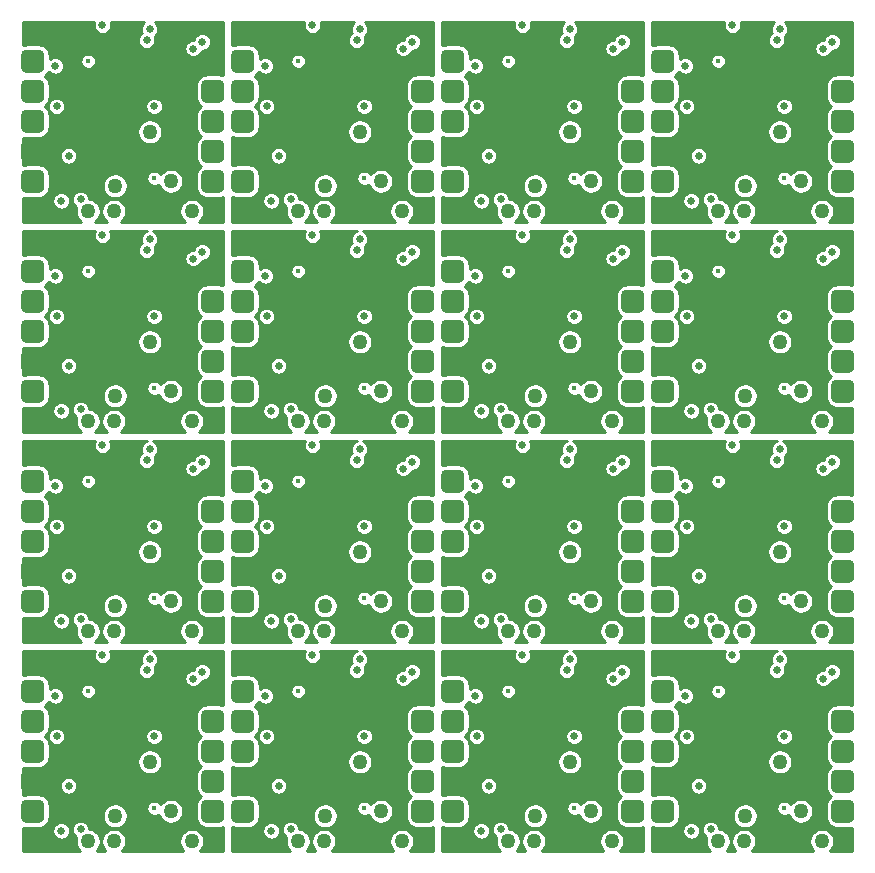
<source format=gbr>
%TF.GenerationSoftware,KiCad,Pcbnew,5.1.8*%
%TF.CreationDate,2020-11-29T15:41:03+01:00*%
%TF.ProjectId,panel,70616e65-6c2e-46b6-9963-61645f706362,rev?*%
%TF.SameCoordinates,Original*%
%TF.FileFunction,Copper,L4,Bot*%
%TF.FilePolarity,Positive*%
%FSLAX46Y46*%
G04 Gerber Fmt 4.6, Leading zero omitted, Abs format (unit mm)*
G04 Created by KiCad (PCBNEW 5.1.8) date 2020-11-29 15:41:03*
%MOMM*%
%LPD*%
G01*
G04 APERTURE LIST*
%TA.AperFunction,ViaPad*%
%ADD10C,1.270000*%
%TD*%
%TA.AperFunction,ViaPad*%
%ADD11C,0.635000*%
%TD*%
%TA.AperFunction,ViaPad*%
%ADD12C,0.450000*%
%TD*%
%TA.AperFunction,Conductor*%
%ADD13C,0.254000*%
%TD*%
%TA.AperFunction,Conductor*%
%ADD14C,0.150000*%
%TD*%
G04 APERTURE END LIST*
%TO.P,TP1,1*%
%TO.N,Board_16-/-BATT_RAW*%
%TA.AperFunction,ComponentPad*%
G36*
G01*
X103610016Y-107650016D02*
X103610016Y-106650016D01*
G75*
G02*
X104110016Y-106150016I500000J0D01*
G01*
X105110016Y-106150016D01*
G75*
G02*
X105610016Y-106650016I0J-500000D01*
G01*
X105610016Y-107650016D01*
G75*
G02*
X105110016Y-108150016I-500000J0D01*
G01*
X104110016Y-108150016D01*
G75*
G02*
X103610016Y-107650016I0J500000D01*
G01*
G37*
%TD.AperFunction*%
%TD*%
%TO.P,TP2,1*%
%TO.N,Board_16-/+BATT*%
%TA.AperFunction,ComponentPad*%
G36*
G01*
X103610016Y-110190016D02*
X103610016Y-109190016D01*
G75*
G02*
X104110016Y-108690016I500000J0D01*
G01*
X105110016Y-108690016D01*
G75*
G02*
X105610016Y-109190016I0J-500000D01*
G01*
X105610016Y-110190016D01*
G75*
G02*
X105110016Y-110690016I-500000J0D01*
G01*
X104110016Y-110690016D01*
G75*
G02*
X103610016Y-110190016I0J500000D01*
G01*
G37*
%TD.AperFunction*%
%TD*%
%TO.P,TP3,1*%
%TO.N,Board_16-GND*%
%TA.AperFunction,ComponentPad*%
G36*
G01*
X103610016Y-115270016D02*
X103610016Y-114270016D01*
G75*
G02*
X104110016Y-113770016I500000J0D01*
G01*
X105110016Y-113770016D01*
G75*
G02*
X105610016Y-114270016I0J-500000D01*
G01*
X105610016Y-115270016D01*
G75*
G02*
X105110016Y-115770016I-500000J0D01*
G01*
X104110016Y-115770016D01*
G75*
G02*
X103610016Y-115270016I0J500000D01*
G01*
G37*
%TD.AperFunction*%
%TD*%
%TO.P,TP4,1*%
%TO.N,Board_16-/+CHARGE*%
%TA.AperFunction,ComponentPad*%
G36*
G01*
X103610016Y-117810016D02*
X103610016Y-116810016D01*
G75*
G02*
X104110016Y-116310016I500000J0D01*
G01*
X105110016Y-116310016D01*
G75*
G02*
X105610016Y-116810016I0J-500000D01*
G01*
X105610016Y-117810016D01*
G75*
G02*
X105110016Y-118310016I-500000J0D01*
G01*
X104110016Y-118310016D01*
G75*
G02*
X103610016Y-117810016I0J500000D01*
G01*
G37*
%TD.AperFunction*%
%TD*%
%TO.P,TP5,1*%
%TO.N,Board_16-/3v3_EN*%
%TA.AperFunction,ComponentPad*%
G36*
G01*
X103610016Y-112730016D02*
X103610016Y-111730016D01*
G75*
G02*
X104110016Y-111230016I500000J0D01*
G01*
X105110016Y-111230016D01*
G75*
G02*
X105610016Y-111730016I0J-500000D01*
G01*
X105610016Y-112730016D01*
G75*
G02*
X105110016Y-113230016I-500000J0D01*
G01*
X104110016Y-113230016D01*
G75*
G02*
X103610016Y-112730016I0J500000D01*
G01*
G37*
%TD.AperFunction*%
%TD*%
%TO.P,TP6,1*%
%TO.N,Board_16-/VMAX*%
%TA.AperFunction,ComponentPad*%
G36*
G01*
X118850016Y-117810016D02*
X118850016Y-116810016D01*
G75*
G02*
X119350016Y-116310016I500000J0D01*
G01*
X120350016Y-116310016D01*
G75*
G02*
X120850016Y-116810016I0J-500000D01*
G01*
X120850016Y-117810016D01*
G75*
G02*
X120350016Y-118310016I-500000J0D01*
G01*
X119350016Y-118310016D01*
G75*
G02*
X118850016Y-117810016I0J500000D01*
G01*
G37*
%TD.AperFunction*%
%TD*%
%TO.P,TP7,1*%
%TO.N,Board_16-/+BATT*%
%TA.AperFunction,ComponentPad*%
G36*
G01*
X118850016Y-110190016D02*
X118850016Y-109190016D01*
G75*
G02*
X119350016Y-108690016I500000J0D01*
G01*
X120350016Y-108690016D01*
G75*
G02*
X120850016Y-109190016I0J-500000D01*
G01*
X120850016Y-110190016D01*
G75*
G02*
X120350016Y-110690016I-500000J0D01*
G01*
X119350016Y-110690016D01*
G75*
G02*
X118850016Y-110190016I0J500000D01*
G01*
G37*
%TD.AperFunction*%
%TD*%
%TO.P,TP8,1*%
%TO.N,Board_16-/+3v3*%
%TA.AperFunction,ComponentPad*%
G36*
G01*
X118850016Y-112730016D02*
X118850016Y-111730016D01*
G75*
G02*
X119350016Y-111230016I500000J0D01*
G01*
X120350016Y-111230016D01*
G75*
G02*
X120850016Y-111730016I0J-500000D01*
G01*
X120850016Y-112730016D01*
G75*
G02*
X120350016Y-113230016I-500000J0D01*
G01*
X119350016Y-113230016D01*
G75*
G02*
X118850016Y-112730016I0J500000D01*
G01*
G37*
%TD.AperFunction*%
%TD*%
%TO.P,TP9,1*%
%TO.N,Board_16-/STAT*%
%TA.AperFunction,ComponentPad*%
G36*
G01*
X118850016Y-115270016D02*
X118850016Y-114270016D01*
G75*
G02*
X119350016Y-113770016I500000J0D01*
G01*
X120350016Y-113770016D01*
G75*
G02*
X120850016Y-114270016I0J-500000D01*
G01*
X120850016Y-115270016D01*
G75*
G02*
X120350016Y-115770016I-500000J0D01*
G01*
X119350016Y-115770016D01*
G75*
G02*
X118850016Y-115270016I0J500000D01*
G01*
G37*
%TD.AperFunction*%
%TD*%
%TO.P,TP10,1*%
%TO.N,Board_16-GND*%
%TA.AperFunction,ComponentPad*%
G36*
G01*
X118850016Y-107650016D02*
X118850016Y-106650016D01*
G75*
G02*
X119350016Y-106150016I500000J0D01*
G01*
X120350016Y-106150016D01*
G75*
G02*
X120850016Y-106650016I0J-500000D01*
G01*
X120850016Y-107650016D01*
G75*
G02*
X120350016Y-108150016I-500000J0D01*
G01*
X119350016Y-108150016D01*
G75*
G02*
X118850016Y-107650016I0J500000D01*
G01*
G37*
%TD.AperFunction*%
%TD*%
%TO.P,TP1,1*%
%TO.N,Board_15-/-BATT_RAW*%
%TA.AperFunction,ComponentPad*%
G36*
G01*
X85830011Y-107650016D02*
X85830011Y-106650016D01*
G75*
G02*
X86330011Y-106150016I500000J0D01*
G01*
X87330011Y-106150016D01*
G75*
G02*
X87830011Y-106650016I0J-500000D01*
G01*
X87830011Y-107650016D01*
G75*
G02*
X87330011Y-108150016I-500000J0D01*
G01*
X86330011Y-108150016D01*
G75*
G02*
X85830011Y-107650016I0J500000D01*
G01*
G37*
%TD.AperFunction*%
%TD*%
%TO.P,TP2,1*%
%TO.N,Board_15-/+BATT*%
%TA.AperFunction,ComponentPad*%
G36*
G01*
X85830011Y-110190016D02*
X85830011Y-109190016D01*
G75*
G02*
X86330011Y-108690016I500000J0D01*
G01*
X87330011Y-108690016D01*
G75*
G02*
X87830011Y-109190016I0J-500000D01*
G01*
X87830011Y-110190016D01*
G75*
G02*
X87330011Y-110690016I-500000J0D01*
G01*
X86330011Y-110690016D01*
G75*
G02*
X85830011Y-110190016I0J500000D01*
G01*
G37*
%TD.AperFunction*%
%TD*%
%TO.P,TP3,1*%
%TO.N,Board_15-GND*%
%TA.AperFunction,ComponentPad*%
G36*
G01*
X85830011Y-115270016D02*
X85830011Y-114270016D01*
G75*
G02*
X86330011Y-113770016I500000J0D01*
G01*
X87330011Y-113770016D01*
G75*
G02*
X87830011Y-114270016I0J-500000D01*
G01*
X87830011Y-115270016D01*
G75*
G02*
X87330011Y-115770016I-500000J0D01*
G01*
X86330011Y-115770016D01*
G75*
G02*
X85830011Y-115270016I0J500000D01*
G01*
G37*
%TD.AperFunction*%
%TD*%
%TO.P,TP4,1*%
%TO.N,Board_15-/+CHARGE*%
%TA.AperFunction,ComponentPad*%
G36*
G01*
X85830011Y-117810016D02*
X85830011Y-116810016D01*
G75*
G02*
X86330011Y-116310016I500000J0D01*
G01*
X87330011Y-116310016D01*
G75*
G02*
X87830011Y-116810016I0J-500000D01*
G01*
X87830011Y-117810016D01*
G75*
G02*
X87330011Y-118310016I-500000J0D01*
G01*
X86330011Y-118310016D01*
G75*
G02*
X85830011Y-117810016I0J500000D01*
G01*
G37*
%TD.AperFunction*%
%TD*%
%TO.P,TP5,1*%
%TO.N,Board_15-/3v3_EN*%
%TA.AperFunction,ComponentPad*%
G36*
G01*
X85830011Y-112730016D02*
X85830011Y-111730016D01*
G75*
G02*
X86330011Y-111230016I500000J0D01*
G01*
X87330011Y-111230016D01*
G75*
G02*
X87830011Y-111730016I0J-500000D01*
G01*
X87830011Y-112730016D01*
G75*
G02*
X87330011Y-113230016I-500000J0D01*
G01*
X86330011Y-113230016D01*
G75*
G02*
X85830011Y-112730016I0J500000D01*
G01*
G37*
%TD.AperFunction*%
%TD*%
%TO.P,TP6,1*%
%TO.N,Board_15-/VMAX*%
%TA.AperFunction,ComponentPad*%
G36*
G01*
X101070011Y-117810016D02*
X101070011Y-116810016D01*
G75*
G02*
X101570011Y-116310016I500000J0D01*
G01*
X102570011Y-116310016D01*
G75*
G02*
X103070011Y-116810016I0J-500000D01*
G01*
X103070011Y-117810016D01*
G75*
G02*
X102570011Y-118310016I-500000J0D01*
G01*
X101570011Y-118310016D01*
G75*
G02*
X101070011Y-117810016I0J500000D01*
G01*
G37*
%TD.AperFunction*%
%TD*%
%TO.P,TP7,1*%
%TO.N,Board_15-/+BATT*%
%TA.AperFunction,ComponentPad*%
G36*
G01*
X101070011Y-110190016D02*
X101070011Y-109190016D01*
G75*
G02*
X101570011Y-108690016I500000J0D01*
G01*
X102570011Y-108690016D01*
G75*
G02*
X103070011Y-109190016I0J-500000D01*
G01*
X103070011Y-110190016D01*
G75*
G02*
X102570011Y-110690016I-500000J0D01*
G01*
X101570011Y-110690016D01*
G75*
G02*
X101070011Y-110190016I0J500000D01*
G01*
G37*
%TD.AperFunction*%
%TD*%
%TO.P,TP8,1*%
%TO.N,Board_15-/+3v3*%
%TA.AperFunction,ComponentPad*%
G36*
G01*
X101070011Y-112730016D02*
X101070011Y-111730016D01*
G75*
G02*
X101570011Y-111230016I500000J0D01*
G01*
X102570011Y-111230016D01*
G75*
G02*
X103070011Y-111730016I0J-500000D01*
G01*
X103070011Y-112730016D01*
G75*
G02*
X102570011Y-113230016I-500000J0D01*
G01*
X101570011Y-113230016D01*
G75*
G02*
X101070011Y-112730016I0J500000D01*
G01*
G37*
%TD.AperFunction*%
%TD*%
%TO.P,TP9,1*%
%TO.N,Board_15-/STAT*%
%TA.AperFunction,ComponentPad*%
G36*
G01*
X101070011Y-115270016D02*
X101070011Y-114270016D01*
G75*
G02*
X101570011Y-113770016I500000J0D01*
G01*
X102570011Y-113770016D01*
G75*
G02*
X103070011Y-114270016I0J-500000D01*
G01*
X103070011Y-115270016D01*
G75*
G02*
X102570011Y-115770016I-500000J0D01*
G01*
X101570011Y-115770016D01*
G75*
G02*
X101070011Y-115270016I0J500000D01*
G01*
G37*
%TD.AperFunction*%
%TD*%
%TO.P,TP10,1*%
%TO.N,Board_15-GND*%
%TA.AperFunction,ComponentPad*%
G36*
G01*
X101070011Y-107650016D02*
X101070011Y-106650016D01*
G75*
G02*
X101570011Y-106150016I500000J0D01*
G01*
X102570011Y-106150016D01*
G75*
G02*
X103070011Y-106650016I0J-500000D01*
G01*
X103070011Y-107650016D01*
G75*
G02*
X102570011Y-108150016I-500000J0D01*
G01*
X101570011Y-108150016D01*
G75*
G02*
X101070011Y-107650016I0J500000D01*
G01*
G37*
%TD.AperFunction*%
%TD*%
%TO.P,TP1,1*%
%TO.N,Board_14-/-BATT_RAW*%
%TA.AperFunction,ComponentPad*%
G36*
G01*
X68050006Y-107650016D02*
X68050006Y-106650016D01*
G75*
G02*
X68550006Y-106150016I500000J0D01*
G01*
X69550006Y-106150016D01*
G75*
G02*
X70050006Y-106650016I0J-500000D01*
G01*
X70050006Y-107650016D01*
G75*
G02*
X69550006Y-108150016I-500000J0D01*
G01*
X68550006Y-108150016D01*
G75*
G02*
X68050006Y-107650016I0J500000D01*
G01*
G37*
%TD.AperFunction*%
%TD*%
%TO.P,TP2,1*%
%TO.N,Board_14-/+BATT*%
%TA.AperFunction,ComponentPad*%
G36*
G01*
X68050006Y-110190016D02*
X68050006Y-109190016D01*
G75*
G02*
X68550006Y-108690016I500000J0D01*
G01*
X69550006Y-108690016D01*
G75*
G02*
X70050006Y-109190016I0J-500000D01*
G01*
X70050006Y-110190016D01*
G75*
G02*
X69550006Y-110690016I-500000J0D01*
G01*
X68550006Y-110690016D01*
G75*
G02*
X68050006Y-110190016I0J500000D01*
G01*
G37*
%TD.AperFunction*%
%TD*%
%TO.P,TP3,1*%
%TO.N,Board_14-GND*%
%TA.AperFunction,ComponentPad*%
G36*
G01*
X68050006Y-115270016D02*
X68050006Y-114270016D01*
G75*
G02*
X68550006Y-113770016I500000J0D01*
G01*
X69550006Y-113770016D01*
G75*
G02*
X70050006Y-114270016I0J-500000D01*
G01*
X70050006Y-115270016D01*
G75*
G02*
X69550006Y-115770016I-500000J0D01*
G01*
X68550006Y-115770016D01*
G75*
G02*
X68050006Y-115270016I0J500000D01*
G01*
G37*
%TD.AperFunction*%
%TD*%
%TO.P,TP4,1*%
%TO.N,Board_14-/+CHARGE*%
%TA.AperFunction,ComponentPad*%
G36*
G01*
X68050006Y-117810016D02*
X68050006Y-116810016D01*
G75*
G02*
X68550006Y-116310016I500000J0D01*
G01*
X69550006Y-116310016D01*
G75*
G02*
X70050006Y-116810016I0J-500000D01*
G01*
X70050006Y-117810016D01*
G75*
G02*
X69550006Y-118310016I-500000J0D01*
G01*
X68550006Y-118310016D01*
G75*
G02*
X68050006Y-117810016I0J500000D01*
G01*
G37*
%TD.AperFunction*%
%TD*%
%TO.P,TP5,1*%
%TO.N,Board_14-/3v3_EN*%
%TA.AperFunction,ComponentPad*%
G36*
G01*
X68050006Y-112730016D02*
X68050006Y-111730016D01*
G75*
G02*
X68550006Y-111230016I500000J0D01*
G01*
X69550006Y-111230016D01*
G75*
G02*
X70050006Y-111730016I0J-500000D01*
G01*
X70050006Y-112730016D01*
G75*
G02*
X69550006Y-113230016I-500000J0D01*
G01*
X68550006Y-113230016D01*
G75*
G02*
X68050006Y-112730016I0J500000D01*
G01*
G37*
%TD.AperFunction*%
%TD*%
%TO.P,TP6,1*%
%TO.N,Board_14-/VMAX*%
%TA.AperFunction,ComponentPad*%
G36*
G01*
X83290006Y-117810016D02*
X83290006Y-116810016D01*
G75*
G02*
X83790006Y-116310016I500000J0D01*
G01*
X84790006Y-116310016D01*
G75*
G02*
X85290006Y-116810016I0J-500000D01*
G01*
X85290006Y-117810016D01*
G75*
G02*
X84790006Y-118310016I-500000J0D01*
G01*
X83790006Y-118310016D01*
G75*
G02*
X83290006Y-117810016I0J500000D01*
G01*
G37*
%TD.AperFunction*%
%TD*%
%TO.P,TP7,1*%
%TO.N,Board_14-/+BATT*%
%TA.AperFunction,ComponentPad*%
G36*
G01*
X83290006Y-110190016D02*
X83290006Y-109190016D01*
G75*
G02*
X83790006Y-108690016I500000J0D01*
G01*
X84790006Y-108690016D01*
G75*
G02*
X85290006Y-109190016I0J-500000D01*
G01*
X85290006Y-110190016D01*
G75*
G02*
X84790006Y-110690016I-500000J0D01*
G01*
X83790006Y-110690016D01*
G75*
G02*
X83290006Y-110190016I0J500000D01*
G01*
G37*
%TD.AperFunction*%
%TD*%
%TO.P,TP8,1*%
%TO.N,Board_14-/+3v3*%
%TA.AperFunction,ComponentPad*%
G36*
G01*
X83290006Y-112730016D02*
X83290006Y-111730016D01*
G75*
G02*
X83790006Y-111230016I500000J0D01*
G01*
X84790006Y-111230016D01*
G75*
G02*
X85290006Y-111730016I0J-500000D01*
G01*
X85290006Y-112730016D01*
G75*
G02*
X84790006Y-113230016I-500000J0D01*
G01*
X83790006Y-113230016D01*
G75*
G02*
X83290006Y-112730016I0J500000D01*
G01*
G37*
%TD.AperFunction*%
%TD*%
%TO.P,TP9,1*%
%TO.N,Board_14-/STAT*%
%TA.AperFunction,ComponentPad*%
G36*
G01*
X83290006Y-115270016D02*
X83290006Y-114270016D01*
G75*
G02*
X83790006Y-113770016I500000J0D01*
G01*
X84790006Y-113770016D01*
G75*
G02*
X85290006Y-114270016I0J-500000D01*
G01*
X85290006Y-115270016D01*
G75*
G02*
X84790006Y-115770016I-500000J0D01*
G01*
X83790006Y-115770016D01*
G75*
G02*
X83290006Y-115270016I0J500000D01*
G01*
G37*
%TD.AperFunction*%
%TD*%
%TO.P,TP10,1*%
%TO.N,Board_14-GND*%
%TA.AperFunction,ComponentPad*%
G36*
G01*
X83290006Y-107650016D02*
X83290006Y-106650016D01*
G75*
G02*
X83790006Y-106150016I500000J0D01*
G01*
X84790006Y-106150016D01*
G75*
G02*
X85290006Y-106650016I0J-500000D01*
G01*
X85290006Y-107650016D01*
G75*
G02*
X84790006Y-108150016I-500000J0D01*
G01*
X83790006Y-108150016D01*
G75*
G02*
X83290006Y-107650016I0J500000D01*
G01*
G37*
%TD.AperFunction*%
%TD*%
%TO.P,TP1,1*%
%TO.N,Board_13-/-BATT_RAW*%
%TA.AperFunction,ComponentPad*%
G36*
G01*
X50270001Y-107650016D02*
X50270001Y-106650016D01*
G75*
G02*
X50770001Y-106150016I500000J0D01*
G01*
X51770001Y-106150016D01*
G75*
G02*
X52270001Y-106650016I0J-500000D01*
G01*
X52270001Y-107650016D01*
G75*
G02*
X51770001Y-108150016I-500000J0D01*
G01*
X50770001Y-108150016D01*
G75*
G02*
X50270001Y-107650016I0J500000D01*
G01*
G37*
%TD.AperFunction*%
%TD*%
%TO.P,TP2,1*%
%TO.N,Board_13-/+BATT*%
%TA.AperFunction,ComponentPad*%
G36*
G01*
X50270001Y-110190016D02*
X50270001Y-109190016D01*
G75*
G02*
X50770001Y-108690016I500000J0D01*
G01*
X51770001Y-108690016D01*
G75*
G02*
X52270001Y-109190016I0J-500000D01*
G01*
X52270001Y-110190016D01*
G75*
G02*
X51770001Y-110690016I-500000J0D01*
G01*
X50770001Y-110690016D01*
G75*
G02*
X50270001Y-110190016I0J500000D01*
G01*
G37*
%TD.AperFunction*%
%TD*%
%TO.P,TP3,1*%
%TO.N,Board_13-GND*%
%TA.AperFunction,ComponentPad*%
G36*
G01*
X50270001Y-115270016D02*
X50270001Y-114270016D01*
G75*
G02*
X50770001Y-113770016I500000J0D01*
G01*
X51770001Y-113770016D01*
G75*
G02*
X52270001Y-114270016I0J-500000D01*
G01*
X52270001Y-115270016D01*
G75*
G02*
X51770001Y-115770016I-500000J0D01*
G01*
X50770001Y-115770016D01*
G75*
G02*
X50270001Y-115270016I0J500000D01*
G01*
G37*
%TD.AperFunction*%
%TD*%
%TO.P,TP4,1*%
%TO.N,Board_13-/+CHARGE*%
%TA.AperFunction,ComponentPad*%
G36*
G01*
X50270001Y-117810016D02*
X50270001Y-116810016D01*
G75*
G02*
X50770001Y-116310016I500000J0D01*
G01*
X51770001Y-116310016D01*
G75*
G02*
X52270001Y-116810016I0J-500000D01*
G01*
X52270001Y-117810016D01*
G75*
G02*
X51770001Y-118310016I-500000J0D01*
G01*
X50770001Y-118310016D01*
G75*
G02*
X50270001Y-117810016I0J500000D01*
G01*
G37*
%TD.AperFunction*%
%TD*%
%TO.P,TP5,1*%
%TO.N,Board_13-/3v3_EN*%
%TA.AperFunction,ComponentPad*%
G36*
G01*
X50270001Y-112730016D02*
X50270001Y-111730016D01*
G75*
G02*
X50770001Y-111230016I500000J0D01*
G01*
X51770001Y-111230016D01*
G75*
G02*
X52270001Y-111730016I0J-500000D01*
G01*
X52270001Y-112730016D01*
G75*
G02*
X51770001Y-113230016I-500000J0D01*
G01*
X50770001Y-113230016D01*
G75*
G02*
X50270001Y-112730016I0J500000D01*
G01*
G37*
%TD.AperFunction*%
%TD*%
%TO.P,TP6,1*%
%TO.N,Board_13-/VMAX*%
%TA.AperFunction,ComponentPad*%
G36*
G01*
X65510001Y-117810016D02*
X65510001Y-116810016D01*
G75*
G02*
X66010001Y-116310016I500000J0D01*
G01*
X67010001Y-116310016D01*
G75*
G02*
X67510001Y-116810016I0J-500000D01*
G01*
X67510001Y-117810016D01*
G75*
G02*
X67010001Y-118310016I-500000J0D01*
G01*
X66010001Y-118310016D01*
G75*
G02*
X65510001Y-117810016I0J500000D01*
G01*
G37*
%TD.AperFunction*%
%TD*%
%TO.P,TP7,1*%
%TO.N,Board_13-/+BATT*%
%TA.AperFunction,ComponentPad*%
G36*
G01*
X65510001Y-110190016D02*
X65510001Y-109190016D01*
G75*
G02*
X66010001Y-108690016I500000J0D01*
G01*
X67010001Y-108690016D01*
G75*
G02*
X67510001Y-109190016I0J-500000D01*
G01*
X67510001Y-110190016D01*
G75*
G02*
X67010001Y-110690016I-500000J0D01*
G01*
X66010001Y-110690016D01*
G75*
G02*
X65510001Y-110190016I0J500000D01*
G01*
G37*
%TD.AperFunction*%
%TD*%
%TO.P,TP8,1*%
%TO.N,Board_13-/+3v3*%
%TA.AperFunction,ComponentPad*%
G36*
G01*
X65510001Y-112730016D02*
X65510001Y-111730016D01*
G75*
G02*
X66010001Y-111230016I500000J0D01*
G01*
X67010001Y-111230016D01*
G75*
G02*
X67510001Y-111730016I0J-500000D01*
G01*
X67510001Y-112730016D01*
G75*
G02*
X67010001Y-113230016I-500000J0D01*
G01*
X66010001Y-113230016D01*
G75*
G02*
X65510001Y-112730016I0J500000D01*
G01*
G37*
%TD.AperFunction*%
%TD*%
%TO.P,TP9,1*%
%TO.N,Board_13-/STAT*%
%TA.AperFunction,ComponentPad*%
G36*
G01*
X65510001Y-115270016D02*
X65510001Y-114270016D01*
G75*
G02*
X66010001Y-113770016I500000J0D01*
G01*
X67010001Y-113770016D01*
G75*
G02*
X67510001Y-114270016I0J-500000D01*
G01*
X67510001Y-115270016D01*
G75*
G02*
X67010001Y-115770016I-500000J0D01*
G01*
X66010001Y-115770016D01*
G75*
G02*
X65510001Y-115270016I0J500000D01*
G01*
G37*
%TD.AperFunction*%
%TD*%
%TO.P,TP10,1*%
%TO.N,Board_13-GND*%
%TA.AperFunction,ComponentPad*%
G36*
G01*
X65510001Y-107650016D02*
X65510001Y-106650016D01*
G75*
G02*
X66010001Y-106150016I500000J0D01*
G01*
X67010001Y-106150016D01*
G75*
G02*
X67510001Y-106650016I0J-500000D01*
G01*
X67510001Y-107650016D01*
G75*
G02*
X67010001Y-108150016I-500000J0D01*
G01*
X66010001Y-108150016D01*
G75*
G02*
X65510001Y-107650016I0J500000D01*
G01*
G37*
%TD.AperFunction*%
%TD*%
%TO.P,TP1,1*%
%TO.N,Board_12-/-BATT_RAW*%
%TA.AperFunction,ComponentPad*%
G36*
G01*
X103610016Y-89870011D02*
X103610016Y-88870011D01*
G75*
G02*
X104110016Y-88370011I500000J0D01*
G01*
X105110016Y-88370011D01*
G75*
G02*
X105610016Y-88870011I0J-500000D01*
G01*
X105610016Y-89870011D01*
G75*
G02*
X105110016Y-90370011I-500000J0D01*
G01*
X104110016Y-90370011D01*
G75*
G02*
X103610016Y-89870011I0J500000D01*
G01*
G37*
%TD.AperFunction*%
%TD*%
%TO.P,TP2,1*%
%TO.N,Board_12-/+BATT*%
%TA.AperFunction,ComponentPad*%
G36*
G01*
X103610016Y-92410011D02*
X103610016Y-91410011D01*
G75*
G02*
X104110016Y-90910011I500000J0D01*
G01*
X105110016Y-90910011D01*
G75*
G02*
X105610016Y-91410011I0J-500000D01*
G01*
X105610016Y-92410011D01*
G75*
G02*
X105110016Y-92910011I-500000J0D01*
G01*
X104110016Y-92910011D01*
G75*
G02*
X103610016Y-92410011I0J500000D01*
G01*
G37*
%TD.AperFunction*%
%TD*%
%TO.P,TP3,1*%
%TO.N,Board_12-GND*%
%TA.AperFunction,ComponentPad*%
G36*
G01*
X103610016Y-97490011D02*
X103610016Y-96490011D01*
G75*
G02*
X104110016Y-95990011I500000J0D01*
G01*
X105110016Y-95990011D01*
G75*
G02*
X105610016Y-96490011I0J-500000D01*
G01*
X105610016Y-97490011D01*
G75*
G02*
X105110016Y-97990011I-500000J0D01*
G01*
X104110016Y-97990011D01*
G75*
G02*
X103610016Y-97490011I0J500000D01*
G01*
G37*
%TD.AperFunction*%
%TD*%
%TO.P,TP4,1*%
%TO.N,Board_12-/+CHARGE*%
%TA.AperFunction,ComponentPad*%
G36*
G01*
X103610016Y-100030011D02*
X103610016Y-99030011D01*
G75*
G02*
X104110016Y-98530011I500000J0D01*
G01*
X105110016Y-98530011D01*
G75*
G02*
X105610016Y-99030011I0J-500000D01*
G01*
X105610016Y-100030011D01*
G75*
G02*
X105110016Y-100530011I-500000J0D01*
G01*
X104110016Y-100530011D01*
G75*
G02*
X103610016Y-100030011I0J500000D01*
G01*
G37*
%TD.AperFunction*%
%TD*%
%TO.P,TP5,1*%
%TO.N,Board_12-/3v3_EN*%
%TA.AperFunction,ComponentPad*%
G36*
G01*
X103610016Y-94950011D02*
X103610016Y-93950011D01*
G75*
G02*
X104110016Y-93450011I500000J0D01*
G01*
X105110016Y-93450011D01*
G75*
G02*
X105610016Y-93950011I0J-500000D01*
G01*
X105610016Y-94950011D01*
G75*
G02*
X105110016Y-95450011I-500000J0D01*
G01*
X104110016Y-95450011D01*
G75*
G02*
X103610016Y-94950011I0J500000D01*
G01*
G37*
%TD.AperFunction*%
%TD*%
%TO.P,TP6,1*%
%TO.N,Board_12-/VMAX*%
%TA.AperFunction,ComponentPad*%
G36*
G01*
X118850016Y-100030011D02*
X118850016Y-99030011D01*
G75*
G02*
X119350016Y-98530011I500000J0D01*
G01*
X120350016Y-98530011D01*
G75*
G02*
X120850016Y-99030011I0J-500000D01*
G01*
X120850016Y-100030011D01*
G75*
G02*
X120350016Y-100530011I-500000J0D01*
G01*
X119350016Y-100530011D01*
G75*
G02*
X118850016Y-100030011I0J500000D01*
G01*
G37*
%TD.AperFunction*%
%TD*%
%TO.P,TP7,1*%
%TO.N,Board_12-/+BATT*%
%TA.AperFunction,ComponentPad*%
G36*
G01*
X118850016Y-92410011D02*
X118850016Y-91410011D01*
G75*
G02*
X119350016Y-90910011I500000J0D01*
G01*
X120350016Y-90910011D01*
G75*
G02*
X120850016Y-91410011I0J-500000D01*
G01*
X120850016Y-92410011D01*
G75*
G02*
X120350016Y-92910011I-500000J0D01*
G01*
X119350016Y-92910011D01*
G75*
G02*
X118850016Y-92410011I0J500000D01*
G01*
G37*
%TD.AperFunction*%
%TD*%
%TO.P,TP8,1*%
%TO.N,Board_12-/+3v3*%
%TA.AperFunction,ComponentPad*%
G36*
G01*
X118850016Y-94950011D02*
X118850016Y-93950011D01*
G75*
G02*
X119350016Y-93450011I500000J0D01*
G01*
X120350016Y-93450011D01*
G75*
G02*
X120850016Y-93950011I0J-500000D01*
G01*
X120850016Y-94950011D01*
G75*
G02*
X120350016Y-95450011I-500000J0D01*
G01*
X119350016Y-95450011D01*
G75*
G02*
X118850016Y-94950011I0J500000D01*
G01*
G37*
%TD.AperFunction*%
%TD*%
%TO.P,TP9,1*%
%TO.N,Board_12-/STAT*%
%TA.AperFunction,ComponentPad*%
G36*
G01*
X118850016Y-97490011D02*
X118850016Y-96490011D01*
G75*
G02*
X119350016Y-95990011I500000J0D01*
G01*
X120350016Y-95990011D01*
G75*
G02*
X120850016Y-96490011I0J-500000D01*
G01*
X120850016Y-97490011D01*
G75*
G02*
X120350016Y-97990011I-500000J0D01*
G01*
X119350016Y-97990011D01*
G75*
G02*
X118850016Y-97490011I0J500000D01*
G01*
G37*
%TD.AperFunction*%
%TD*%
%TO.P,TP10,1*%
%TO.N,Board_12-GND*%
%TA.AperFunction,ComponentPad*%
G36*
G01*
X118850016Y-89870011D02*
X118850016Y-88870011D01*
G75*
G02*
X119350016Y-88370011I500000J0D01*
G01*
X120350016Y-88370011D01*
G75*
G02*
X120850016Y-88870011I0J-500000D01*
G01*
X120850016Y-89870011D01*
G75*
G02*
X120350016Y-90370011I-500000J0D01*
G01*
X119350016Y-90370011D01*
G75*
G02*
X118850016Y-89870011I0J500000D01*
G01*
G37*
%TD.AperFunction*%
%TD*%
%TO.P,TP1,1*%
%TO.N,Board_11-/-BATT_RAW*%
%TA.AperFunction,ComponentPad*%
G36*
G01*
X85830011Y-89870011D02*
X85830011Y-88870011D01*
G75*
G02*
X86330011Y-88370011I500000J0D01*
G01*
X87330011Y-88370011D01*
G75*
G02*
X87830011Y-88870011I0J-500000D01*
G01*
X87830011Y-89870011D01*
G75*
G02*
X87330011Y-90370011I-500000J0D01*
G01*
X86330011Y-90370011D01*
G75*
G02*
X85830011Y-89870011I0J500000D01*
G01*
G37*
%TD.AperFunction*%
%TD*%
%TO.P,TP2,1*%
%TO.N,Board_11-/+BATT*%
%TA.AperFunction,ComponentPad*%
G36*
G01*
X85830011Y-92410011D02*
X85830011Y-91410011D01*
G75*
G02*
X86330011Y-90910011I500000J0D01*
G01*
X87330011Y-90910011D01*
G75*
G02*
X87830011Y-91410011I0J-500000D01*
G01*
X87830011Y-92410011D01*
G75*
G02*
X87330011Y-92910011I-500000J0D01*
G01*
X86330011Y-92910011D01*
G75*
G02*
X85830011Y-92410011I0J500000D01*
G01*
G37*
%TD.AperFunction*%
%TD*%
%TO.P,TP3,1*%
%TO.N,Board_11-GND*%
%TA.AperFunction,ComponentPad*%
G36*
G01*
X85830011Y-97490011D02*
X85830011Y-96490011D01*
G75*
G02*
X86330011Y-95990011I500000J0D01*
G01*
X87330011Y-95990011D01*
G75*
G02*
X87830011Y-96490011I0J-500000D01*
G01*
X87830011Y-97490011D01*
G75*
G02*
X87330011Y-97990011I-500000J0D01*
G01*
X86330011Y-97990011D01*
G75*
G02*
X85830011Y-97490011I0J500000D01*
G01*
G37*
%TD.AperFunction*%
%TD*%
%TO.P,TP4,1*%
%TO.N,Board_11-/+CHARGE*%
%TA.AperFunction,ComponentPad*%
G36*
G01*
X85830011Y-100030011D02*
X85830011Y-99030011D01*
G75*
G02*
X86330011Y-98530011I500000J0D01*
G01*
X87330011Y-98530011D01*
G75*
G02*
X87830011Y-99030011I0J-500000D01*
G01*
X87830011Y-100030011D01*
G75*
G02*
X87330011Y-100530011I-500000J0D01*
G01*
X86330011Y-100530011D01*
G75*
G02*
X85830011Y-100030011I0J500000D01*
G01*
G37*
%TD.AperFunction*%
%TD*%
%TO.P,TP5,1*%
%TO.N,Board_11-/3v3_EN*%
%TA.AperFunction,ComponentPad*%
G36*
G01*
X85830011Y-94950011D02*
X85830011Y-93950011D01*
G75*
G02*
X86330011Y-93450011I500000J0D01*
G01*
X87330011Y-93450011D01*
G75*
G02*
X87830011Y-93950011I0J-500000D01*
G01*
X87830011Y-94950011D01*
G75*
G02*
X87330011Y-95450011I-500000J0D01*
G01*
X86330011Y-95450011D01*
G75*
G02*
X85830011Y-94950011I0J500000D01*
G01*
G37*
%TD.AperFunction*%
%TD*%
%TO.P,TP6,1*%
%TO.N,Board_11-/VMAX*%
%TA.AperFunction,ComponentPad*%
G36*
G01*
X101070011Y-100030011D02*
X101070011Y-99030011D01*
G75*
G02*
X101570011Y-98530011I500000J0D01*
G01*
X102570011Y-98530011D01*
G75*
G02*
X103070011Y-99030011I0J-500000D01*
G01*
X103070011Y-100030011D01*
G75*
G02*
X102570011Y-100530011I-500000J0D01*
G01*
X101570011Y-100530011D01*
G75*
G02*
X101070011Y-100030011I0J500000D01*
G01*
G37*
%TD.AperFunction*%
%TD*%
%TO.P,TP7,1*%
%TO.N,Board_11-/+BATT*%
%TA.AperFunction,ComponentPad*%
G36*
G01*
X101070011Y-92410011D02*
X101070011Y-91410011D01*
G75*
G02*
X101570011Y-90910011I500000J0D01*
G01*
X102570011Y-90910011D01*
G75*
G02*
X103070011Y-91410011I0J-500000D01*
G01*
X103070011Y-92410011D01*
G75*
G02*
X102570011Y-92910011I-500000J0D01*
G01*
X101570011Y-92910011D01*
G75*
G02*
X101070011Y-92410011I0J500000D01*
G01*
G37*
%TD.AperFunction*%
%TD*%
%TO.P,TP8,1*%
%TO.N,Board_11-/+3v3*%
%TA.AperFunction,ComponentPad*%
G36*
G01*
X101070011Y-94950011D02*
X101070011Y-93950011D01*
G75*
G02*
X101570011Y-93450011I500000J0D01*
G01*
X102570011Y-93450011D01*
G75*
G02*
X103070011Y-93950011I0J-500000D01*
G01*
X103070011Y-94950011D01*
G75*
G02*
X102570011Y-95450011I-500000J0D01*
G01*
X101570011Y-95450011D01*
G75*
G02*
X101070011Y-94950011I0J500000D01*
G01*
G37*
%TD.AperFunction*%
%TD*%
%TO.P,TP9,1*%
%TO.N,Board_11-/STAT*%
%TA.AperFunction,ComponentPad*%
G36*
G01*
X101070011Y-97490011D02*
X101070011Y-96490011D01*
G75*
G02*
X101570011Y-95990011I500000J0D01*
G01*
X102570011Y-95990011D01*
G75*
G02*
X103070011Y-96490011I0J-500000D01*
G01*
X103070011Y-97490011D01*
G75*
G02*
X102570011Y-97990011I-500000J0D01*
G01*
X101570011Y-97990011D01*
G75*
G02*
X101070011Y-97490011I0J500000D01*
G01*
G37*
%TD.AperFunction*%
%TD*%
%TO.P,TP10,1*%
%TO.N,Board_11-GND*%
%TA.AperFunction,ComponentPad*%
G36*
G01*
X101070011Y-89870011D02*
X101070011Y-88870011D01*
G75*
G02*
X101570011Y-88370011I500000J0D01*
G01*
X102570011Y-88370011D01*
G75*
G02*
X103070011Y-88870011I0J-500000D01*
G01*
X103070011Y-89870011D01*
G75*
G02*
X102570011Y-90370011I-500000J0D01*
G01*
X101570011Y-90370011D01*
G75*
G02*
X101070011Y-89870011I0J500000D01*
G01*
G37*
%TD.AperFunction*%
%TD*%
%TO.P,TP1,1*%
%TO.N,Board_10-/-BATT_RAW*%
%TA.AperFunction,ComponentPad*%
G36*
G01*
X68050006Y-89870011D02*
X68050006Y-88870011D01*
G75*
G02*
X68550006Y-88370011I500000J0D01*
G01*
X69550006Y-88370011D01*
G75*
G02*
X70050006Y-88870011I0J-500000D01*
G01*
X70050006Y-89870011D01*
G75*
G02*
X69550006Y-90370011I-500000J0D01*
G01*
X68550006Y-90370011D01*
G75*
G02*
X68050006Y-89870011I0J500000D01*
G01*
G37*
%TD.AperFunction*%
%TD*%
%TO.P,TP2,1*%
%TO.N,Board_10-/+BATT*%
%TA.AperFunction,ComponentPad*%
G36*
G01*
X68050006Y-92410011D02*
X68050006Y-91410011D01*
G75*
G02*
X68550006Y-90910011I500000J0D01*
G01*
X69550006Y-90910011D01*
G75*
G02*
X70050006Y-91410011I0J-500000D01*
G01*
X70050006Y-92410011D01*
G75*
G02*
X69550006Y-92910011I-500000J0D01*
G01*
X68550006Y-92910011D01*
G75*
G02*
X68050006Y-92410011I0J500000D01*
G01*
G37*
%TD.AperFunction*%
%TD*%
%TO.P,TP3,1*%
%TO.N,Board_10-GND*%
%TA.AperFunction,ComponentPad*%
G36*
G01*
X68050006Y-97490011D02*
X68050006Y-96490011D01*
G75*
G02*
X68550006Y-95990011I500000J0D01*
G01*
X69550006Y-95990011D01*
G75*
G02*
X70050006Y-96490011I0J-500000D01*
G01*
X70050006Y-97490011D01*
G75*
G02*
X69550006Y-97990011I-500000J0D01*
G01*
X68550006Y-97990011D01*
G75*
G02*
X68050006Y-97490011I0J500000D01*
G01*
G37*
%TD.AperFunction*%
%TD*%
%TO.P,TP4,1*%
%TO.N,Board_10-/+CHARGE*%
%TA.AperFunction,ComponentPad*%
G36*
G01*
X68050006Y-100030011D02*
X68050006Y-99030011D01*
G75*
G02*
X68550006Y-98530011I500000J0D01*
G01*
X69550006Y-98530011D01*
G75*
G02*
X70050006Y-99030011I0J-500000D01*
G01*
X70050006Y-100030011D01*
G75*
G02*
X69550006Y-100530011I-500000J0D01*
G01*
X68550006Y-100530011D01*
G75*
G02*
X68050006Y-100030011I0J500000D01*
G01*
G37*
%TD.AperFunction*%
%TD*%
%TO.P,TP5,1*%
%TO.N,Board_10-/3v3_EN*%
%TA.AperFunction,ComponentPad*%
G36*
G01*
X68050006Y-94950011D02*
X68050006Y-93950011D01*
G75*
G02*
X68550006Y-93450011I500000J0D01*
G01*
X69550006Y-93450011D01*
G75*
G02*
X70050006Y-93950011I0J-500000D01*
G01*
X70050006Y-94950011D01*
G75*
G02*
X69550006Y-95450011I-500000J0D01*
G01*
X68550006Y-95450011D01*
G75*
G02*
X68050006Y-94950011I0J500000D01*
G01*
G37*
%TD.AperFunction*%
%TD*%
%TO.P,TP6,1*%
%TO.N,Board_10-/VMAX*%
%TA.AperFunction,ComponentPad*%
G36*
G01*
X83290006Y-100030011D02*
X83290006Y-99030011D01*
G75*
G02*
X83790006Y-98530011I500000J0D01*
G01*
X84790006Y-98530011D01*
G75*
G02*
X85290006Y-99030011I0J-500000D01*
G01*
X85290006Y-100030011D01*
G75*
G02*
X84790006Y-100530011I-500000J0D01*
G01*
X83790006Y-100530011D01*
G75*
G02*
X83290006Y-100030011I0J500000D01*
G01*
G37*
%TD.AperFunction*%
%TD*%
%TO.P,TP7,1*%
%TO.N,Board_10-/+BATT*%
%TA.AperFunction,ComponentPad*%
G36*
G01*
X83290006Y-92410011D02*
X83290006Y-91410011D01*
G75*
G02*
X83790006Y-90910011I500000J0D01*
G01*
X84790006Y-90910011D01*
G75*
G02*
X85290006Y-91410011I0J-500000D01*
G01*
X85290006Y-92410011D01*
G75*
G02*
X84790006Y-92910011I-500000J0D01*
G01*
X83790006Y-92910011D01*
G75*
G02*
X83290006Y-92410011I0J500000D01*
G01*
G37*
%TD.AperFunction*%
%TD*%
%TO.P,TP8,1*%
%TO.N,Board_10-/+3v3*%
%TA.AperFunction,ComponentPad*%
G36*
G01*
X83290006Y-94950011D02*
X83290006Y-93950011D01*
G75*
G02*
X83790006Y-93450011I500000J0D01*
G01*
X84790006Y-93450011D01*
G75*
G02*
X85290006Y-93950011I0J-500000D01*
G01*
X85290006Y-94950011D01*
G75*
G02*
X84790006Y-95450011I-500000J0D01*
G01*
X83790006Y-95450011D01*
G75*
G02*
X83290006Y-94950011I0J500000D01*
G01*
G37*
%TD.AperFunction*%
%TD*%
%TO.P,TP9,1*%
%TO.N,Board_10-/STAT*%
%TA.AperFunction,ComponentPad*%
G36*
G01*
X83290006Y-97490011D02*
X83290006Y-96490011D01*
G75*
G02*
X83790006Y-95990011I500000J0D01*
G01*
X84790006Y-95990011D01*
G75*
G02*
X85290006Y-96490011I0J-500000D01*
G01*
X85290006Y-97490011D01*
G75*
G02*
X84790006Y-97990011I-500000J0D01*
G01*
X83790006Y-97990011D01*
G75*
G02*
X83290006Y-97490011I0J500000D01*
G01*
G37*
%TD.AperFunction*%
%TD*%
%TO.P,TP10,1*%
%TO.N,Board_10-GND*%
%TA.AperFunction,ComponentPad*%
G36*
G01*
X83290006Y-89870011D02*
X83290006Y-88870011D01*
G75*
G02*
X83790006Y-88370011I500000J0D01*
G01*
X84790006Y-88370011D01*
G75*
G02*
X85290006Y-88870011I0J-500000D01*
G01*
X85290006Y-89870011D01*
G75*
G02*
X84790006Y-90370011I-500000J0D01*
G01*
X83790006Y-90370011D01*
G75*
G02*
X83290006Y-89870011I0J500000D01*
G01*
G37*
%TD.AperFunction*%
%TD*%
%TO.P,TP1,1*%
%TO.N,Board_9-/-BATT_RAW*%
%TA.AperFunction,ComponentPad*%
G36*
G01*
X50270001Y-89870011D02*
X50270001Y-88870011D01*
G75*
G02*
X50770001Y-88370011I500000J0D01*
G01*
X51770001Y-88370011D01*
G75*
G02*
X52270001Y-88870011I0J-500000D01*
G01*
X52270001Y-89870011D01*
G75*
G02*
X51770001Y-90370011I-500000J0D01*
G01*
X50770001Y-90370011D01*
G75*
G02*
X50270001Y-89870011I0J500000D01*
G01*
G37*
%TD.AperFunction*%
%TD*%
%TO.P,TP2,1*%
%TO.N,Board_9-/+BATT*%
%TA.AperFunction,ComponentPad*%
G36*
G01*
X50270001Y-92410011D02*
X50270001Y-91410011D01*
G75*
G02*
X50770001Y-90910011I500000J0D01*
G01*
X51770001Y-90910011D01*
G75*
G02*
X52270001Y-91410011I0J-500000D01*
G01*
X52270001Y-92410011D01*
G75*
G02*
X51770001Y-92910011I-500000J0D01*
G01*
X50770001Y-92910011D01*
G75*
G02*
X50270001Y-92410011I0J500000D01*
G01*
G37*
%TD.AperFunction*%
%TD*%
%TO.P,TP3,1*%
%TO.N,Board_9-GND*%
%TA.AperFunction,ComponentPad*%
G36*
G01*
X50270001Y-97490011D02*
X50270001Y-96490011D01*
G75*
G02*
X50770001Y-95990011I500000J0D01*
G01*
X51770001Y-95990011D01*
G75*
G02*
X52270001Y-96490011I0J-500000D01*
G01*
X52270001Y-97490011D01*
G75*
G02*
X51770001Y-97990011I-500000J0D01*
G01*
X50770001Y-97990011D01*
G75*
G02*
X50270001Y-97490011I0J500000D01*
G01*
G37*
%TD.AperFunction*%
%TD*%
%TO.P,TP4,1*%
%TO.N,Board_9-/+CHARGE*%
%TA.AperFunction,ComponentPad*%
G36*
G01*
X50270001Y-100030011D02*
X50270001Y-99030011D01*
G75*
G02*
X50770001Y-98530011I500000J0D01*
G01*
X51770001Y-98530011D01*
G75*
G02*
X52270001Y-99030011I0J-500000D01*
G01*
X52270001Y-100030011D01*
G75*
G02*
X51770001Y-100530011I-500000J0D01*
G01*
X50770001Y-100530011D01*
G75*
G02*
X50270001Y-100030011I0J500000D01*
G01*
G37*
%TD.AperFunction*%
%TD*%
%TO.P,TP5,1*%
%TO.N,Board_9-/3v3_EN*%
%TA.AperFunction,ComponentPad*%
G36*
G01*
X50270001Y-94950011D02*
X50270001Y-93950011D01*
G75*
G02*
X50770001Y-93450011I500000J0D01*
G01*
X51770001Y-93450011D01*
G75*
G02*
X52270001Y-93950011I0J-500000D01*
G01*
X52270001Y-94950011D01*
G75*
G02*
X51770001Y-95450011I-500000J0D01*
G01*
X50770001Y-95450011D01*
G75*
G02*
X50270001Y-94950011I0J500000D01*
G01*
G37*
%TD.AperFunction*%
%TD*%
%TO.P,TP6,1*%
%TO.N,Board_9-/VMAX*%
%TA.AperFunction,ComponentPad*%
G36*
G01*
X65510001Y-100030011D02*
X65510001Y-99030011D01*
G75*
G02*
X66010001Y-98530011I500000J0D01*
G01*
X67010001Y-98530011D01*
G75*
G02*
X67510001Y-99030011I0J-500000D01*
G01*
X67510001Y-100030011D01*
G75*
G02*
X67010001Y-100530011I-500000J0D01*
G01*
X66010001Y-100530011D01*
G75*
G02*
X65510001Y-100030011I0J500000D01*
G01*
G37*
%TD.AperFunction*%
%TD*%
%TO.P,TP7,1*%
%TO.N,Board_9-/+BATT*%
%TA.AperFunction,ComponentPad*%
G36*
G01*
X65510001Y-92410011D02*
X65510001Y-91410011D01*
G75*
G02*
X66010001Y-90910011I500000J0D01*
G01*
X67010001Y-90910011D01*
G75*
G02*
X67510001Y-91410011I0J-500000D01*
G01*
X67510001Y-92410011D01*
G75*
G02*
X67010001Y-92910011I-500000J0D01*
G01*
X66010001Y-92910011D01*
G75*
G02*
X65510001Y-92410011I0J500000D01*
G01*
G37*
%TD.AperFunction*%
%TD*%
%TO.P,TP8,1*%
%TO.N,Board_9-/+3v3*%
%TA.AperFunction,ComponentPad*%
G36*
G01*
X65510001Y-94950011D02*
X65510001Y-93950011D01*
G75*
G02*
X66010001Y-93450011I500000J0D01*
G01*
X67010001Y-93450011D01*
G75*
G02*
X67510001Y-93950011I0J-500000D01*
G01*
X67510001Y-94950011D01*
G75*
G02*
X67010001Y-95450011I-500000J0D01*
G01*
X66010001Y-95450011D01*
G75*
G02*
X65510001Y-94950011I0J500000D01*
G01*
G37*
%TD.AperFunction*%
%TD*%
%TO.P,TP9,1*%
%TO.N,Board_9-/STAT*%
%TA.AperFunction,ComponentPad*%
G36*
G01*
X65510001Y-97490011D02*
X65510001Y-96490011D01*
G75*
G02*
X66010001Y-95990011I500000J0D01*
G01*
X67010001Y-95990011D01*
G75*
G02*
X67510001Y-96490011I0J-500000D01*
G01*
X67510001Y-97490011D01*
G75*
G02*
X67010001Y-97990011I-500000J0D01*
G01*
X66010001Y-97990011D01*
G75*
G02*
X65510001Y-97490011I0J500000D01*
G01*
G37*
%TD.AperFunction*%
%TD*%
%TO.P,TP10,1*%
%TO.N,Board_9-GND*%
%TA.AperFunction,ComponentPad*%
G36*
G01*
X65510001Y-89870011D02*
X65510001Y-88870011D01*
G75*
G02*
X66010001Y-88370011I500000J0D01*
G01*
X67010001Y-88370011D01*
G75*
G02*
X67510001Y-88870011I0J-500000D01*
G01*
X67510001Y-89870011D01*
G75*
G02*
X67010001Y-90370011I-500000J0D01*
G01*
X66010001Y-90370011D01*
G75*
G02*
X65510001Y-89870011I0J500000D01*
G01*
G37*
%TD.AperFunction*%
%TD*%
%TO.P,TP1,1*%
%TO.N,Board_8-/-BATT_RAW*%
%TA.AperFunction,ComponentPad*%
G36*
G01*
X103610016Y-72090006D02*
X103610016Y-71090006D01*
G75*
G02*
X104110016Y-70590006I500000J0D01*
G01*
X105110016Y-70590006D01*
G75*
G02*
X105610016Y-71090006I0J-500000D01*
G01*
X105610016Y-72090006D01*
G75*
G02*
X105110016Y-72590006I-500000J0D01*
G01*
X104110016Y-72590006D01*
G75*
G02*
X103610016Y-72090006I0J500000D01*
G01*
G37*
%TD.AperFunction*%
%TD*%
%TO.P,TP2,1*%
%TO.N,Board_8-/+BATT*%
%TA.AperFunction,ComponentPad*%
G36*
G01*
X103610016Y-74630006D02*
X103610016Y-73630006D01*
G75*
G02*
X104110016Y-73130006I500000J0D01*
G01*
X105110016Y-73130006D01*
G75*
G02*
X105610016Y-73630006I0J-500000D01*
G01*
X105610016Y-74630006D01*
G75*
G02*
X105110016Y-75130006I-500000J0D01*
G01*
X104110016Y-75130006D01*
G75*
G02*
X103610016Y-74630006I0J500000D01*
G01*
G37*
%TD.AperFunction*%
%TD*%
%TO.P,TP3,1*%
%TO.N,Board_8-GND*%
%TA.AperFunction,ComponentPad*%
G36*
G01*
X103610016Y-79710006D02*
X103610016Y-78710006D01*
G75*
G02*
X104110016Y-78210006I500000J0D01*
G01*
X105110016Y-78210006D01*
G75*
G02*
X105610016Y-78710006I0J-500000D01*
G01*
X105610016Y-79710006D01*
G75*
G02*
X105110016Y-80210006I-500000J0D01*
G01*
X104110016Y-80210006D01*
G75*
G02*
X103610016Y-79710006I0J500000D01*
G01*
G37*
%TD.AperFunction*%
%TD*%
%TO.P,TP4,1*%
%TO.N,Board_8-/+CHARGE*%
%TA.AperFunction,ComponentPad*%
G36*
G01*
X103610016Y-82250006D02*
X103610016Y-81250006D01*
G75*
G02*
X104110016Y-80750006I500000J0D01*
G01*
X105110016Y-80750006D01*
G75*
G02*
X105610016Y-81250006I0J-500000D01*
G01*
X105610016Y-82250006D01*
G75*
G02*
X105110016Y-82750006I-500000J0D01*
G01*
X104110016Y-82750006D01*
G75*
G02*
X103610016Y-82250006I0J500000D01*
G01*
G37*
%TD.AperFunction*%
%TD*%
%TO.P,TP5,1*%
%TO.N,Board_8-/3v3_EN*%
%TA.AperFunction,ComponentPad*%
G36*
G01*
X103610016Y-77170006D02*
X103610016Y-76170006D01*
G75*
G02*
X104110016Y-75670006I500000J0D01*
G01*
X105110016Y-75670006D01*
G75*
G02*
X105610016Y-76170006I0J-500000D01*
G01*
X105610016Y-77170006D01*
G75*
G02*
X105110016Y-77670006I-500000J0D01*
G01*
X104110016Y-77670006D01*
G75*
G02*
X103610016Y-77170006I0J500000D01*
G01*
G37*
%TD.AperFunction*%
%TD*%
%TO.P,TP6,1*%
%TO.N,Board_8-/VMAX*%
%TA.AperFunction,ComponentPad*%
G36*
G01*
X118850016Y-82250006D02*
X118850016Y-81250006D01*
G75*
G02*
X119350016Y-80750006I500000J0D01*
G01*
X120350016Y-80750006D01*
G75*
G02*
X120850016Y-81250006I0J-500000D01*
G01*
X120850016Y-82250006D01*
G75*
G02*
X120350016Y-82750006I-500000J0D01*
G01*
X119350016Y-82750006D01*
G75*
G02*
X118850016Y-82250006I0J500000D01*
G01*
G37*
%TD.AperFunction*%
%TD*%
%TO.P,TP7,1*%
%TO.N,Board_8-/+BATT*%
%TA.AperFunction,ComponentPad*%
G36*
G01*
X118850016Y-74630006D02*
X118850016Y-73630006D01*
G75*
G02*
X119350016Y-73130006I500000J0D01*
G01*
X120350016Y-73130006D01*
G75*
G02*
X120850016Y-73630006I0J-500000D01*
G01*
X120850016Y-74630006D01*
G75*
G02*
X120350016Y-75130006I-500000J0D01*
G01*
X119350016Y-75130006D01*
G75*
G02*
X118850016Y-74630006I0J500000D01*
G01*
G37*
%TD.AperFunction*%
%TD*%
%TO.P,TP8,1*%
%TO.N,Board_8-/+3v3*%
%TA.AperFunction,ComponentPad*%
G36*
G01*
X118850016Y-77170006D02*
X118850016Y-76170006D01*
G75*
G02*
X119350016Y-75670006I500000J0D01*
G01*
X120350016Y-75670006D01*
G75*
G02*
X120850016Y-76170006I0J-500000D01*
G01*
X120850016Y-77170006D01*
G75*
G02*
X120350016Y-77670006I-500000J0D01*
G01*
X119350016Y-77670006D01*
G75*
G02*
X118850016Y-77170006I0J500000D01*
G01*
G37*
%TD.AperFunction*%
%TD*%
%TO.P,TP9,1*%
%TO.N,Board_8-/STAT*%
%TA.AperFunction,ComponentPad*%
G36*
G01*
X118850016Y-79710006D02*
X118850016Y-78710006D01*
G75*
G02*
X119350016Y-78210006I500000J0D01*
G01*
X120350016Y-78210006D01*
G75*
G02*
X120850016Y-78710006I0J-500000D01*
G01*
X120850016Y-79710006D01*
G75*
G02*
X120350016Y-80210006I-500000J0D01*
G01*
X119350016Y-80210006D01*
G75*
G02*
X118850016Y-79710006I0J500000D01*
G01*
G37*
%TD.AperFunction*%
%TD*%
%TO.P,TP10,1*%
%TO.N,Board_8-GND*%
%TA.AperFunction,ComponentPad*%
G36*
G01*
X118850016Y-72090006D02*
X118850016Y-71090006D01*
G75*
G02*
X119350016Y-70590006I500000J0D01*
G01*
X120350016Y-70590006D01*
G75*
G02*
X120850016Y-71090006I0J-500000D01*
G01*
X120850016Y-72090006D01*
G75*
G02*
X120350016Y-72590006I-500000J0D01*
G01*
X119350016Y-72590006D01*
G75*
G02*
X118850016Y-72090006I0J500000D01*
G01*
G37*
%TD.AperFunction*%
%TD*%
%TO.P,TP1,1*%
%TO.N,Board_7-/-BATT_RAW*%
%TA.AperFunction,ComponentPad*%
G36*
G01*
X85830011Y-72090006D02*
X85830011Y-71090006D01*
G75*
G02*
X86330011Y-70590006I500000J0D01*
G01*
X87330011Y-70590006D01*
G75*
G02*
X87830011Y-71090006I0J-500000D01*
G01*
X87830011Y-72090006D01*
G75*
G02*
X87330011Y-72590006I-500000J0D01*
G01*
X86330011Y-72590006D01*
G75*
G02*
X85830011Y-72090006I0J500000D01*
G01*
G37*
%TD.AperFunction*%
%TD*%
%TO.P,TP2,1*%
%TO.N,Board_7-/+BATT*%
%TA.AperFunction,ComponentPad*%
G36*
G01*
X85830011Y-74630006D02*
X85830011Y-73630006D01*
G75*
G02*
X86330011Y-73130006I500000J0D01*
G01*
X87330011Y-73130006D01*
G75*
G02*
X87830011Y-73630006I0J-500000D01*
G01*
X87830011Y-74630006D01*
G75*
G02*
X87330011Y-75130006I-500000J0D01*
G01*
X86330011Y-75130006D01*
G75*
G02*
X85830011Y-74630006I0J500000D01*
G01*
G37*
%TD.AperFunction*%
%TD*%
%TO.P,TP3,1*%
%TO.N,Board_7-GND*%
%TA.AperFunction,ComponentPad*%
G36*
G01*
X85830011Y-79710006D02*
X85830011Y-78710006D01*
G75*
G02*
X86330011Y-78210006I500000J0D01*
G01*
X87330011Y-78210006D01*
G75*
G02*
X87830011Y-78710006I0J-500000D01*
G01*
X87830011Y-79710006D01*
G75*
G02*
X87330011Y-80210006I-500000J0D01*
G01*
X86330011Y-80210006D01*
G75*
G02*
X85830011Y-79710006I0J500000D01*
G01*
G37*
%TD.AperFunction*%
%TD*%
%TO.P,TP4,1*%
%TO.N,Board_7-/+CHARGE*%
%TA.AperFunction,ComponentPad*%
G36*
G01*
X85830011Y-82250006D02*
X85830011Y-81250006D01*
G75*
G02*
X86330011Y-80750006I500000J0D01*
G01*
X87330011Y-80750006D01*
G75*
G02*
X87830011Y-81250006I0J-500000D01*
G01*
X87830011Y-82250006D01*
G75*
G02*
X87330011Y-82750006I-500000J0D01*
G01*
X86330011Y-82750006D01*
G75*
G02*
X85830011Y-82250006I0J500000D01*
G01*
G37*
%TD.AperFunction*%
%TD*%
%TO.P,TP5,1*%
%TO.N,Board_7-/3v3_EN*%
%TA.AperFunction,ComponentPad*%
G36*
G01*
X85830011Y-77170006D02*
X85830011Y-76170006D01*
G75*
G02*
X86330011Y-75670006I500000J0D01*
G01*
X87330011Y-75670006D01*
G75*
G02*
X87830011Y-76170006I0J-500000D01*
G01*
X87830011Y-77170006D01*
G75*
G02*
X87330011Y-77670006I-500000J0D01*
G01*
X86330011Y-77670006D01*
G75*
G02*
X85830011Y-77170006I0J500000D01*
G01*
G37*
%TD.AperFunction*%
%TD*%
%TO.P,TP6,1*%
%TO.N,Board_7-/VMAX*%
%TA.AperFunction,ComponentPad*%
G36*
G01*
X101070011Y-82250006D02*
X101070011Y-81250006D01*
G75*
G02*
X101570011Y-80750006I500000J0D01*
G01*
X102570011Y-80750006D01*
G75*
G02*
X103070011Y-81250006I0J-500000D01*
G01*
X103070011Y-82250006D01*
G75*
G02*
X102570011Y-82750006I-500000J0D01*
G01*
X101570011Y-82750006D01*
G75*
G02*
X101070011Y-82250006I0J500000D01*
G01*
G37*
%TD.AperFunction*%
%TD*%
%TO.P,TP7,1*%
%TO.N,Board_7-/+BATT*%
%TA.AperFunction,ComponentPad*%
G36*
G01*
X101070011Y-74630006D02*
X101070011Y-73630006D01*
G75*
G02*
X101570011Y-73130006I500000J0D01*
G01*
X102570011Y-73130006D01*
G75*
G02*
X103070011Y-73630006I0J-500000D01*
G01*
X103070011Y-74630006D01*
G75*
G02*
X102570011Y-75130006I-500000J0D01*
G01*
X101570011Y-75130006D01*
G75*
G02*
X101070011Y-74630006I0J500000D01*
G01*
G37*
%TD.AperFunction*%
%TD*%
%TO.P,TP8,1*%
%TO.N,Board_7-/+3v3*%
%TA.AperFunction,ComponentPad*%
G36*
G01*
X101070011Y-77170006D02*
X101070011Y-76170006D01*
G75*
G02*
X101570011Y-75670006I500000J0D01*
G01*
X102570011Y-75670006D01*
G75*
G02*
X103070011Y-76170006I0J-500000D01*
G01*
X103070011Y-77170006D01*
G75*
G02*
X102570011Y-77670006I-500000J0D01*
G01*
X101570011Y-77670006D01*
G75*
G02*
X101070011Y-77170006I0J500000D01*
G01*
G37*
%TD.AperFunction*%
%TD*%
%TO.P,TP9,1*%
%TO.N,Board_7-/STAT*%
%TA.AperFunction,ComponentPad*%
G36*
G01*
X101070011Y-79710006D02*
X101070011Y-78710006D01*
G75*
G02*
X101570011Y-78210006I500000J0D01*
G01*
X102570011Y-78210006D01*
G75*
G02*
X103070011Y-78710006I0J-500000D01*
G01*
X103070011Y-79710006D01*
G75*
G02*
X102570011Y-80210006I-500000J0D01*
G01*
X101570011Y-80210006D01*
G75*
G02*
X101070011Y-79710006I0J500000D01*
G01*
G37*
%TD.AperFunction*%
%TD*%
%TO.P,TP10,1*%
%TO.N,Board_7-GND*%
%TA.AperFunction,ComponentPad*%
G36*
G01*
X101070011Y-72090006D02*
X101070011Y-71090006D01*
G75*
G02*
X101570011Y-70590006I500000J0D01*
G01*
X102570011Y-70590006D01*
G75*
G02*
X103070011Y-71090006I0J-500000D01*
G01*
X103070011Y-72090006D01*
G75*
G02*
X102570011Y-72590006I-500000J0D01*
G01*
X101570011Y-72590006D01*
G75*
G02*
X101070011Y-72090006I0J500000D01*
G01*
G37*
%TD.AperFunction*%
%TD*%
%TO.P,TP1,1*%
%TO.N,Board_6-/-BATT_RAW*%
%TA.AperFunction,ComponentPad*%
G36*
G01*
X68050006Y-72090006D02*
X68050006Y-71090006D01*
G75*
G02*
X68550006Y-70590006I500000J0D01*
G01*
X69550006Y-70590006D01*
G75*
G02*
X70050006Y-71090006I0J-500000D01*
G01*
X70050006Y-72090006D01*
G75*
G02*
X69550006Y-72590006I-500000J0D01*
G01*
X68550006Y-72590006D01*
G75*
G02*
X68050006Y-72090006I0J500000D01*
G01*
G37*
%TD.AperFunction*%
%TD*%
%TO.P,TP2,1*%
%TO.N,Board_6-/+BATT*%
%TA.AperFunction,ComponentPad*%
G36*
G01*
X68050006Y-74630006D02*
X68050006Y-73630006D01*
G75*
G02*
X68550006Y-73130006I500000J0D01*
G01*
X69550006Y-73130006D01*
G75*
G02*
X70050006Y-73630006I0J-500000D01*
G01*
X70050006Y-74630006D01*
G75*
G02*
X69550006Y-75130006I-500000J0D01*
G01*
X68550006Y-75130006D01*
G75*
G02*
X68050006Y-74630006I0J500000D01*
G01*
G37*
%TD.AperFunction*%
%TD*%
%TO.P,TP3,1*%
%TO.N,Board_6-GND*%
%TA.AperFunction,ComponentPad*%
G36*
G01*
X68050006Y-79710006D02*
X68050006Y-78710006D01*
G75*
G02*
X68550006Y-78210006I500000J0D01*
G01*
X69550006Y-78210006D01*
G75*
G02*
X70050006Y-78710006I0J-500000D01*
G01*
X70050006Y-79710006D01*
G75*
G02*
X69550006Y-80210006I-500000J0D01*
G01*
X68550006Y-80210006D01*
G75*
G02*
X68050006Y-79710006I0J500000D01*
G01*
G37*
%TD.AperFunction*%
%TD*%
%TO.P,TP4,1*%
%TO.N,Board_6-/+CHARGE*%
%TA.AperFunction,ComponentPad*%
G36*
G01*
X68050006Y-82250006D02*
X68050006Y-81250006D01*
G75*
G02*
X68550006Y-80750006I500000J0D01*
G01*
X69550006Y-80750006D01*
G75*
G02*
X70050006Y-81250006I0J-500000D01*
G01*
X70050006Y-82250006D01*
G75*
G02*
X69550006Y-82750006I-500000J0D01*
G01*
X68550006Y-82750006D01*
G75*
G02*
X68050006Y-82250006I0J500000D01*
G01*
G37*
%TD.AperFunction*%
%TD*%
%TO.P,TP5,1*%
%TO.N,Board_6-/3v3_EN*%
%TA.AperFunction,ComponentPad*%
G36*
G01*
X68050006Y-77170006D02*
X68050006Y-76170006D01*
G75*
G02*
X68550006Y-75670006I500000J0D01*
G01*
X69550006Y-75670006D01*
G75*
G02*
X70050006Y-76170006I0J-500000D01*
G01*
X70050006Y-77170006D01*
G75*
G02*
X69550006Y-77670006I-500000J0D01*
G01*
X68550006Y-77670006D01*
G75*
G02*
X68050006Y-77170006I0J500000D01*
G01*
G37*
%TD.AperFunction*%
%TD*%
%TO.P,TP6,1*%
%TO.N,Board_6-/VMAX*%
%TA.AperFunction,ComponentPad*%
G36*
G01*
X83290006Y-82250006D02*
X83290006Y-81250006D01*
G75*
G02*
X83790006Y-80750006I500000J0D01*
G01*
X84790006Y-80750006D01*
G75*
G02*
X85290006Y-81250006I0J-500000D01*
G01*
X85290006Y-82250006D01*
G75*
G02*
X84790006Y-82750006I-500000J0D01*
G01*
X83790006Y-82750006D01*
G75*
G02*
X83290006Y-82250006I0J500000D01*
G01*
G37*
%TD.AperFunction*%
%TD*%
%TO.P,TP7,1*%
%TO.N,Board_6-/+BATT*%
%TA.AperFunction,ComponentPad*%
G36*
G01*
X83290006Y-74630006D02*
X83290006Y-73630006D01*
G75*
G02*
X83790006Y-73130006I500000J0D01*
G01*
X84790006Y-73130006D01*
G75*
G02*
X85290006Y-73630006I0J-500000D01*
G01*
X85290006Y-74630006D01*
G75*
G02*
X84790006Y-75130006I-500000J0D01*
G01*
X83790006Y-75130006D01*
G75*
G02*
X83290006Y-74630006I0J500000D01*
G01*
G37*
%TD.AperFunction*%
%TD*%
%TO.P,TP8,1*%
%TO.N,Board_6-/+3v3*%
%TA.AperFunction,ComponentPad*%
G36*
G01*
X83290006Y-77170006D02*
X83290006Y-76170006D01*
G75*
G02*
X83790006Y-75670006I500000J0D01*
G01*
X84790006Y-75670006D01*
G75*
G02*
X85290006Y-76170006I0J-500000D01*
G01*
X85290006Y-77170006D01*
G75*
G02*
X84790006Y-77670006I-500000J0D01*
G01*
X83790006Y-77670006D01*
G75*
G02*
X83290006Y-77170006I0J500000D01*
G01*
G37*
%TD.AperFunction*%
%TD*%
%TO.P,TP9,1*%
%TO.N,Board_6-/STAT*%
%TA.AperFunction,ComponentPad*%
G36*
G01*
X83290006Y-79710006D02*
X83290006Y-78710006D01*
G75*
G02*
X83790006Y-78210006I500000J0D01*
G01*
X84790006Y-78210006D01*
G75*
G02*
X85290006Y-78710006I0J-500000D01*
G01*
X85290006Y-79710006D01*
G75*
G02*
X84790006Y-80210006I-500000J0D01*
G01*
X83790006Y-80210006D01*
G75*
G02*
X83290006Y-79710006I0J500000D01*
G01*
G37*
%TD.AperFunction*%
%TD*%
%TO.P,TP10,1*%
%TO.N,Board_6-GND*%
%TA.AperFunction,ComponentPad*%
G36*
G01*
X83290006Y-72090006D02*
X83290006Y-71090006D01*
G75*
G02*
X83790006Y-70590006I500000J0D01*
G01*
X84790006Y-70590006D01*
G75*
G02*
X85290006Y-71090006I0J-500000D01*
G01*
X85290006Y-72090006D01*
G75*
G02*
X84790006Y-72590006I-500000J0D01*
G01*
X83790006Y-72590006D01*
G75*
G02*
X83290006Y-72090006I0J500000D01*
G01*
G37*
%TD.AperFunction*%
%TD*%
%TO.P,TP1,1*%
%TO.N,Board_5-/-BATT_RAW*%
%TA.AperFunction,ComponentPad*%
G36*
G01*
X50270001Y-72090006D02*
X50270001Y-71090006D01*
G75*
G02*
X50770001Y-70590006I500000J0D01*
G01*
X51770001Y-70590006D01*
G75*
G02*
X52270001Y-71090006I0J-500000D01*
G01*
X52270001Y-72090006D01*
G75*
G02*
X51770001Y-72590006I-500000J0D01*
G01*
X50770001Y-72590006D01*
G75*
G02*
X50270001Y-72090006I0J500000D01*
G01*
G37*
%TD.AperFunction*%
%TD*%
%TO.P,TP2,1*%
%TO.N,Board_5-/+BATT*%
%TA.AperFunction,ComponentPad*%
G36*
G01*
X50270001Y-74630006D02*
X50270001Y-73630006D01*
G75*
G02*
X50770001Y-73130006I500000J0D01*
G01*
X51770001Y-73130006D01*
G75*
G02*
X52270001Y-73630006I0J-500000D01*
G01*
X52270001Y-74630006D01*
G75*
G02*
X51770001Y-75130006I-500000J0D01*
G01*
X50770001Y-75130006D01*
G75*
G02*
X50270001Y-74630006I0J500000D01*
G01*
G37*
%TD.AperFunction*%
%TD*%
%TO.P,TP3,1*%
%TO.N,Board_5-GND*%
%TA.AperFunction,ComponentPad*%
G36*
G01*
X50270001Y-79710006D02*
X50270001Y-78710006D01*
G75*
G02*
X50770001Y-78210006I500000J0D01*
G01*
X51770001Y-78210006D01*
G75*
G02*
X52270001Y-78710006I0J-500000D01*
G01*
X52270001Y-79710006D01*
G75*
G02*
X51770001Y-80210006I-500000J0D01*
G01*
X50770001Y-80210006D01*
G75*
G02*
X50270001Y-79710006I0J500000D01*
G01*
G37*
%TD.AperFunction*%
%TD*%
%TO.P,TP4,1*%
%TO.N,Board_5-/+CHARGE*%
%TA.AperFunction,ComponentPad*%
G36*
G01*
X50270001Y-82250006D02*
X50270001Y-81250006D01*
G75*
G02*
X50770001Y-80750006I500000J0D01*
G01*
X51770001Y-80750006D01*
G75*
G02*
X52270001Y-81250006I0J-500000D01*
G01*
X52270001Y-82250006D01*
G75*
G02*
X51770001Y-82750006I-500000J0D01*
G01*
X50770001Y-82750006D01*
G75*
G02*
X50270001Y-82250006I0J500000D01*
G01*
G37*
%TD.AperFunction*%
%TD*%
%TO.P,TP5,1*%
%TO.N,Board_5-/3v3_EN*%
%TA.AperFunction,ComponentPad*%
G36*
G01*
X50270001Y-77170006D02*
X50270001Y-76170006D01*
G75*
G02*
X50770001Y-75670006I500000J0D01*
G01*
X51770001Y-75670006D01*
G75*
G02*
X52270001Y-76170006I0J-500000D01*
G01*
X52270001Y-77170006D01*
G75*
G02*
X51770001Y-77670006I-500000J0D01*
G01*
X50770001Y-77670006D01*
G75*
G02*
X50270001Y-77170006I0J500000D01*
G01*
G37*
%TD.AperFunction*%
%TD*%
%TO.P,TP6,1*%
%TO.N,Board_5-/VMAX*%
%TA.AperFunction,ComponentPad*%
G36*
G01*
X65510001Y-82250006D02*
X65510001Y-81250006D01*
G75*
G02*
X66010001Y-80750006I500000J0D01*
G01*
X67010001Y-80750006D01*
G75*
G02*
X67510001Y-81250006I0J-500000D01*
G01*
X67510001Y-82250006D01*
G75*
G02*
X67010001Y-82750006I-500000J0D01*
G01*
X66010001Y-82750006D01*
G75*
G02*
X65510001Y-82250006I0J500000D01*
G01*
G37*
%TD.AperFunction*%
%TD*%
%TO.P,TP7,1*%
%TO.N,Board_5-/+BATT*%
%TA.AperFunction,ComponentPad*%
G36*
G01*
X65510001Y-74630006D02*
X65510001Y-73630006D01*
G75*
G02*
X66010001Y-73130006I500000J0D01*
G01*
X67010001Y-73130006D01*
G75*
G02*
X67510001Y-73630006I0J-500000D01*
G01*
X67510001Y-74630006D01*
G75*
G02*
X67010001Y-75130006I-500000J0D01*
G01*
X66010001Y-75130006D01*
G75*
G02*
X65510001Y-74630006I0J500000D01*
G01*
G37*
%TD.AperFunction*%
%TD*%
%TO.P,TP8,1*%
%TO.N,Board_5-/+3v3*%
%TA.AperFunction,ComponentPad*%
G36*
G01*
X65510001Y-77170006D02*
X65510001Y-76170006D01*
G75*
G02*
X66010001Y-75670006I500000J0D01*
G01*
X67010001Y-75670006D01*
G75*
G02*
X67510001Y-76170006I0J-500000D01*
G01*
X67510001Y-77170006D01*
G75*
G02*
X67010001Y-77670006I-500000J0D01*
G01*
X66010001Y-77670006D01*
G75*
G02*
X65510001Y-77170006I0J500000D01*
G01*
G37*
%TD.AperFunction*%
%TD*%
%TO.P,TP9,1*%
%TO.N,Board_5-/STAT*%
%TA.AperFunction,ComponentPad*%
G36*
G01*
X65510001Y-79710006D02*
X65510001Y-78710006D01*
G75*
G02*
X66010001Y-78210006I500000J0D01*
G01*
X67010001Y-78210006D01*
G75*
G02*
X67510001Y-78710006I0J-500000D01*
G01*
X67510001Y-79710006D01*
G75*
G02*
X67010001Y-80210006I-500000J0D01*
G01*
X66010001Y-80210006D01*
G75*
G02*
X65510001Y-79710006I0J500000D01*
G01*
G37*
%TD.AperFunction*%
%TD*%
%TO.P,TP10,1*%
%TO.N,Board_5-GND*%
%TA.AperFunction,ComponentPad*%
G36*
G01*
X65510001Y-72090006D02*
X65510001Y-71090006D01*
G75*
G02*
X66010001Y-70590006I500000J0D01*
G01*
X67010001Y-70590006D01*
G75*
G02*
X67510001Y-71090006I0J-500000D01*
G01*
X67510001Y-72090006D01*
G75*
G02*
X67010001Y-72590006I-500000J0D01*
G01*
X66010001Y-72590006D01*
G75*
G02*
X65510001Y-72090006I0J500000D01*
G01*
G37*
%TD.AperFunction*%
%TD*%
%TO.P,TP1,1*%
%TO.N,Board_4-/-BATT_RAW*%
%TA.AperFunction,ComponentPad*%
G36*
G01*
X103610016Y-54310001D02*
X103610016Y-53310001D01*
G75*
G02*
X104110016Y-52810001I500000J0D01*
G01*
X105110016Y-52810001D01*
G75*
G02*
X105610016Y-53310001I0J-500000D01*
G01*
X105610016Y-54310001D01*
G75*
G02*
X105110016Y-54810001I-500000J0D01*
G01*
X104110016Y-54810001D01*
G75*
G02*
X103610016Y-54310001I0J500000D01*
G01*
G37*
%TD.AperFunction*%
%TD*%
%TO.P,TP2,1*%
%TO.N,Board_4-/+BATT*%
%TA.AperFunction,ComponentPad*%
G36*
G01*
X103610016Y-56850001D02*
X103610016Y-55850001D01*
G75*
G02*
X104110016Y-55350001I500000J0D01*
G01*
X105110016Y-55350001D01*
G75*
G02*
X105610016Y-55850001I0J-500000D01*
G01*
X105610016Y-56850001D01*
G75*
G02*
X105110016Y-57350001I-500000J0D01*
G01*
X104110016Y-57350001D01*
G75*
G02*
X103610016Y-56850001I0J500000D01*
G01*
G37*
%TD.AperFunction*%
%TD*%
%TO.P,TP3,1*%
%TO.N,Board_4-GND*%
%TA.AperFunction,ComponentPad*%
G36*
G01*
X103610016Y-61930001D02*
X103610016Y-60930001D01*
G75*
G02*
X104110016Y-60430001I500000J0D01*
G01*
X105110016Y-60430001D01*
G75*
G02*
X105610016Y-60930001I0J-500000D01*
G01*
X105610016Y-61930001D01*
G75*
G02*
X105110016Y-62430001I-500000J0D01*
G01*
X104110016Y-62430001D01*
G75*
G02*
X103610016Y-61930001I0J500000D01*
G01*
G37*
%TD.AperFunction*%
%TD*%
%TO.P,TP4,1*%
%TO.N,Board_4-/+CHARGE*%
%TA.AperFunction,ComponentPad*%
G36*
G01*
X103610016Y-64470001D02*
X103610016Y-63470001D01*
G75*
G02*
X104110016Y-62970001I500000J0D01*
G01*
X105110016Y-62970001D01*
G75*
G02*
X105610016Y-63470001I0J-500000D01*
G01*
X105610016Y-64470001D01*
G75*
G02*
X105110016Y-64970001I-500000J0D01*
G01*
X104110016Y-64970001D01*
G75*
G02*
X103610016Y-64470001I0J500000D01*
G01*
G37*
%TD.AperFunction*%
%TD*%
%TO.P,TP5,1*%
%TO.N,Board_4-/3v3_EN*%
%TA.AperFunction,ComponentPad*%
G36*
G01*
X103610016Y-59390001D02*
X103610016Y-58390001D01*
G75*
G02*
X104110016Y-57890001I500000J0D01*
G01*
X105110016Y-57890001D01*
G75*
G02*
X105610016Y-58390001I0J-500000D01*
G01*
X105610016Y-59390001D01*
G75*
G02*
X105110016Y-59890001I-500000J0D01*
G01*
X104110016Y-59890001D01*
G75*
G02*
X103610016Y-59390001I0J500000D01*
G01*
G37*
%TD.AperFunction*%
%TD*%
%TO.P,TP6,1*%
%TO.N,Board_4-/VMAX*%
%TA.AperFunction,ComponentPad*%
G36*
G01*
X118850016Y-64470001D02*
X118850016Y-63470001D01*
G75*
G02*
X119350016Y-62970001I500000J0D01*
G01*
X120350016Y-62970001D01*
G75*
G02*
X120850016Y-63470001I0J-500000D01*
G01*
X120850016Y-64470001D01*
G75*
G02*
X120350016Y-64970001I-500000J0D01*
G01*
X119350016Y-64970001D01*
G75*
G02*
X118850016Y-64470001I0J500000D01*
G01*
G37*
%TD.AperFunction*%
%TD*%
%TO.P,TP7,1*%
%TO.N,Board_4-/+BATT*%
%TA.AperFunction,ComponentPad*%
G36*
G01*
X118850016Y-56850001D02*
X118850016Y-55850001D01*
G75*
G02*
X119350016Y-55350001I500000J0D01*
G01*
X120350016Y-55350001D01*
G75*
G02*
X120850016Y-55850001I0J-500000D01*
G01*
X120850016Y-56850001D01*
G75*
G02*
X120350016Y-57350001I-500000J0D01*
G01*
X119350016Y-57350001D01*
G75*
G02*
X118850016Y-56850001I0J500000D01*
G01*
G37*
%TD.AperFunction*%
%TD*%
%TO.P,TP8,1*%
%TO.N,Board_4-/+3v3*%
%TA.AperFunction,ComponentPad*%
G36*
G01*
X118850016Y-59390001D02*
X118850016Y-58390001D01*
G75*
G02*
X119350016Y-57890001I500000J0D01*
G01*
X120350016Y-57890001D01*
G75*
G02*
X120850016Y-58390001I0J-500000D01*
G01*
X120850016Y-59390001D01*
G75*
G02*
X120350016Y-59890001I-500000J0D01*
G01*
X119350016Y-59890001D01*
G75*
G02*
X118850016Y-59390001I0J500000D01*
G01*
G37*
%TD.AperFunction*%
%TD*%
%TO.P,TP9,1*%
%TO.N,Board_4-/STAT*%
%TA.AperFunction,ComponentPad*%
G36*
G01*
X118850016Y-61930001D02*
X118850016Y-60930001D01*
G75*
G02*
X119350016Y-60430001I500000J0D01*
G01*
X120350016Y-60430001D01*
G75*
G02*
X120850016Y-60930001I0J-500000D01*
G01*
X120850016Y-61930001D01*
G75*
G02*
X120350016Y-62430001I-500000J0D01*
G01*
X119350016Y-62430001D01*
G75*
G02*
X118850016Y-61930001I0J500000D01*
G01*
G37*
%TD.AperFunction*%
%TD*%
%TO.P,TP10,1*%
%TO.N,Board_4-GND*%
%TA.AperFunction,ComponentPad*%
G36*
G01*
X118850016Y-54310001D02*
X118850016Y-53310001D01*
G75*
G02*
X119350016Y-52810001I500000J0D01*
G01*
X120350016Y-52810001D01*
G75*
G02*
X120850016Y-53310001I0J-500000D01*
G01*
X120850016Y-54310001D01*
G75*
G02*
X120350016Y-54810001I-500000J0D01*
G01*
X119350016Y-54810001D01*
G75*
G02*
X118850016Y-54310001I0J500000D01*
G01*
G37*
%TD.AperFunction*%
%TD*%
%TO.P,TP1,1*%
%TO.N,Board_3-/-BATT_RAW*%
%TA.AperFunction,ComponentPad*%
G36*
G01*
X85830011Y-54310001D02*
X85830011Y-53310001D01*
G75*
G02*
X86330011Y-52810001I500000J0D01*
G01*
X87330011Y-52810001D01*
G75*
G02*
X87830011Y-53310001I0J-500000D01*
G01*
X87830011Y-54310001D01*
G75*
G02*
X87330011Y-54810001I-500000J0D01*
G01*
X86330011Y-54810001D01*
G75*
G02*
X85830011Y-54310001I0J500000D01*
G01*
G37*
%TD.AperFunction*%
%TD*%
%TO.P,TP2,1*%
%TO.N,Board_3-/+BATT*%
%TA.AperFunction,ComponentPad*%
G36*
G01*
X85830011Y-56850001D02*
X85830011Y-55850001D01*
G75*
G02*
X86330011Y-55350001I500000J0D01*
G01*
X87330011Y-55350001D01*
G75*
G02*
X87830011Y-55850001I0J-500000D01*
G01*
X87830011Y-56850001D01*
G75*
G02*
X87330011Y-57350001I-500000J0D01*
G01*
X86330011Y-57350001D01*
G75*
G02*
X85830011Y-56850001I0J500000D01*
G01*
G37*
%TD.AperFunction*%
%TD*%
%TO.P,TP3,1*%
%TO.N,Board_3-GND*%
%TA.AperFunction,ComponentPad*%
G36*
G01*
X85830011Y-61930001D02*
X85830011Y-60930001D01*
G75*
G02*
X86330011Y-60430001I500000J0D01*
G01*
X87330011Y-60430001D01*
G75*
G02*
X87830011Y-60930001I0J-500000D01*
G01*
X87830011Y-61930001D01*
G75*
G02*
X87330011Y-62430001I-500000J0D01*
G01*
X86330011Y-62430001D01*
G75*
G02*
X85830011Y-61930001I0J500000D01*
G01*
G37*
%TD.AperFunction*%
%TD*%
%TO.P,TP4,1*%
%TO.N,Board_3-/+CHARGE*%
%TA.AperFunction,ComponentPad*%
G36*
G01*
X85830011Y-64470001D02*
X85830011Y-63470001D01*
G75*
G02*
X86330011Y-62970001I500000J0D01*
G01*
X87330011Y-62970001D01*
G75*
G02*
X87830011Y-63470001I0J-500000D01*
G01*
X87830011Y-64470001D01*
G75*
G02*
X87330011Y-64970001I-500000J0D01*
G01*
X86330011Y-64970001D01*
G75*
G02*
X85830011Y-64470001I0J500000D01*
G01*
G37*
%TD.AperFunction*%
%TD*%
%TO.P,TP5,1*%
%TO.N,Board_3-/3v3_EN*%
%TA.AperFunction,ComponentPad*%
G36*
G01*
X85830011Y-59390001D02*
X85830011Y-58390001D01*
G75*
G02*
X86330011Y-57890001I500000J0D01*
G01*
X87330011Y-57890001D01*
G75*
G02*
X87830011Y-58390001I0J-500000D01*
G01*
X87830011Y-59390001D01*
G75*
G02*
X87330011Y-59890001I-500000J0D01*
G01*
X86330011Y-59890001D01*
G75*
G02*
X85830011Y-59390001I0J500000D01*
G01*
G37*
%TD.AperFunction*%
%TD*%
%TO.P,TP6,1*%
%TO.N,Board_3-/VMAX*%
%TA.AperFunction,ComponentPad*%
G36*
G01*
X101070011Y-64470001D02*
X101070011Y-63470001D01*
G75*
G02*
X101570011Y-62970001I500000J0D01*
G01*
X102570011Y-62970001D01*
G75*
G02*
X103070011Y-63470001I0J-500000D01*
G01*
X103070011Y-64470001D01*
G75*
G02*
X102570011Y-64970001I-500000J0D01*
G01*
X101570011Y-64970001D01*
G75*
G02*
X101070011Y-64470001I0J500000D01*
G01*
G37*
%TD.AperFunction*%
%TD*%
%TO.P,TP7,1*%
%TO.N,Board_3-/+BATT*%
%TA.AperFunction,ComponentPad*%
G36*
G01*
X101070011Y-56850001D02*
X101070011Y-55850001D01*
G75*
G02*
X101570011Y-55350001I500000J0D01*
G01*
X102570011Y-55350001D01*
G75*
G02*
X103070011Y-55850001I0J-500000D01*
G01*
X103070011Y-56850001D01*
G75*
G02*
X102570011Y-57350001I-500000J0D01*
G01*
X101570011Y-57350001D01*
G75*
G02*
X101070011Y-56850001I0J500000D01*
G01*
G37*
%TD.AperFunction*%
%TD*%
%TO.P,TP8,1*%
%TO.N,Board_3-/+3v3*%
%TA.AperFunction,ComponentPad*%
G36*
G01*
X101070011Y-59390001D02*
X101070011Y-58390001D01*
G75*
G02*
X101570011Y-57890001I500000J0D01*
G01*
X102570011Y-57890001D01*
G75*
G02*
X103070011Y-58390001I0J-500000D01*
G01*
X103070011Y-59390001D01*
G75*
G02*
X102570011Y-59890001I-500000J0D01*
G01*
X101570011Y-59890001D01*
G75*
G02*
X101070011Y-59390001I0J500000D01*
G01*
G37*
%TD.AperFunction*%
%TD*%
%TO.P,TP9,1*%
%TO.N,Board_3-/STAT*%
%TA.AperFunction,ComponentPad*%
G36*
G01*
X101070011Y-61930001D02*
X101070011Y-60930001D01*
G75*
G02*
X101570011Y-60430001I500000J0D01*
G01*
X102570011Y-60430001D01*
G75*
G02*
X103070011Y-60930001I0J-500000D01*
G01*
X103070011Y-61930001D01*
G75*
G02*
X102570011Y-62430001I-500000J0D01*
G01*
X101570011Y-62430001D01*
G75*
G02*
X101070011Y-61930001I0J500000D01*
G01*
G37*
%TD.AperFunction*%
%TD*%
%TO.P,TP10,1*%
%TO.N,Board_3-GND*%
%TA.AperFunction,ComponentPad*%
G36*
G01*
X101070011Y-54310001D02*
X101070011Y-53310001D01*
G75*
G02*
X101570011Y-52810001I500000J0D01*
G01*
X102570011Y-52810001D01*
G75*
G02*
X103070011Y-53310001I0J-500000D01*
G01*
X103070011Y-54310001D01*
G75*
G02*
X102570011Y-54810001I-500000J0D01*
G01*
X101570011Y-54810001D01*
G75*
G02*
X101070011Y-54310001I0J500000D01*
G01*
G37*
%TD.AperFunction*%
%TD*%
%TO.P,TP1,1*%
%TO.N,Board_2-/-BATT_RAW*%
%TA.AperFunction,ComponentPad*%
G36*
G01*
X68050006Y-54310001D02*
X68050006Y-53310001D01*
G75*
G02*
X68550006Y-52810001I500000J0D01*
G01*
X69550006Y-52810001D01*
G75*
G02*
X70050006Y-53310001I0J-500000D01*
G01*
X70050006Y-54310001D01*
G75*
G02*
X69550006Y-54810001I-500000J0D01*
G01*
X68550006Y-54810001D01*
G75*
G02*
X68050006Y-54310001I0J500000D01*
G01*
G37*
%TD.AperFunction*%
%TD*%
%TO.P,TP2,1*%
%TO.N,Board_2-/+BATT*%
%TA.AperFunction,ComponentPad*%
G36*
G01*
X68050006Y-56850001D02*
X68050006Y-55850001D01*
G75*
G02*
X68550006Y-55350001I500000J0D01*
G01*
X69550006Y-55350001D01*
G75*
G02*
X70050006Y-55850001I0J-500000D01*
G01*
X70050006Y-56850001D01*
G75*
G02*
X69550006Y-57350001I-500000J0D01*
G01*
X68550006Y-57350001D01*
G75*
G02*
X68050006Y-56850001I0J500000D01*
G01*
G37*
%TD.AperFunction*%
%TD*%
%TO.P,TP3,1*%
%TO.N,Board_2-GND*%
%TA.AperFunction,ComponentPad*%
G36*
G01*
X68050006Y-61930001D02*
X68050006Y-60930001D01*
G75*
G02*
X68550006Y-60430001I500000J0D01*
G01*
X69550006Y-60430001D01*
G75*
G02*
X70050006Y-60930001I0J-500000D01*
G01*
X70050006Y-61930001D01*
G75*
G02*
X69550006Y-62430001I-500000J0D01*
G01*
X68550006Y-62430001D01*
G75*
G02*
X68050006Y-61930001I0J500000D01*
G01*
G37*
%TD.AperFunction*%
%TD*%
%TO.P,TP4,1*%
%TO.N,Board_2-/+CHARGE*%
%TA.AperFunction,ComponentPad*%
G36*
G01*
X68050006Y-64470001D02*
X68050006Y-63470001D01*
G75*
G02*
X68550006Y-62970001I500000J0D01*
G01*
X69550006Y-62970001D01*
G75*
G02*
X70050006Y-63470001I0J-500000D01*
G01*
X70050006Y-64470001D01*
G75*
G02*
X69550006Y-64970001I-500000J0D01*
G01*
X68550006Y-64970001D01*
G75*
G02*
X68050006Y-64470001I0J500000D01*
G01*
G37*
%TD.AperFunction*%
%TD*%
%TO.P,TP5,1*%
%TO.N,Board_2-/3v3_EN*%
%TA.AperFunction,ComponentPad*%
G36*
G01*
X68050006Y-59390001D02*
X68050006Y-58390001D01*
G75*
G02*
X68550006Y-57890001I500000J0D01*
G01*
X69550006Y-57890001D01*
G75*
G02*
X70050006Y-58390001I0J-500000D01*
G01*
X70050006Y-59390001D01*
G75*
G02*
X69550006Y-59890001I-500000J0D01*
G01*
X68550006Y-59890001D01*
G75*
G02*
X68050006Y-59390001I0J500000D01*
G01*
G37*
%TD.AperFunction*%
%TD*%
%TO.P,TP6,1*%
%TO.N,Board_2-/VMAX*%
%TA.AperFunction,ComponentPad*%
G36*
G01*
X83290006Y-64470001D02*
X83290006Y-63470001D01*
G75*
G02*
X83790006Y-62970001I500000J0D01*
G01*
X84790006Y-62970001D01*
G75*
G02*
X85290006Y-63470001I0J-500000D01*
G01*
X85290006Y-64470001D01*
G75*
G02*
X84790006Y-64970001I-500000J0D01*
G01*
X83790006Y-64970001D01*
G75*
G02*
X83290006Y-64470001I0J500000D01*
G01*
G37*
%TD.AperFunction*%
%TD*%
%TO.P,TP7,1*%
%TO.N,Board_2-/+BATT*%
%TA.AperFunction,ComponentPad*%
G36*
G01*
X83290006Y-56850001D02*
X83290006Y-55850001D01*
G75*
G02*
X83790006Y-55350001I500000J0D01*
G01*
X84790006Y-55350001D01*
G75*
G02*
X85290006Y-55850001I0J-500000D01*
G01*
X85290006Y-56850001D01*
G75*
G02*
X84790006Y-57350001I-500000J0D01*
G01*
X83790006Y-57350001D01*
G75*
G02*
X83290006Y-56850001I0J500000D01*
G01*
G37*
%TD.AperFunction*%
%TD*%
%TO.P,TP8,1*%
%TO.N,Board_2-/+3v3*%
%TA.AperFunction,ComponentPad*%
G36*
G01*
X83290006Y-59390001D02*
X83290006Y-58390001D01*
G75*
G02*
X83790006Y-57890001I500000J0D01*
G01*
X84790006Y-57890001D01*
G75*
G02*
X85290006Y-58390001I0J-500000D01*
G01*
X85290006Y-59390001D01*
G75*
G02*
X84790006Y-59890001I-500000J0D01*
G01*
X83790006Y-59890001D01*
G75*
G02*
X83290006Y-59390001I0J500000D01*
G01*
G37*
%TD.AperFunction*%
%TD*%
%TO.P,TP9,1*%
%TO.N,Board_2-/STAT*%
%TA.AperFunction,ComponentPad*%
G36*
G01*
X83290006Y-61930001D02*
X83290006Y-60930001D01*
G75*
G02*
X83790006Y-60430001I500000J0D01*
G01*
X84790006Y-60430001D01*
G75*
G02*
X85290006Y-60930001I0J-500000D01*
G01*
X85290006Y-61930001D01*
G75*
G02*
X84790006Y-62430001I-500000J0D01*
G01*
X83790006Y-62430001D01*
G75*
G02*
X83290006Y-61930001I0J500000D01*
G01*
G37*
%TD.AperFunction*%
%TD*%
%TO.P,TP10,1*%
%TO.N,Board_2-GND*%
%TA.AperFunction,ComponentPad*%
G36*
G01*
X83290006Y-54310001D02*
X83290006Y-53310001D01*
G75*
G02*
X83790006Y-52810001I500000J0D01*
G01*
X84790006Y-52810001D01*
G75*
G02*
X85290006Y-53310001I0J-500000D01*
G01*
X85290006Y-54310001D01*
G75*
G02*
X84790006Y-54810001I-500000J0D01*
G01*
X83790006Y-54810001D01*
G75*
G02*
X83290006Y-54310001I0J500000D01*
G01*
G37*
%TD.AperFunction*%
%TD*%
%TO.P,TP1,1*%
%TO.N,Board_1-/-BATT_RAW*%
%TA.AperFunction,ComponentPad*%
G36*
G01*
X50270001Y-54310001D02*
X50270001Y-53310001D01*
G75*
G02*
X50770001Y-52810001I500000J0D01*
G01*
X51770001Y-52810001D01*
G75*
G02*
X52270001Y-53310001I0J-500000D01*
G01*
X52270001Y-54310001D01*
G75*
G02*
X51770001Y-54810001I-500000J0D01*
G01*
X50770001Y-54810001D01*
G75*
G02*
X50270001Y-54310001I0J500000D01*
G01*
G37*
%TD.AperFunction*%
%TD*%
%TO.P,TP2,1*%
%TO.N,Board_1-/+BATT*%
%TA.AperFunction,ComponentPad*%
G36*
G01*
X50270001Y-56850001D02*
X50270001Y-55850001D01*
G75*
G02*
X50770001Y-55350001I500000J0D01*
G01*
X51770001Y-55350001D01*
G75*
G02*
X52270001Y-55850001I0J-500000D01*
G01*
X52270001Y-56850001D01*
G75*
G02*
X51770001Y-57350001I-500000J0D01*
G01*
X50770001Y-57350001D01*
G75*
G02*
X50270001Y-56850001I0J500000D01*
G01*
G37*
%TD.AperFunction*%
%TD*%
%TO.P,TP3,1*%
%TO.N,Board_1-GND*%
%TA.AperFunction,ComponentPad*%
G36*
G01*
X50270001Y-61930001D02*
X50270001Y-60930001D01*
G75*
G02*
X50770001Y-60430001I500000J0D01*
G01*
X51770001Y-60430001D01*
G75*
G02*
X52270001Y-60930001I0J-500000D01*
G01*
X52270001Y-61930001D01*
G75*
G02*
X51770001Y-62430001I-500000J0D01*
G01*
X50770001Y-62430001D01*
G75*
G02*
X50270001Y-61930001I0J500000D01*
G01*
G37*
%TD.AperFunction*%
%TD*%
%TO.P,TP4,1*%
%TO.N,Board_1-/+CHARGE*%
%TA.AperFunction,ComponentPad*%
G36*
G01*
X50270001Y-64470001D02*
X50270001Y-63470001D01*
G75*
G02*
X50770001Y-62970001I500000J0D01*
G01*
X51770001Y-62970001D01*
G75*
G02*
X52270001Y-63470001I0J-500000D01*
G01*
X52270001Y-64470001D01*
G75*
G02*
X51770001Y-64970001I-500000J0D01*
G01*
X50770001Y-64970001D01*
G75*
G02*
X50270001Y-64470001I0J500000D01*
G01*
G37*
%TD.AperFunction*%
%TD*%
%TO.P,TP5,1*%
%TO.N,Board_1-/3v3_EN*%
%TA.AperFunction,ComponentPad*%
G36*
G01*
X50270001Y-59390001D02*
X50270001Y-58390001D01*
G75*
G02*
X50770001Y-57890001I500000J0D01*
G01*
X51770001Y-57890001D01*
G75*
G02*
X52270001Y-58390001I0J-500000D01*
G01*
X52270001Y-59390001D01*
G75*
G02*
X51770001Y-59890001I-500000J0D01*
G01*
X50770001Y-59890001D01*
G75*
G02*
X50270001Y-59390001I0J500000D01*
G01*
G37*
%TD.AperFunction*%
%TD*%
%TO.P,TP6,1*%
%TO.N,Board_1-/VMAX*%
%TA.AperFunction,ComponentPad*%
G36*
G01*
X65510001Y-64470001D02*
X65510001Y-63470001D01*
G75*
G02*
X66010001Y-62970001I500000J0D01*
G01*
X67010001Y-62970001D01*
G75*
G02*
X67510001Y-63470001I0J-500000D01*
G01*
X67510001Y-64470001D01*
G75*
G02*
X67010001Y-64970001I-500000J0D01*
G01*
X66010001Y-64970001D01*
G75*
G02*
X65510001Y-64470001I0J500000D01*
G01*
G37*
%TD.AperFunction*%
%TD*%
%TO.P,TP7,1*%
%TO.N,Board_1-/+BATT*%
%TA.AperFunction,ComponentPad*%
G36*
G01*
X65510001Y-56850001D02*
X65510001Y-55850001D01*
G75*
G02*
X66010001Y-55350001I500000J0D01*
G01*
X67010001Y-55350001D01*
G75*
G02*
X67510001Y-55850001I0J-500000D01*
G01*
X67510001Y-56850001D01*
G75*
G02*
X67010001Y-57350001I-500000J0D01*
G01*
X66010001Y-57350001D01*
G75*
G02*
X65510001Y-56850001I0J500000D01*
G01*
G37*
%TD.AperFunction*%
%TD*%
%TO.P,TP8,1*%
%TO.N,Board_1-/+3v3*%
%TA.AperFunction,ComponentPad*%
G36*
G01*
X65510001Y-59390001D02*
X65510001Y-58390001D01*
G75*
G02*
X66010001Y-57890001I500000J0D01*
G01*
X67010001Y-57890001D01*
G75*
G02*
X67510001Y-58390001I0J-500000D01*
G01*
X67510001Y-59390001D01*
G75*
G02*
X67010001Y-59890001I-500000J0D01*
G01*
X66010001Y-59890001D01*
G75*
G02*
X65510001Y-59390001I0J500000D01*
G01*
G37*
%TD.AperFunction*%
%TD*%
%TO.P,TP9,1*%
%TO.N,Board_1-/STAT*%
%TA.AperFunction,ComponentPad*%
G36*
G01*
X65510001Y-61930001D02*
X65510001Y-60930001D01*
G75*
G02*
X66010001Y-60430001I500000J0D01*
G01*
X67010001Y-60430001D01*
G75*
G02*
X67510001Y-60930001I0J-500000D01*
G01*
X67510001Y-61930001D01*
G75*
G02*
X67010001Y-62430001I-500000J0D01*
G01*
X66010001Y-62430001D01*
G75*
G02*
X65510001Y-61930001I0J500000D01*
G01*
G37*
%TD.AperFunction*%
%TD*%
%TO.P,TP10,1*%
%TO.N,Board_1-GND*%
%TA.AperFunction,ComponentPad*%
G36*
G01*
X65510001Y-54310001D02*
X65510001Y-53310001D01*
G75*
G02*
X66010001Y-52810001I500000J0D01*
G01*
X67010001Y-52810001D01*
G75*
G02*
X67510001Y-53310001I0J-500000D01*
G01*
X67510001Y-54310001D01*
G75*
G02*
X67010001Y-54810001I-500000J0D01*
G01*
X66010001Y-54810001D01*
G75*
G02*
X65510001Y-54310001I0J500000D01*
G01*
G37*
%TD.AperFunction*%
%TD*%
D10*
%TO.N,Board_1-/+BATT*%
X62954001Y-63970001D03*
D11*
X64859001Y-52730501D03*
D10*
%TO.N,Board_1-/+CHARGE*%
X64732001Y-66510001D03*
X58128001Y-66510011D03*
D11*
%TO.N,Board_1-/-BATT*%
X57175501Y-50762001D03*
X61176001Y-51079501D03*
D12*
%TO.N,Board_1-/3v3_EN*%
X61557001Y-63716001D03*
%TO.N,Board_1-/STAT*%
X55969001Y-53810001D03*
D10*
%TO.N,Board_1-/VMAX*%
X61176001Y-59779001D03*
D12*
%TO.N,Board_1-GND*%
X58636001Y-57747001D03*
X55842001Y-57747001D03*
X57239001Y-58636001D03*
X57239001Y-56858001D03*
X58636001Y-58636001D03*
X55842001Y-56858001D03*
X58636001Y-56858001D03*
X55842001Y-58636001D03*
D10*
X54064001Y-53302001D03*
D11*
X52921001Y-66383001D03*
D12*
X59588501Y-56858001D03*
X59588501Y-57747001D03*
X59588501Y-58636001D03*
X54889501Y-58636001D03*
X54889501Y-57747001D03*
X54889501Y-56858001D03*
D10*
%TO.N,Board_1-Net-(C1-Pad1)*%
X55969001Y-66510001D03*
X58255001Y-64351001D03*
D11*
X53175001Y-54190989D03*
%TO.N,Board_1-Net-(D1-Pad1)*%
X55334001Y-65494001D03*
X54318001Y-61811001D03*
X61557001Y-57620001D03*
%TO.N,Board_1-Net-(D2-Pad1)*%
X53302001Y-57620001D03*
X53683001Y-65621001D03*
%TO.N,Board_1-Net-(R6-Pad1)*%
X60922001Y-52032001D03*
X65621001Y-52159001D03*
D10*
%TO.N,Board_2-/+BATT*%
X80734006Y-63970001D03*
D11*
X82639006Y-52730501D03*
D10*
%TO.N,Board_2-/+CHARGE*%
X82512006Y-66510001D03*
X75908006Y-66510011D03*
D11*
%TO.N,Board_2-/-BATT*%
X74955506Y-50762001D03*
X78956006Y-51079501D03*
D12*
%TO.N,Board_2-/3v3_EN*%
X79337006Y-63716001D03*
%TO.N,Board_2-/STAT*%
X73749006Y-53810001D03*
D10*
%TO.N,Board_2-/VMAX*%
X78956006Y-59779001D03*
D12*
%TO.N,Board_2-GND*%
X76416006Y-57747001D03*
X73622006Y-57747001D03*
X75019006Y-58636001D03*
X75019006Y-56858001D03*
X76416006Y-58636001D03*
X73622006Y-56858001D03*
X76416006Y-56858001D03*
X73622006Y-58636001D03*
D10*
X71844006Y-53302001D03*
D11*
X70701006Y-66383001D03*
D12*
X77368506Y-56858001D03*
X77368506Y-57747001D03*
X77368506Y-58636001D03*
X72669506Y-58636001D03*
X72669506Y-57747001D03*
X72669506Y-56858001D03*
D10*
%TO.N,Board_2-Net-(C1-Pad1)*%
X73749006Y-66510001D03*
X76035006Y-64351001D03*
D11*
X70955006Y-54190989D03*
%TO.N,Board_2-Net-(D1-Pad1)*%
X73114006Y-65494001D03*
X72098006Y-61811001D03*
X79337006Y-57620001D03*
%TO.N,Board_2-Net-(D2-Pad1)*%
X71082006Y-57620001D03*
X71463006Y-65621001D03*
%TO.N,Board_2-Net-(R6-Pad1)*%
X78702006Y-52032001D03*
X83401006Y-52159001D03*
D10*
%TO.N,Board_3-/+BATT*%
X98514011Y-63970001D03*
D11*
X100419011Y-52730501D03*
D10*
%TO.N,Board_3-/+CHARGE*%
X100292011Y-66510001D03*
X93688011Y-66510011D03*
D11*
%TO.N,Board_3-/-BATT*%
X92735511Y-50762001D03*
X96736011Y-51079501D03*
D12*
%TO.N,Board_3-/3v3_EN*%
X97117011Y-63716001D03*
%TO.N,Board_3-/STAT*%
X91529011Y-53810001D03*
D10*
%TO.N,Board_3-/VMAX*%
X96736011Y-59779001D03*
D12*
%TO.N,Board_3-GND*%
X94196011Y-57747001D03*
X91402011Y-57747001D03*
X92799011Y-58636001D03*
X92799011Y-56858001D03*
X94196011Y-58636001D03*
X91402011Y-56858001D03*
X94196011Y-56858001D03*
X91402011Y-58636001D03*
D10*
X89624011Y-53302001D03*
D11*
X88481011Y-66383001D03*
D12*
X95148511Y-56858001D03*
X95148511Y-57747001D03*
X95148511Y-58636001D03*
X90449511Y-58636001D03*
X90449511Y-57747001D03*
X90449511Y-56858001D03*
D10*
%TO.N,Board_3-Net-(C1-Pad1)*%
X91529011Y-66510001D03*
X93815011Y-64351001D03*
D11*
X88735011Y-54190989D03*
%TO.N,Board_3-Net-(D1-Pad1)*%
X90894011Y-65494001D03*
X89878011Y-61811001D03*
X97117011Y-57620001D03*
%TO.N,Board_3-Net-(D2-Pad1)*%
X88862011Y-57620001D03*
X89243011Y-65621001D03*
%TO.N,Board_3-Net-(R6-Pad1)*%
X96482011Y-52032001D03*
X101181011Y-52159001D03*
D10*
%TO.N,Board_4-/+BATT*%
X116294016Y-63970001D03*
D11*
X118199016Y-52730501D03*
D10*
%TO.N,Board_4-/+CHARGE*%
X118072016Y-66510001D03*
X111468016Y-66510011D03*
D11*
%TO.N,Board_4-/-BATT*%
X110515516Y-50762001D03*
X114516016Y-51079501D03*
D12*
%TO.N,Board_4-/3v3_EN*%
X114897016Y-63716001D03*
%TO.N,Board_4-/STAT*%
X109309016Y-53810001D03*
D10*
%TO.N,Board_4-/VMAX*%
X114516016Y-59779001D03*
D12*
%TO.N,Board_4-GND*%
X111976016Y-57747001D03*
X109182016Y-57747001D03*
X110579016Y-58636001D03*
X110579016Y-56858001D03*
X111976016Y-58636001D03*
X109182016Y-56858001D03*
X111976016Y-56858001D03*
X109182016Y-58636001D03*
D10*
X107404016Y-53302001D03*
D11*
X106261016Y-66383001D03*
D12*
X112928516Y-56858001D03*
X112928516Y-57747001D03*
X112928516Y-58636001D03*
X108229516Y-58636001D03*
X108229516Y-57747001D03*
X108229516Y-56858001D03*
D10*
%TO.N,Board_4-Net-(C1-Pad1)*%
X109309016Y-66510001D03*
X111595016Y-64351001D03*
D11*
X106515016Y-54190989D03*
%TO.N,Board_4-Net-(D1-Pad1)*%
X108674016Y-65494001D03*
X107658016Y-61811001D03*
X114897016Y-57620001D03*
%TO.N,Board_4-Net-(D2-Pad1)*%
X106642016Y-57620001D03*
X107023016Y-65621001D03*
%TO.N,Board_4-Net-(R6-Pad1)*%
X114262016Y-52032001D03*
X118961016Y-52159001D03*
D10*
%TO.N,Board_5-/+BATT*%
X62954001Y-81750006D03*
D11*
X64859001Y-70510506D03*
D10*
%TO.N,Board_5-/+CHARGE*%
X64732001Y-84290006D03*
X58128001Y-84290016D03*
D11*
%TO.N,Board_5-/-BATT*%
X57175501Y-68542006D03*
X61176001Y-68859506D03*
D12*
%TO.N,Board_5-/3v3_EN*%
X61557001Y-81496006D03*
%TO.N,Board_5-/STAT*%
X55969001Y-71590006D03*
D10*
%TO.N,Board_5-/VMAX*%
X61176001Y-77559006D03*
D12*
%TO.N,Board_5-GND*%
X58636001Y-75527006D03*
X55842001Y-75527006D03*
X57239001Y-76416006D03*
X57239001Y-74638006D03*
X58636001Y-76416006D03*
X55842001Y-74638006D03*
X58636001Y-74638006D03*
X55842001Y-76416006D03*
D10*
X54064001Y-71082006D03*
D11*
X52921001Y-84163006D03*
D12*
X59588501Y-74638006D03*
X59588501Y-75527006D03*
X59588501Y-76416006D03*
X54889501Y-76416006D03*
X54889501Y-75527006D03*
X54889501Y-74638006D03*
D10*
%TO.N,Board_5-Net-(C1-Pad1)*%
X55969001Y-84290006D03*
X58255001Y-82131006D03*
D11*
X53175001Y-71970994D03*
%TO.N,Board_5-Net-(D1-Pad1)*%
X55334001Y-83274006D03*
X54318001Y-79591006D03*
X61557001Y-75400006D03*
%TO.N,Board_5-Net-(D2-Pad1)*%
X53302001Y-75400006D03*
X53683001Y-83401006D03*
%TO.N,Board_5-Net-(R6-Pad1)*%
X60922001Y-69812006D03*
X65621001Y-69939006D03*
D10*
%TO.N,Board_6-/+BATT*%
X80734006Y-81750006D03*
D11*
X82639006Y-70510506D03*
D10*
%TO.N,Board_6-/+CHARGE*%
X82512006Y-84290006D03*
X75908006Y-84290016D03*
D11*
%TO.N,Board_6-/-BATT*%
X74955506Y-68542006D03*
X78956006Y-68859506D03*
D12*
%TO.N,Board_6-/3v3_EN*%
X79337006Y-81496006D03*
%TO.N,Board_6-/STAT*%
X73749006Y-71590006D03*
D10*
%TO.N,Board_6-/VMAX*%
X78956006Y-77559006D03*
D12*
%TO.N,Board_6-GND*%
X76416006Y-75527006D03*
X73622006Y-75527006D03*
X75019006Y-76416006D03*
X75019006Y-74638006D03*
X76416006Y-76416006D03*
X73622006Y-74638006D03*
X76416006Y-74638006D03*
X73622006Y-76416006D03*
D10*
X71844006Y-71082006D03*
D11*
X70701006Y-84163006D03*
D12*
X77368506Y-74638006D03*
X77368506Y-75527006D03*
X77368506Y-76416006D03*
X72669506Y-76416006D03*
X72669506Y-75527006D03*
X72669506Y-74638006D03*
D10*
%TO.N,Board_6-Net-(C1-Pad1)*%
X73749006Y-84290006D03*
X76035006Y-82131006D03*
D11*
X70955006Y-71970994D03*
%TO.N,Board_6-Net-(D1-Pad1)*%
X73114006Y-83274006D03*
X72098006Y-79591006D03*
X79337006Y-75400006D03*
%TO.N,Board_6-Net-(D2-Pad1)*%
X71082006Y-75400006D03*
X71463006Y-83401006D03*
%TO.N,Board_6-Net-(R6-Pad1)*%
X78702006Y-69812006D03*
X83401006Y-69939006D03*
D10*
%TO.N,Board_7-/+BATT*%
X98514011Y-81750006D03*
D11*
X100419011Y-70510506D03*
D10*
%TO.N,Board_7-/+CHARGE*%
X100292011Y-84290006D03*
X93688011Y-84290016D03*
D11*
%TO.N,Board_7-/-BATT*%
X92735511Y-68542006D03*
X96736011Y-68859506D03*
D12*
%TO.N,Board_7-/3v3_EN*%
X97117011Y-81496006D03*
%TO.N,Board_7-/STAT*%
X91529011Y-71590006D03*
D10*
%TO.N,Board_7-/VMAX*%
X96736011Y-77559006D03*
D12*
%TO.N,Board_7-GND*%
X94196011Y-75527006D03*
X91402011Y-75527006D03*
X92799011Y-76416006D03*
X92799011Y-74638006D03*
X94196011Y-76416006D03*
X91402011Y-74638006D03*
X94196011Y-74638006D03*
X91402011Y-76416006D03*
D10*
X89624011Y-71082006D03*
D11*
X88481011Y-84163006D03*
D12*
X95148511Y-74638006D03*
X95148511Y-75527006D03*
X95148511Y-76416006D03*
X90449511Y-76416006D03*
X90449511Y-75527006D03*
X90449511Y-74638006D03*
D10*
%TO.N,Board_7-Net-(C1-Pad1)*%
X91529011Y-84290006D03*
X93815011Y-82131006D03*
D11*
X88735011Y-71970994D03*
%TO.N,Board_7-Net-(D1-Pad1)*%
X90894011Y-83274006D03*
X89878011Y-79591006D03*
X97117011Y-75400006D03*
%TO.N,Board_7-Net-(D2-Pad1)*%
X88862011Y-75400006D03*
X89243011Y-83401006D03*
%TO.N,Board_7-Net-(R6-Pad1)*%
X96482011Y-69812006D03*
X101181011Y-69939006D03*
D10*
%TO.N,Board_8-/+BATT*%
X116294016Y-81750006D03*
D11*
X118199016Y-70510506D03*
D10*
%TO.N,Board_8-/+CHARGE*%
X118072016Y-84290006D03*
X111468016Y-84290016D03*
D11*
%TO.N,Board_8-/-BATT*%
X110515516Y-68542006D03*
X114516016Y-68859506D03*
D12*
%TO.N,Board_8-/3v3_EN*%
X114897016Y-81496006D03*
%TO.N,Board_8-/STAT*%
X109309016Y-71590006D03*
D10*
%TO.N,Board_8-/VMAX*%
X114516016Y-77559006D03*
D12*
%TO.N,Board_8-GND*%
X111976016Y-75527006D03*
X109182016Y-75527006D03*
X110579016Y-76416006D03*
X110579016Y-74638006D03*
X111976016Y-76416006D03*
X109182016Y-74638006D03*
X111976016Y-74638006D03*
X109182016Y-76416006D03*
D10*
X107404016Y-71082006D03*
D11*
X106261016Y-84163006D03*
D12*
X112928516Y-74638006D03*
X112928516Y-75527006D03*
X112928516Y-76416006D03*
X108229516Y-76416006D03*
X108229516Y-75527006D03*
X108229516Y-74638006D03*
D10*
%TO.N,Board_8-Net-(C1-Pad1)*%
X109309016Y-84290006D03*
X111595016Y-82131006D03*
D11*
X106515016Y-71970994D03*
%TO.N,Board_8-Net-(D1-Pad1)*%
X108674016Y-83274006D03*
X107658016Y-79591006D03*
X114897016Y-75400006D03*
%TO.N,Board_8-Net-(D2-Pad1)*%
X106642016Y-75400006D03*
X107023016Y-83401006D03*
%TO.N,Board_8-Net-(R6-Pad1)*%
X114262016Y-69812006D03*
X118961016Y-69939006D03*
D10*
%TO.N,Board_9-/+BATT*%
X62954001Y-99530011D03*
D11*
X64859001Y-88290511D03*
D10*
%TO.N,Board_9-/+CHARGE*%
X64732001Y-102070011D03*
X58128001Y-102070021D03*
D11*
%TO.N,Board_9-/-BATT*%
X57175501Y-86322011D03*
X61176001Y-86639511D03*
D12*
%TO.N,Board_9-/3v3_EN*%
X61557001Y-99276011D03*
%TO.N,Board_9-/STAT*%
X55969001Y-89370011D03*
D10*
%TO.N,Board_9-/VMAX*%
X61176001Y-95339011D03*
D12*
%TO.N,Board_9-GND*%
X58636001Y-93307011D03*
X55842001Y-93307011D03*
X57239001Y-94196011D03*
X57239001Y-92418011D03*
X58636001Y-94196011D03*
X55842001Y-92418011D03*
X58636001Y-92418011D03*
X55842001Y-94196011D03*
D10*
X54064001Y-88862011D03*
D11*
X52921001Y-101943011D03*
D12*
X59588501Y-92418011D03*
X59588501Y-93307011D03*
X59588501Y-94196011D03*
X54889501Y-94196011D03*
X54889501Y-93307011D03*
X54889501Y-92418011D03*
D10*
%TO.N,Board_9-Net-(C1-Pad1)*%
X55969001Y-102070011D03*
X58255001Y-99911011D03*
D11*
X53175001Y-89750999D03*
%TO.N,Board_9-Net-(D1-Pad1)*%
X55334001Y-101054011D03*
X54318001Y-97371011D03*
X61557001Y-93180011D03*
%TO.N,Board_9-Net-(D2-Pad1)*%
X53302001Y-93180011D03*
X53683001Y-101181011D03*
%TO.N,Board_9-Net-(R6-Pad1)*%
X60922001Y-87592011D03*
X65621001Y-87719011D03*
D10*
%TO.N,Board_10-/+BATT*%
X80734006Y-99530011D03*
D11*
X82639006Y-88290511D03*
D10*
%TO.N,Board_10-/+CHARGE*%
X82512006Y-102070011D03*
X75908006Y-102070021D03*
D11*
%TO.N,Board_10-/-BATT*%
X74955506Y-86322011D03*
X78956006Y-86639511D03*
D12*
%TO.N,Board_10-/3v3_EN*%
X79337006Y-99276011D03*
%TO.N,Board_10-/STAT*%
X73749006Y-89370011D03*
D10*
%TO.N,Board_10-/VMAX*%
X78956006Y-95339011D03*
D12*
%TO.N,Board_10-GND*%
X76416006Y-93307011D03*
X73622006Y-93307011D03*
X75019006Y-94196011D03*
X75019006Y-92418011D03*
X76416006Y-94196011D03*
X73622006Y-92418011D03*
X76416006Y-92418011D03*
X73622006Y-94196011D03*
D10*
X71844006Y-88862011D03*
D11*
X70701006Y-101943011D03*
D12*
X77368506Y-92418011D03*
X77368506Y-93307011D03*
X77368506Y-94196011D03*
X72669506Y-94196011D03*
X72669506Y-93307011D03*
X72669506Y-92418011D03*
D10*
%TO.N,Board_10-Net-(C1-Pad1)*%
X73749006Y-102070011D03*
X76035006Y-99911011D03*
D11*
X70955006Y-89750999D03*
%TO.N,Board_10-Net-(D1-Pad1)*%
X73114006Y-101054011D03*
X72098006Y-97371011D03*
X79337006Y-93180011D03*
%TO.N,Board_10-Net-(D2-Pad1)*%
X71082006Y-93180011D03*
X71463006Y-101181011D03*
%TO.N,Board_10-Net-(R6-Pad1)*%
X78702006Y-87592011D03*
X83401006Y-87719011D03*
D10*
%TO.N,Board_11-/+BATT*%
X98514011Y-99530011D03*
D11*
X100419011Y-88290511D03*
D10*
%TO.N,Board_11-/+CHARGE*%
X100292011Y-102070011D03*
X93688011Y-102070021D03*
D11*
%TO.N,Board_11-/-BATT*%
X92735511Y-86322011D03*
X96736011Y-86639511D03*
D12*
%TO.N,Board_11-/3v3_EN*%
X97117011Y-99276011D03*
%TO.N,Board_11-/STAT*%
X91529011Y-89370011D03*
D10*
%TO.N,Board_11-/VMAX*%
X96736011Y-95339011D03*
D12*
%TO.N,Board_11-GND*%
X94196011Y-93307011D03*
X91402011Y-93307011D03*
X92799011Y-94196011D03*
X92799011Y-92418011D03*
X94196011Y-94196011D03*
X91402011Y-92418011D03*
X94196011Y-92418011D03*
X91402011Y-94196011D03*
D10*
X89624011Y-88862011D03*
D11*
X88481011Y-101943011D03*
D12*
X95148511Y-92418011D03*
X95148511Y-93307011D03*
X95148511Y-94196011D03*
X90449511Y-94196011D03*
X90449511Y-93307011D03*
X90449511Y-92418011D03*
D10*
%TO.N,Board_11-Net-(C1-Pad1)*%
X91529011Y-102070011D03*
X93815011Y-99911011D03*
D11*
X88735011Y-89750999D03*
%TO.N,Board_11-Net-(D1-Pad1)*%
X90894011Y-101054011D03*
X89878011Y-97371011D03*
X97117011Y-93180011D03*
%TO.N,Board_11-Net-(D2-Pad1)*%
X88862011Y-93180011D03*
X89243011Y-101181011D03*
%TO.N,Board_11-Net-(R6-Pad1)*%
X96482011Y-87592011D03*
X101181011Y-87719011D03*
D10*
%TO.N,Board_12-/+BATT*%
X116294016Y-99530011D03*
D11*
X118199016Y-88290511D03*
D10*
%TO.N,Board_12-/+CHARGE*%
X118072016Y-102070011D03*
X111468016Y-102070021D03*
D11*
%TO.N,Board_12-/-BATT*%
X110515516Y-86322011D03*
X114516016Y-86639511D03*
D12*
%TO.N,Board_12-/3v3_EN*%
X114897016Y-99276011D03*
%TO.N,Board_12-/STAT*%
X109309016Y-89370011D03*
D10*
%TO.N,Board_12-/VMAX*%
X114516016Y-95339011D03*
D12*
%TO.N,Board_12-GND*%
X111976016Y-93307011D03*
X109182016Y-93307011D03*
X110579016Y-94196011D03*
X110579016Y-92418011D03*
X111976016Y-94196011D03*
X109182016Y-92418011D03*
X111976016Y-92418011D03*
X109182016Y-94196011D03*
D10*
X107404016Y-88862011D03*
D11*
X106261016Y-101943011D03*
D12*
X112928516Y-92418011D03*
X112928516Y-93307011D03*
X112928516Y-94196011D03*
X108229516Y-94196011D03*
X108229516Y-93307011D03*
X108229516Y-92418011D03*
D10*
%TO.N,Board_12-Net-(C1-Pad1)*%
X109309016Y-102070011D03*
X111595016Y-99911011D03*
D11*
X106515016Y-89750999D03*
%TO.N,Board_12-Net-(D1-Pad1)*%
X108674016Y-101054011D03*
X107658016Y-97371011D03*
X114897016Y-93180011D03*
%TO.N,Board_12-Net-(D2-Pad1)*%
X106642016Y-93180011D03*
X107023016Y-101181011D03*
%TO.N,Board_12-Net-(R6-Pad1)*%
X114262016Y-87592011D03*
X118961016Y-87719011D03*
D10*
%TO.N,Board_13-/+BATT*%
X62954001Y-117310016D03*
D11*
X64859001Y-106070516D03*
D10*
%TO.N,Board_13-/+CHARGE*%
X64732001Y-119850016D03*
X58128001Y-119850026D03*
D11*
%TO.N,Board_13-/-BATT*%
X57175501Y-104102016D03*
X61176001Y-104419516D03*
D12*
%TO.N,Board_13-/3v3_EN*%
X61557001Y-117056016D03*
%TO.N,Board_13-/STAT*%
X55969001Y-107150016D03*
D10*
%TO.N,Board_13-/VMAX*%
X61176001Y-113119016D03*
D12*
%TO.N,Board_13-GND*%
X58636001Y-111087016D03*
X55842001Y-111087016D03*
X57239001Y-111976016D03*
X57239001Y-110198016D03*
X58636001Y-111976016D03*
X55842001Y-110198016D03*
X58636001Y-110198016D03*
X55842001Y-111976016D03*
D10*
X54064001Y-106642016D03*
D11*
X52921001Y-119723016D03*
D12*
X59588501Y-110198016D03*
X59588501Y-111087016D03*
X59588501Y-111976016D03*
X54889501Y-111976016D03*
X54889501Y-111087016D03*
X54889501Y-110198016D03*
D10*
%TO.N,Board_13-Net-(C1-Pad1)*%
X55969001Y-119850016D03*
X58255001Y-117691016D03*
D11*
X53175001Y-107531004D03*
%TO.N,Board_13-Net-(D1-Pad1)*%
X55334001Y-118834016D03*
X54318001Y-115151016D03*
X61557001Y-110960016D03*
%TO.N,Board_13-Net-(D2-Pad1)*%
X53302001Y-110960016D03*
X53683001Y-118961016D03*
%TO.N,Board_13-Net-(R6-Pad1)*%
X60922001Y-105372016D03*
X65621001Y-105499016D03*
D10*
%TO.N,Board_14-/+BATT*%
X80734006Y-117310016D03*
D11*
X82639006Y-106070516D03*
D10*
%TO.N,Board_14-/+CHARGE*%
X82512006Y-119850016D03*
X75908006Y-119850026D03*
D11*
%TO.N,Board_14-/-BATT*%
X74955506Y-104102016D03*
X78956006Y-104419516D03*
D12*
%TO.N,Board_14-/3v3_EN*%
X79337006Y-117056016D03*
%TO.N,Board_14-/STAT*%
X73749006Y-107150016D03*
D10*
%TO.N,Board_14-/VMAX*%
X78956006Y-113119016D03*
D12*
%TO.N,Board_14-GND*%
X76416006Y-111087016D03*
X73622006Y-111087016D03*
X75019006Y-111976016D03*
X75019006Y-110198016D03*
X76416006Y-111976016D03*
X73622006Y-110198016D03*
X76416006Y-110198016D03*
X73622006Y-111976016D03*
D10*
X71844006Y-106642016D03*
D11*
X70701006Y-119723016D03*
D12*
X77368506Y-110198016D03*
X77368506Y-111087016D03*
X77368506Y-111976016D03*
X72669506Y-111976016D03*
X72669506Y-111087016D03*
X72669506Y-110198016D03*
D10*
%TO.N,Board_14-Net-(C1-Pad1)*%
X73749006Y-119850016D03*
X76035006Y-117691016D03*
D11*
X70955006Y-107531004D03*
%TO.N,Board_14-Net-(D1-Pad1)*%
X73114006Y-118834016D03*
X72098006Y-115151016D03*
X79337006Y-110960016D03*
%TO.N,Board_14-Net-(D2-Pad1)*%
X71082006Y-110960016D03*
X71463006Y-118961016D03*
%TO.N,Board_14-Net-(R6-Pad1)*%
X78702006Y-105372016D03*
X83401006Y-105499016D03*
D10*
%TO.N,Board_15-/+BATT*%
X98514011Y-117310016D03*
D11*
X100419011Y-106070516D03*
D10*
%TO.N,Board_15-/+CHARGE*%
X100292011Y-119850016D03*
X93688011Y-119850026D03*
D11*
%TO.N,Board_15-/-BATT*%
X92735511Y-104102016D03*
X96736011Y-104419516D03*
D12*
%TO.N,Board_15-/3v3_EN*%
X97117011Y-117056016D03*
%TO.N,Board_15-/STAT*%
X91529011Y-107150016D03*
D10*
%TO.N,Board_15-/VMAX*%
X96736011Y-113119016D03*
D12*
%TO.N,Board_15-GND*%
X94196011Y-111087016D03*
X91402011Y-111087016D03*
X92799011Y-111976016D03*
X92799011Y-110198016D03*
X94196011Y-111976016D03*
X91402011Y-110198016D03*
X94196011Y-110198016D03*
X91402011Y-111976016D03*
D10*
X89624011Y-106642016D03*
D11*
X88481011Y-119723016D03*
D12*
X95148511Y-110198016D03*
X95148511Y-111087016D03*
X95148511Y-111976016D03*
X90449511Y-111976016D03*
X90449511Y-111087016D03*
X90449511Y-110198016D03*
D10*
%TO.N,Board_15-Net-(C1-Pad1)*%
X91529011Y-119850016D03*
X93815011Y-117691016D03*
D11*
X88735011Y-107531004D03*
%TO.N,Board_15-Net-(D1-Pad1)*%
X90894011Y-118834016D03*
X89878011Y-115151016D03*
X97117011Y-110960016D03*
%TO.N,Board_15-Net-(D2-Pad1)*%
X88862011Y-110960016D03*
X89243011Y-118961016D03*
%TO.N,Board_15-Net-(R6-Pad1)*%
X96482011Y-105372016D03*
X101181011Y-105499016D03*
D10*
%TO.N,Board_16-/+BATT*%
X116294016Y-117310016D03*
D11*
X118199016Y-106070516D03*
D10*
%TO.N,Board_16-/+CHARGE*%
X118072016Y-119850016D03*
X111468016Y-119850026D03*
D11*
%TO.N,Board_16-/-BATT*%
X110515516Y-104102016D03*
X114516016Y-104419516D03*
D12*
%TO.N,Board_16-/3v3_EN*%
X114897016Y-117056016D03*
%TO.N,Board_16-/STAT*%
X109309016Y-107150016D03*
D10*
%TO.N,Board_16-/VMAX*%
X114516016Y-113119016D03*
D12*
%TO.N,Board_16-GND*%
X111976016Y-111087016D03*
X109182016Y-111087016D03*
X110579016Y-111976016D03*
X110579016Y-110198016D03*
X111976016Y-111976016D03*
X109182016Y-110198016D03*
X111976016Y-110198016D03*
X109182016Y-111976016D03*
D10*
X107404016Y-106642016D03*
D11*
X106261016Y-119723016D03*
D12*
X112928516Y-110198016D03*
X112928516Y-111087016D03*
X112928516Y-111976016D03*
X108229516Y-111976016D03*
X108229516Y-111087016D03*
X108229516Y-110198016D03*
D10*
%TO.N,Board_16-Net-(C1-Pad1)*%
X109309016Y-119850016D03*
X111595016Y-117691016D03*
D11*
X106515016Y-107531004D03*
%TO.N,Board_16-Net-(D1-Pad1)*%
X108674016Y-118834016D03*
X107658016Y-115151016D03*
X114897016Y-110960016D03*
%TO.N,Board_16-Net-(D2-Pad1)*%
X106642016Y-110960016D03*
X107023016Y-118961016D03*
%TO.N,Board_16-Net-(R6-Pad1)*%
X114262016Y-105372016D03*
X118961016Y-105499016D03*
%TD*%
D13*
%TO.N,Board_1-GND*%
X67399001Y-55009542D02*
X67365539Y-54991656D01*
X67191253Y-54938787D01*
X67010001Y-54920935D01*
X66010001Y-54920935D01*
X65828749Y-54938787D01*
X65654463Y-54991656D01*
X65493840Y-55077511D01*
X65353052Y-55193052D01*
X65237511Y-55333840D01*
X65151656Y-55494463D01*
X65098787Y-55668749D01*
X65080935Y-55850001D01*
X65080935Y-56850001D01*
X65098787Y-57031253D01*
X65151656Y-57205539D01*
X65237511Y-57366162D01*
X65353052Y-57506950D01*
X65490806Y-57620001D01*
X65353052Y-57733052D01*
X65237511Y-57873840D01*
X65151656Y-58034463D01*
X65098787Y-58208749D01*
X65080935Y-58390001D01*
X65080935Y-59390001D01*
X65098787Y-59571253D01*
X65151656Y-59745539D01*
X65237511Y-59906162D01*
X65353052Y-60046950D01*
X65490806Y-60160001D01*
X65353052Y-60273052D01*
X65237511Y-60413840D01*
X65151656Y-60574463D01*
X65098787Y-60748749D01*
X65080935Y-60930001D01*
X65080935Y-61930001D01*
X65098787Y-62111253D01*
X65151656Y-62285539D01*
X65237511Y-62446162D01*
X65353052Y-62586950D01*
X65490806Y-62700001D01*
X65353052Y-62813052D01*
X65237511Y-62953840D01*
X65151656Y-63114463D01*
X65098787Y-63288749D01*
X65080935Y-63470001D01*
X65080935Y-64470001D01*
X65098787Y-64651253D01*
X65151656Y-64825539D01*
X65237511Y-64986162D01*
X65353052Y-65126950D01*
X65493840Y-65242491D01*
X65654463Y-65328346D01*
X65828749Y-65381215D01*
X66010001Y-65399067D01*
X67010001Y-65399067D01*
X67191253Y-65381215D01*
X67365539Y-65328346D01*
X67399001Y-65310460D01*
X67399001Y-67399001D01*
X65313070Y-67399001D01*
X65408987Y-67334911D01*
X65556911Y-67186987D01*
X65673134Y-67013047D01*
X65753189Y-66819775D01*
X65794001Y-66614599D01*
X65794001Y-66405403D01*
X65753189Y-66200227D01*
X65673134Y-66006955D01*
X65556911Y-65833015D01*
X65408987Y-65685091D01*
X65235047Y-65568868D01*
X65041775Y-65488813D01*
X64836599Y-65448001D01*
X64627403Y-65448001D01*
X64422227Y-65488813D01*
X64228955Y-65568868D01*
X64055015Y-65685091D01*
X63907091Y-65833015D01*
X63790868Y-66006955D01*
X63710813Y-66200227D01*
X63670001Y-66405403D01*
X63670001Y-66614599D01*
X63710813Y-66819775D01*
X63790868Y-67013047D01*
X63907091Y-67186987D01*
X64055015Y-67334911D01*
X64150932Y-67399001D01*
X58709085Y-67399001D01*
X58804987Y-67334921D01*
X58952911Y-67186997D01*
X59069134Y-67013057D01*
X59149189Y-66819785D01*
X59190001Y-66614609D01*
X59190001Y-66405413D01*
X59149189Y-66200237D01*
X59069134Y-66006965D01*
X58952911Y-65833025D01*
X58804987Y-65685101D01*
X58631047Y-65568878D01*
X58437775Y-65488823D01*
X58232599Y-65448011D01*
X58023403Y-65448011D01*
X57818227Y-65488823D01*
X57624955Y-65568878D01*
X57451015Y-65685101D01*
X57303091Y-65833025D01*
X57186868Y-66006965D01*
X57106813Y-66200237D01*
X57066001Y-66405413D01*
X57066001Y-66614609D01*
X57106813Y-66819785D01*
X57186868Y-67013057D01*
X57303091Y-67186997D01*
X57451015Y-67334921D01*
X57546917Y-67399001D01*
X56550070Y-67399001D01*
X56645987Y-67334911D01*
X56793911Y-67186987D01*
X56910134Y-67013047D01*
X56990189Y-66819775D01*
X57031001Y-66614599D01*
X57031001Y-66405403D01*
X56990189Y-66200227D01*
X56910134Y-66006955D01*
X56793911Y-65833015D01*
X56645987Y-65685091D01*
X56472047Y-65568868D01*
X56278775Y-65488813D01*
X56078501Y-65448976D01*
X56078501Y-65420674D01*
X56049890Y-65276838D01*
X55993768Y-65141348D01*
X55912292Y-65019410D01*
X55808592Y-64915710D01*
X55686654Y-64834234D01*
X55551164Y-64778112D01*
X55407328Y-64749501D01*
X55260674Y-64749501D01*
X55116838Y-64778112D01*
X54981348Y-64834234D01*
X54859410Y-64915710D01*
X54755710Y-65019410D01*
X54674234Y-65141348D01*
X54618112Y-65276838D01*
X54589501Y-65420674D01*
X54589501Y-65567328D01*
X54618112Y-65711164D01*
X54674234Y-65846654D01*
X54755710Y-65968592D01*
X54859410Y-66072292D01*
X54970155Y-66146289D01*
X54947813Y-66200227D01*
X54907001Y-66405403D01*
X54907001Y-66614599D01*
X54947813Y-66819775D01*
X55027868Y-67013047D01*
X55144091Y-67186987D01*
X55292015Y-67334911D01*
X55387932Y-67399001D01*
X50476248Y-67399001D01*
X50476243Y-65547674D01*
X52938501Y-65547674D01*
X52938501Y-65694328D01*
X52967112Y-65838164D01*
X53023234Y-65973654D01*
X53104710Y-66095592D01*
X53208410Y-66199292D01*
X53330348Y-66280768D01*
X53465838Y-66336890D01*
X53609674Y-66365501D01*
X53756328Y-66365501D01*
X53900164Y-66336890D01*
X54035654Y-66280768D01*
X54157592Y-66199292D01*
X54261292Y-66095592D01*
X54342768Y-65973654D01*
X54398890Y-65838164D01*
X54427501Y-65694328D01*
X54427501Y-65547674D01*
X54398890Y-65403838D01*
X54342768Y-65268348D01*
X54261292Y-65146410D01*
X54157592Y-65042710D01*
X54035654Y-64961234D01*
X53900164Y-64905112D01*
X53756328Y-64876501D01*
X53609674Y-64876501D01*
X53465838Y-64905112D01*
X53330348Y-64961234D01*
X53208410Y-65042710D01*
X53104710Y-65146410D01*
X53023234Y-65268348D01*
X52967112Y-65403838D01*
X52938501Y-65547674D01*
X50476243Y-65547674D01*
X50476242Y-65347087D01*
X50588749Y-65381215D01*
X50770001Y-65399067D01*
X51770001Y-65399067D01*
X51951253Y-65381215D01*
X52125539Y-65328346D01*
X52286162Y-65242491D01*
X52426950Y-65126950D01*
X52542491Y-64986162D01*
X52628346Y-64825539D01*
X52681215Y-64651253D01*
X52699067Y-64470001D01*
X52699067Y-64246403D01*
X57193001Y-64246403D01*
X57193001Y-64455599D01*
X57233813Y-64660775D01*
X57313868Y-64854047D01*
X57430091Y-65027987D01*
X57578015Y-65175911D01*
X57751955Y-65292134D01*
X57945227Y-65372189D01*
X58150403Y-65413001D01*
X58359599Y-65413001D01*
X58564775Y-65372189D01*
X58758047Y-65292134D01*
X58931987Y-65175911D01*
X59079911Y-65027987D01*
X59196134Y-64854047D01*
X59276189Y-64660775D01*
X59317001Y-64455599D01*
X59317001Y-64246403D01*
X59276189Y-64041227D01*
X59196134Y-63847955D01*
X59079911Y-63674015D01*
X59057681Y-63651785D01*
X60905001Y-63651785D01*
X60905001Y-63780217D01*
X60930057Y-63906182D01*
X60979206Y-64024839D01*
X61050559Y-64131627D01*
X61141375Y-64222443D01*
X61248163Y-64293796D01*
X61366820Y-64342945D01*
X61492785Y-64368001D01*
X61621217Y-64368001D01*
X61747182Y-64342945D01*
X61865839Y-64293796D01*
X61927418Y-64252651D01*
X61932813Y-64279775D01*
X62012868Y-64473047D01*
X62129091Y-64646987D01*
X62277015Y-64794911D01*
X62450955Y-64911134D01*
X62644227Y-64991189D01*
X62849403Y-65032001D01*
X63058599Y-65032001D01*
X63263775Y-64991189D01*
X63457047Y-64911134D01*
X63630987Y-64794911D01*
X63778911Y-64646987D01*
X63895134Y-64473047D01*
X63975189Y-64279775D01*
X64016001Y-64074599D01*
X64016001Y-63865403D01*
X63975189Y-63660227D01*
X63895134Y-63466955D01*
X63778911Y-63293015D01*
X63630987Y-63145091D01*
X63457047Y-63028868D01*
X63263775Y-62948813D01*
X63058599Y-62908001D01*
X62849403Y-62908001D01*
X62644227Y-62948813D01*
X62450955Y-63028868D01*
X62277015Y-63145091D01*
X62129091Y-63293015D01*
X62093808Y-63345820D01*
X62063443Y-63300375D01*
X61972627Y-63209559D01*
X61865839Y-63138206D01*
X61747182Y-63089057D01*
X61621217Y-63064001D01*
X61492785Y-63064001D01*
X61366820Y-63089057D01*
X61248163Y-63138206D01*
X61141375Y-63209559D01*
X61050559Y-63300375D01*
X60979206Y-63407163D01*
X60930057Y-63525820D01*
X60905001Y-63651785D01*
X59057681Y-63651785D01*
X58931987Y-63526091D01*
X58758047Y-63409868D01*
X58564775Y-63329813D01*
X58359599Y-63289001D01*
X58150403Y-63289001D01*
X57945227Y-63329813D01*
X57751955Y-63409868D01*
X57578015Y-63526091D01*
X57430091Y-63674015D01*
X57313868Y-63847955D01*
X57233813Y-64041227D01*
X57193001Y-64246403D01*
X52699067Y-64246403D01*
X52699067Y-63470001D01*
X52681215Y-63288749D01*
X52628346Y-63114463D01*
X52542491Y-62953840D01*
X52426950Y-62813052D01*
X52286162Y-62697511D01*
X52125539Y-62611656D01*
X51951253Y-62558787D01*
X51770001Y-62540935D01*
X50770001Y-62540935D01*
X50588749Y-62558787D01*
X50476235Y-62592918D01*
X50476233Y-61737674D01*
X53573501Y-61737674D01*
X53573501Y-61884328D01*
X53602112Y-62028164D01*
X53658234Y-62163654D01*
X53739710Y-62285592D01*
X53843410Y-62389292D01*
X53965348Y-62470768D01*
X54100838Y-62526890D01*
X54244674Y-62555501D01*
X54391328Y-62555501D01*
X54535164Y-62526890D01*
X54670654Y-62470768D01*
X54792592Y-62389292D01*
X54896292Y-62285592D01*
X54977768Y-62163654D01*
X55033890Y-62028164D01*
X55062501Y-61884328D01*
X55062501Y-61737674D01*
X55033890Y-61593838D01*
X54977768Y-61458348D01*
X54896292Y-61336410D01*
X54792592Y-61232710D01*
X54670654Y-61151234D01*
X54535164Y-61095112D01*
X54391328Y-61066501D01*
X54244674Y-61066501D01*
X54100838Y-61095112D01*
X53965348Y-61151234D01*
X53843410Y-61232710D01*
X53739710Y-61336410D01*
X53658234Y-61458348D01*
X53602112Y-61593838D01*
X53573501Y-61737674D01*
X50476233Y-61737674D01*
X50476228Y-60267082D01*
X50588749Y-60301215D01*
X50770001Y-60319067D01*
X51770001Y-60319067D01*
X51951253Y-60301215D01*
X52125539Y-60248346D01*
X52286162Y-60162491D01*
X52426950Y-60046950D01*
X52542491Y-59906162D01*
X52628346Y-59745539D01*
X52649924Y-59674403D01*
X60114001Y-59674403D01*
X60114001Y-59883599D01*
X60154813Y-60088775D01*
X60234868Y-60282047D01*
X60351091Y-60455987D01*
X60499015Y-60603911D01*
X60672955Y-60720134D01*
X60866227Y-60800189D01*
X61071403Y-60841001D01*
X61280599Y-60841001D01*
X61485775Y-60800189D01*
X61679047Y-60720134D01*
X61852987Y-60603911D01*
X62000911Y-60455987D01*
X62117134Y-60282047D01*
X62197189Y-60088775D01*
X62238001Y-59883599D01*
X62238001Y-59674403D01*
X62197189Y-59469227D01*
X62117134Y-59275955D01*
X62000911Y-59102015D01*
X61852987Y-58954091D01*
X61679047Y-58837868D01*
X61485775Y-58757813D01*
X61280599Y-58717001D01*
X61071403Y-58717001D01*
X60866227Y-58757813D01*
X60672955Y-58837868D01*
X60499015Y-58954091D01*
X60351091Y-59102015D01*
X60234868Y-59275955D01*
X60154813Y-59469227D01*
X60114001Y-59674403D01*
X52649924Y-59674403D01*
X52681215Y-59571253D01*
X52699067Y-59390001D01*
X52699067Y-58390001D01*
X52681215Y-58208749D01*
X52628346Y-58034463D01*
X52542491Y-57873840D01*
X52426950Y-57733052D01*
X52289196Y-57620001D01*
X52378545Y-57546674D01*
X52557501Y-57546674D01*
X52557501Y-57693328D01*
X52586112Y-57837164D01*
X52642234Y-57972654D01*
X52723710Y-58094592D01*
X52827410Y-58198292D01*
X52949348Y-58279768D01*
X53084838Y-58335890D01*
X53228674Y-58364501D01*
X53375328Y-58364501D01*
X53519164Y-58335890D01*
X53654654Y-58279768D01*
X53776592Y-58198292D01*
X53880292Y-58094592D01*
X53961768Y-57972654D01*
X54017890Y-57837164D01*
X54046501Y-57693328D01*
X54046501Y-57546674D01*
X60812501Y-57546674D01*
X60812501Y-57693328D01*
X60841112Y-57837164D01*
X60897234Y-57972654D01*
X60978710Y-58094592D01*
X61082410Y-58198292D01*
X61204348Y-58279768D01*
X61339838Y-58335890D01*
X61483674Y-58364501D01*
X61630328Y-58364501D01*
X61774164Y-58335890D01*
X61909654Y-58279768D01*
X62031592Y-58198292D01*
X62135292Y-58094592D01*
X62216768Y-57972654D01*
X62272890Y-57837164D01*
X62301501Y-57693328D01*
X62301501Y-57546674D01*
X62272890Y-57402838D01*
X62216768Y-57267348D01*
X62135292Y-57145410D01*
X62031592Y-57041710D01*
X61909654Y-56960234D01*
X61774164Y-56904112D01*
X61630328Y-56875501D01*
X61483674Y-56875501D01*
X61339838Y-56904112D01*
X61204348Y-56960234D01*
X61082410Y-57041710D01*
X60978710Y-57145410D01*
X60897234Y-57267348D01*
X60841112Y-57402838D01*
X60812501Y-57546674D01*
X54046501Y-57546674D01*
X54017890Y-57402838D01*
X53961768Y-57267348D01*
X53880292Y-57145410D01*
X53776592Y-57041710D01*
X53654654Y-56960234D01*
X53519164Y-56904112D01*
X53375328Y-56875501D01*
X53228674Y-56875501D01*
X53084838Y-56904112D01*
X52949348Y-56960234D01*
X52827410Y-57041710D01*
X52723710Y-57145410D01*
X52642234Y-57267348D01*
X52586112Y-57402838D01*
X52557501Y-57546674D01*
X52378545Y-57546674D01*
X52426950Y-57506950D01*
X52542491Y-57366162D01*
X52628346Y-57205539D01*
X52681215Y-57031253D01*
X52699067Y-56850001D01*
X52699067Y-55850001D01*
X52681215Y-55668749D01*
X52628346Y-55494463D01*
X52542491Y-55333840D01*
X52426950Y-55193052D01*
X52289196Y-55080001D01*
X52426950Y-54966950D01*
X52542491Y-54826162D01*
X52617312Y-54686182D01*
X52700410Y-54769280D01*
X52822348Y-54850756D01*
X52957838Y-54906878D01*
X53101674Y-54935489D01*
X53248328Y-54935489D01*
X53392164Y-54906878D01*
X53527654Y-54850756D01*
X53649592Y-54769280D01*
X53753292Y-54665580D01*
X53834768Y-54543642D01*
X53890890Y-54408152D01*
X53919501Y-54264316D01*
X53919501Y-54117662D01*
X53890890Y-53973826D01*
X53834768Y-53838336D01*
X53772928Y-53745785D01*
X55317001Y-53745785D01*
X55317001Y-53874217D01*
X55342057Y-54000182D01*
X55391206Y-54118839D01*
X55462559Y-54225627D01*
X55553375Y-54316443D01*
X55660163Y-54387796D01*
X55778820Y-54436945D01*
X55904785Y-54462001D01*
X56033217Y-54462001D01*
X56159182Y-54436945D01*
X56277839Y-54387796D01*
X56384627Y-54316443D01*
X56475443Y-54225627D01*
X56546796Y-54118839D01*
X56595945Y-54000182D01*
X56621001Y-53874217D01*
X56621001Y-53745785D01*
X56595945Y-53619820D01*
X56546796Y-53501163D01*
X56475443Y-53394375D01*
X56384627Y-53303559D01*
X56277839Y-53232206D01*
X56159182Y-53183057D01*
X56033217Y-53158001D01*
X55904785Y-53158001D01*
X55778820Y-53183057D01*
X55660163Y-53232206D01*
X55553375Y-53303559D01*
X55462559Y-53394375D01*
X55391206Y-53501163D01*
X55342057Y-53619820D01*
X55317001Y-53745785D01*
X53772928Y-53745785D01*
X53753292Y-53716398D01*
X53649592Y-53612698D01*
X53527654Y-53531222D01*
X53392164Y-53475100D01*
X53248328Y-53446489D01*
X53101674Y-53446489D01*
X52957838Y-53475100D01*
X52822348Y-53531222D01*
X52700410Y-53612698D01*
X52699067Y-53614041D01*
X52699067Y-53310001D01*
X52681215Y-53128749D01*
X52628346Y-52954463D01*
X52542491Y-52793840D01*
X52426950Y-52653052D01*
X52286162Y-52537511D01*
X52125539Y-52451656D01*
X51951253Y-52398787D01*
X51770001Y-52380935D01*
X50770001Y-52380935D01*
X50588749Y-52398787D01*
X50476206Y-52432927D01*
X50476200Y-50476399D01*
X56487968Y-50476382D01*
X56459612Y-50544838D01*
X56431001Y-50688674D01*
X56431001Y-50835328D01*
X56459612Y-50979164D01*
X56515734Y-51114654D01*
X56597210Y-51236592D01*
X56700910Y-51340292D01*
X56822848Y-51421768D01*
X56958338Y-51477890D01*
X57102174Y-51506501D01*
X57248828Y-51506501D01*
X57392664Y-51477890D01*
X57528154Y-51421768D01*
X57650092Y-51340292D01*
X57753792Y-51236592D01*
X57835268Y-51114654D01*
X57891390Y-50979164D01*
X57920001Y-50835328D01*
X57920001Y-50688674D01*
X57891390Y-50544838D01*
X57863033Y-50476378D01*
X60738586Y-50476370D01*
X60701410Y-50501210D01*
X60597710Y-50604910D01*
X60516234Y-50726848D01*
X60460112Y-50862338D01*
X60431501Y-51006174D01*
X60431501Y-51152828D01*
X60460112Y-51296664D01*
X60508308Y-51413019D01*
X60447410Y-51453710D01*
X60343710Y-51557410D01*
X60262234Y-51679348D01*
X60206112Y-51814838D01*
X60177501Y-51958674D01*
X60177501Y-52105328D01*
X60206112Y-52249164D01*
X60262234Y-52384654D01*
X60343710Y-52506592D01*
X60447410Y-52610292D01*
X60569348Y-52691768D01*
X60704838Y-52747890D01*
X60848674Y-52776501D01*
X60995328Y-52776501D01*
X61139164Y-52747890D01*
X61274654Y-52691768D01*
X61326427Y-52657174D01*
X64114501Y-52657174D01*
X64114501Y-52803828D01*
X64143112Y-52947664D01*
X64199234Y-53083154D01*
X64280710Y-53205092D01*
X64384410Y-53308792D01*
X64506348Y-53390268D01*
X64641838Y-53446390D01*
X64785674Y-53475001D01*
X64932328Y-53475001D01*
X65076164Y-53446390D01*
X65211654Y-53390268D01*
X65333592Y-53308792D01*
X65437292Y-53205092D01*
X65518768Y-53083154D01*
X65574890Y-52947664D01*
X65583675Y-52903501D01*
X65694328Y-52903501D01*
X65838164Y-52874890D01*
X65973654Y-52818768D01*
X66095592Y-52737292D01*
X66199292Y-52633592D01*
X66280768Y-52511654D01*
X66336890Y-52376164D01*
X66365501Y-52232328D01*
X66365501Y-52085674D01*
X66336890Y-51941838D01*
X66280768Y-51806348D01*
X66199292Y-51684410D01*
X66095592Y-51580710D01*
X65973654Y-51499234D01*
X65838164Y-51443112D01*
X65694328Y-51414501D01*
X65547674Y-51414501D01*
X65403838Y-51443112D01*
X65268348Y-51499234D01*
X65146410Y-51580710D01*
X65042710Y-51684410D01*
X64961234Y-51806348D01*
X64905112Y-51941838D01*
X64896327Y-51986001D01*
X64785674Y-51986001D01*
X64641838Y-52014612D01*
X64506348Y-52070734D01*
X64384410Y-52152210D01*
X64280710Y-52255910D01*
X64199234Y-52377848D01*
X64143112Y-52513338D01*
X64114501Y-52657174D01*
X61326427Y-52657174D01*
X61396592Y-52610292D01*
X61500292Y-52506592D01*
X61581768Y-52384654D01*
X61637890Y-52249164D01*
X61666501Y-52105328D01*
X61666501Y-51958674D01*
X61637890Y-51814838D01*
X61589694Y-51698483D01*
X61650592Y-51657792D01*
X61754292Y-51554092D01*
X61835768Y-51432154D01*
X61891890Y-51296664D01*
X61920501Y-51152828D01*
X61920501Y-51006174D01*
X61891890Y-50862338D01*
X61835768Y-50726848D01*
X61754292Y-50604910D01*
X61650592Y-50501210D01*
X61613412Y-50476367D01*
X67399001Y-50476351D01*
X67399001Y-55009542D01*
%TA.AperFunction,Conductor*%
D14*
G36*
X67399001Y-55009542D02*
G01*
X67365539Y-54991656D01*
X67191253Y-54938787D01*
X67010001Y-54920935D01*
X66010001Y-54920935D01*
X65828749Y-54938787D01*
X65654463Y-54991656D01*
X65493840Y-55077511D01*
X65353052Y-55193052D01*
X65237511Y-55333840D01*
X65151656Y-55494463D01*
X65098787Y-55668749D01*
X65080935Y-55850001D01*
X65080935Y-56850001D01*
X65098787Y-57031253D01*
X65151656Y-57205539D01*
X65237511Y-57366162D01*
X65353052Y-57506950D01*
X65490806Y-57620001D01*
X65353052Y-57733052D01*
X65237511Y-57873840D01*
X65151656Y-58034463D01*
X65098787Y-58208749D01*
X65080935Y-58390001D01*
X65080935Y-59390001D01*
X65098787Y-59571253D01*
X65151656Y-59745539D01*
X65237511Y-59906162D01*
X65353052Y-60046950D01*
X65490806Y-60160001D01*
X65353052Y-60273052D01*
X65237511Y-60413840D01*
X65151656Y-60574463D01*
X65098787Y-60748749D01*
X65080935Y-60930001D01*
X65080935Y-61930001D01*
X65098787Y-62111253D01*
X65151656Y-62285539D01*
X65237511Y-62446162D01*
X65353052Y-62586950D01*
X65490806Y-62700001D01*
X65353052Y-62813052D01*
X65237511Y-62953840D01*
X65151656Y-63114463D01*
X65098787Y-63288749D01*
X65080935Y-63470001D01*
X65080935Y-64470001D01*
X65098787Y-64651253D01*
X65151656Y-64825539D01*
X65237511Y-64986162D01*
X65353052Y-65126950D01*
X65493840Y-65242491D01*
X65654463Y-65328346D01*
X65828749Y-65381215D01*
X66010001Y-65399067D01*
X67010001Y-65399067D01*
X67191253Y-65381215D01*
X67365539Y-65328346D01*
X67399001Y-65310460D01*
X67399001Y-67399001D01*
X65313070Y-67399001D01*
X65408987Y-67334911D01*
X65556911Y-67186987D01*
X65673134Y-67013047D01*
X65753189Y-66819775D01*
X65794001Y-66614599D01*
X65794001Y-66405403D01*
X65753189Y-66200227D01*
X65673134Y-66006955D01*
X65556911Y-65833015D01*
X65408987Y-65685091D01*
X65235047Y-65568868D01*
X65041775Y-65488813D01*
X64836599Y-65448001D01*
X64627403Y-65448001D01*
X64422227Y-65488813D01*
X64228955Y-65568868D01*
X64055015Y-65685091D01*
X63907091Y-65833015D01*
X63790868Y-66006955D01*
X63710813Y-66200227D01*
X63670001Y-66405403D01*
X63670001Y-66614599D01*
X63710813Y-66819775D01*
X63790868Y-67013047D01*
X63907091Y-67186987D01*
X64055015Y-67334911D01*
X64150932Y-67399001D01*
X58709085Y-67399001D01*
X58804987Y-67334921D01*
X58952911Y-67186997D01*
X59069134Y-67013057D01*
X59149189Y-66819785D01*
X59190001Y-66614609D01*
X59190001Y-66405413D01*
X59149189Y-66200237D01*
X59069134Y-66006965D01*
X58952911Y-65833025D01*
X58804987Y-65685101D01*
X58631047Y-65568878D01*
X58437775Y-65488823D01*
X58232599Y-65448011D01*
X58023403Y-65448011D01*
X57818227Y-65488823D01*
X57624955Y-65568878D01*
X57451015Y-65685101D01*
X57303091Y-65833025D01*
X57186868Y-66006965D01*
X57106813Y-66200237D01*
X57066001Y-66405413D01*
X57066001Y-66614609D01*
X57106813Y-66819785D01*
X57186868Y-67013057D01*
X57303091Y-67186997D01*
X57451015Y-67334921D01*
X57546917Y-67399001D01*
X56550070Y-67399001D01*
X56645987Y-67334911D01*
X56793911Y-67186987D01*
X56910134Y-67013047D01*
X56990189Y-66819775D01*
X57031001Y-66614599D01*
X57031001Y-66405403D01*
X56990189Y-66200227D01*
X56910134Y-66006955D01*
X56793911Y-65833015D01*
X56645987Y-65685091D01*
X56472047Y-65568868D01*
X56278775Y-65488813D01*
X56078501Y-65448976D01*
X56078501Y-65420674D01*
X56049890Y-65276838D01*
X55993768Y-65141348D01*
X55912292Y-65019410D01*
X55808592Y-64915710D01*
X55686654Y-64834234D01*
X55551164Y-64778112D01*
X55407328Y-64749501D01*
X55260674Y-64749501D01*
X55116838Y-64778112D01*
X54981348Y-64834234D01*
X54859410Y-64915710D01*
X54755710Y-65019410D01*
X54674234Y-65141348D01*
X54618112Y-65276838D01*
X54589501Y-65420674D01*
X54589501Y-65567328D01*
X54618112Y-65711164D01*
X54674234Y-65846654D01*
X54755710Y-65968592D01*
X54859410Y-66072292D01*
X54970155Y-66146289D01*
X54947813Y-66200227D01*
X54907001Y-66405403D01*
X54907001Y-66614599D01*
X54947813Y-66819775D01*
X55027868Y-67013047D01*
X55144091Y-67186987D01*
X55292015Y-67334911D01*
X55387932Y-67399001D01*
X50476248Y-67399001D01*
X50476243Y-65547674D01*
X52938501Y-65547674D01*
X52938501Y-65694328D01*
X52967112Y-65838164D01*
X53023234Y-65973654D01*
X53104710Y-66095592D01*
X53208410Y-66199292D01*
X53330348Y-66280768D01*
X53465838Y-66336890D01*
X53609674Y-66365501D01*
X53756328Y-66365501D01*
X53900164Y-66336890D01*
X54035654Y-66280768D01*
X54157592Y-66199292D01*
X54261292Y-66095592D01*
X54342768Y-65973654D01*
X54398890Y-65838164D01*
X54427501Y-65694328D01*
X54427501Y-65547674D01*
X54398890Y-65403838D01*
X54342768Y-65268348D01*
X54261292Y-65146410D01*
X54157592Y-65042710D01*
X54035654Y-64961234D01*
X53900164Y-64905112D01*
X53756328Y-64876501D01*
X53609674Y-64876501D01*
X53465838Y-64905112D01*
X53330348Y-64961234D01*
X53208410Y-65042710D01*
X53104710Y-65146410D01*
X53023234Y-65268348D01*
X52967112Y-65403838D01*
X52938501Y-65547674D01*
X50476243Y-65547674D01*
X50476242Y-65347087D01*
X50588749Y-65381215D01*
X50770001Y-65399067D01*
X51770001Y-65399067D01*
X51951253Y-65381215D01*
X52125539Y-65328346D01*
X52286162Y-65242491D01*
X52426950Y-65126950D01*
X52542491Y-64986162D01*
X52628346Y-64825539D01*
X52681215Y-64651253D01*
X52699067Y-64470001D01*
X52699067Y-64246403D01*
X57193001Y-64246403D01*
X57193001Y-64455599D01*
X57233813Y-64660775D01*
X57313868Y-64854047D01*
X57430091Y-65027987D01*
X57578015Y-65175911D01*
X57751955Y-65292134D01*
X57945227Y-65372189D01*
X58150403Y-65413001D01*
X58359599Y-65413001D01*
X58564775Y-65372189D01*
X58758047Y-65292134D01*
X58931987Y-65175911D01*
X59079911Y-65027987D01*
X59196134Y-64854047D01*
X59276189Y-64660775D01*
X59317001Y-64455599D01*
X59317001Y-64246403D01*
X59276189Y-64041227D01*
X59196134Y-63847955D01*
X59079911Y-63674015D01*
X59057681Y-63651785D01*
X60905001Y-63651785D01*
X60905001Y-63780217D01*
X60930057Y-63906182D01*
X60979206Y-64024839D01*
X61050559Y-64131627D01*
X61141375Y-64222443D01*
X61248163Y-64293796D01*
X61366820Y-64342945D01*
X61492785Y-64368001D01*
X61621217Y-64368001D01*
X61747182Y-64342945D01*
X61865839Y-64293796D01*
X61927418Y-64252651D01*
X61932813Y-64279775D01*
X62012868Y-64473047D01*
X62129091Y-64646987D01*
X62277015Y-64794911D01*
X62450955Y-64911134D01*
X62644227Y-64991189D01*
X62849403Y-65032001D01*
X63058599Y-65032001D01*
X63263775Y-64991189D01*
X63457047Y-64911134D01*
X63630987Y-64794911D01*
X63778911Y-64646987D01*
X63895134Y-64473047D01*
X63975189Y-64279775D01*
X64016001Y-64074599D01*
X64016001Y-63865403D01*
X63975189Y-63660227D01*
X63895134Y-63466955D01*
X63778911Y-63293015D01*
X63630987Y-63145091D01*
X63457047Y-63028868D01*
X63263775Y-62948813D01*
X63058599Y-62908001D01*
X62849403Y-62908001D01*
X62644227Y-62948813D01*
X62450955Y-63028868D01*
X62277015Y-63145091D01*
X62129091Y-63293015D01*
X62093808Y-63345820D01*
X62063443Y-63300375D01*
X61972627Y-63209559D01*
X61865839Y-63138206D01*
X61747182Y-63089057D01*
X61621217Y-63064001D01*
X61492785Y-63064001D01*
X61366820Y-63089057D01*
X61248163Y-63138206D01*
X61141375Y-63209559D01*
X61050559Y-63300375D01*
X60979206Y-63407163D01*
X60930057Y-63525820D01*
X60905001Y-63651785D01*
X59057681Y-63651785D01*
X58931987Y-63526091D01*
X58758047Y-63409868D01*
X58564775Y-63329813D01*
X58359599Y-63289001D01*
X58150403Y-63289001D01*
X57945227Y-63329813D01*
X57751955Y-63409868D01*
X57578015Y-63526091D01*
X57430091Y-63674015D01*
X57313868Y-63847955D01*
X57233813Y-64041227D01*
X57193001Y-64246403D01*
X52699067Y-64246403D01*
X52699067Y-63470001D01*
X52681215Y-63288749D01*
X52628346Y-63114463D01*
X52542491Y-62953840D01*
X52426950Y-62813052D01*
X52286162Y-62697511D01*
X52125539Y-62611656D01*
X51951253Y-62558787D01*
X51770001Y-62540935D01*
X50770001Y-62540935D01*
X50588749Y-62558787D01*
X50476235Y-62592918D01*
X50476233Y-61737674D01*
X53573501Y-61737674D01*
X53573501Y-61884328D01*
X53602112Y-62028164D01*
X53658234Y-62163654D01*
X53739710Y-62285592D01*
X53843410Y-62389292D01*
X53965348Y-62470768D01*
X54100838Y-62526890D01*
X54244674Y-62555501D01*
X54391328Y-62555501D01*
X54535164Y-62526890D01*
X54670654Y-62470768D01*
X54792592Y-62389292D01*
X54896292Y-62285592D01*
X54977768Y-62163654D01*
X55033890Y-62028164D01*
X55062501Y-61884328D01*
X55062501Y-61737674D01*
X55033890Y-61593838D01*
X54977768Y-61458348D01*
X54896292Y-61336410D01*
X54792592Y-61232710D01*
X54670654Y-61151234D01*
X54535164Y-61095112D01*
X54391328Y-61066501D01*
X54244674Y-61066501D01*
X54100838Y-61095112D01*
X53965348Y-61151234D01*
X53843410Y-61232710D01*
X53739710Y-61336410D01*
X53658234Y-61458348D01*
X53602112Y-61593838D01*
X53573501Y-61737674D01*
X50476233Y-61737674D01*
X50476228Y-60267082D01*
X50588749Y-60301215D01*
X50770001Y-60319067D01*
X51770001Y-60319067D01*
X51951253Y-60301215D01*
X52125539Y-60248346D01*
X52286162Y-60162491D01*
X52426950Y-60046950D01*
X52542491Y-59906162D01*
X52628346Y-59745539D01*
X52649924Y-59674403D01*
X60114001Y-59674403D01*
X60114001Y-59883599D01*
X60154813Y-60088775D01*
X60234868Y-60282047D01*
X60351091Y-60455987D01*
X60499015Y-60603911D01*
X60672955Y-60720134D01*
X60866227Y-60800189D01*
X61071403Y-60841001D01*
X61280599Y-60841001D01*
X61485775Y-60800189D01*
X61679047Y-60720134D01*
X61852987Y-60603911D01*
X62000911Y-60455987D01*
X62117134Y-60282047D01*
X62197189Y-60088775D01*
X62238001Y-59883599D01*
X62238001Y-59674403D01*
X62197189Y-59469227D01*
X62117134Y-59275955D01*
X62000911Y-59102015D01*
X61852987Y-58954091D01*
X61679047Y-58837868D01*
X61485775Y-58757813D01*
X61280599Y-58717001D01*
X61071403Y-58717001D01*
X60866227Y-58757813D01*
X60672955Y-58837868D01*
X60499015Y-58954091D01*
X60351091Y-59102015D01*
X60234868Y-59275955D01*
X60154813Y-59469227D01*
X60114001Y-59674403D01*
X52649924Y-59674403D01*
X52681215Y-59571253D01*
X52699067Y-59390001D01*
X52699067Y-58390001D01*
X52681215Y-58208749D01*
X52628346Y-58034463D01*
X52542491Y-57873840D01*
X52426950Y-57733052D01*
X52289196Y-57620001D01*
X52378545Y-57546674D01*
X52557501Y-57546674D01*
X52557501Y-57693328D01*
X52586112Y-57837164D01*
X52642234Y-57972654D01*
X52723710Y-58094592D01*
X52827410Y-58198292D01*
X52949348Y-58279768D01*
X53084838Y-58335890D01*
X53228674Y-58364501D01*
X53375328Y-58364501D01*
X53519164Y-58335890D01*
X53654654Y-58279768D01*
X53776592Y-58198292D01*
X53880292Y-58094592D01*
X53961768Y-57972654D01*
X54017890Y-57837164D01*
X54046501Y-57693328D01*
X54046501Y-57546674D01*
X60812501Y-57546674D01*
X60812501Y-57693328D01*
X60841112Y-57837164D01*
X60897234Y-57972654D01*
X60978710Y-58094592D01*
X61082410Y-58198292D01*
X61204348Y-58279768D01*
X61339838Y-58335890D01*
X61483674Y-58364501D01*
X61630328Y-58364501D01*
X61774164Y-58335890D01*
X61909654Y-58279768D01*
X62031592Y-58198292D01*
X62135292Y-58094592D01*
X62216768Y-57972654D01*
X62272890Y-57837164D01*
X62301501Y-57693328D01*
X62301501Y-57546674D01*
X62272890Y-57402838D01*
X62216768Y-57267348D01*
X62135292Y-57145410D01*
X62031592Y-57041710D01*
X61909654Y-56960234D01*
X61774164Y-56904112D01*
X61630328Y-56875501D01*
X61483674Y-56875501D01*
X61339838Y-56904112D01*
X61204348Y-56960234D01*
X61082410Y-57041710D01*
X60978710Y-57145410D01*
X60897234Y-57267348D01*
X60841112Y-57402838D01*
X60812501Y-57546674D01*
X54046501Y-57546674D01*
X54017890Y-57402838D01*
X53961768Y-57267348D01*
X53880292Y-57145410D01*
X53776592Y-57041710D01*
X53654654Y-56960234D01*
X53519164Y-56904112D01*
X53375328Y-56875501D01*
X53228674Y-56875501D01*
X53084838Y-56904112D01*
X52949348Y-56960234D01*
X52827410Y-57041710D01*
X52723710Y-57145410D01*
X52642234Y-57267348D01*
X52586112Y-57402838D01*
X52557501Y-57546674D01*
X52378545Y-57546674D01*
X52426950Y-57506950D01*
X52542491Y-57366162D01*
X52628346Y-57205539D01*
X52681215Y-57031253D01*
X52699067Y-56850001D01*
X52699067Y-55850001D01*
X52681215Y-55668749D01*
X52628346Y-55494463D01*
X52542491Y-55333840D01*
X52426950Y-55193052D01*
X52289196Y-55080001D01*
X52426950Y-54966950D01*
X52542491Y-54826162D01*
X52617312Y-54686182D01*
X52700410Y-54769280D01*
X52822348Y-54850756D01*
X52957838Y-54906878D01*
X53101674Y-54935489D01*
X53248328Y-54935489D01*
X53392164Y-54906878D01*
X53527654Y-54850756D01*
X53649592Y-54769280D01*
X53753292Y-54665580D01*
X53834768Y-54543642D01*
X53890890Y-54408152D01*
X53919501Y-54264316D01*
X53919501Y-54117662D01*
X53890890Y-53973826D01*
X53834768Y-53838336D01*
X53772928Y-53745785D01*
X55317001Y-53745785D01*
X55317001Y-53874217D01*
X55342057Y-54000182D01*
X55391206Y-54118839D01*
X55462559Y-54225627D01*
X55553375Y-54316443D01*
X55660163Y-54387796D01*
X55778820Y-54436945D01*
X55904785Y-54462001D01*
X56033217Y-54462001D01*
X56159182Y-54436945D01*
X56277839Y-54387796D01*
X56384627Y-54316443D01*
X56475443Y-54225627D01*
X56546796Y-54118839D01*
X56595945Y-54000182D01*
X56621001Y-53874217D01*
X56621001Y-53745785D01*
X56595945Y-53619820D01*
X56546796Y-53501163D01*
X56475443Y-53394375D01*
X56384627Y-53303559D01*
X56277839Y-53232206D01*
X56159182Y-53183057D01*
X56033217Y-53158001D01*
X55904785Y-53158001D01*
X55778820Y-53183057D01*
X55660163Y-53232206D01*
X55553375Y-53303559D01*
X55462559Y-53394375D01*
X55391206Y-53501163D01*
X55342057Y-53619820D01*
X55317001Y-53745785D01*
X53772928Y-53745785D01*
X53753292Y-53716398D01*
X53649592Y-53612698D01*
X53527654Y-53531222D01*
X53392164Y-53475100D01*
X53248328Y-53446489D01*
X53101674Y-53446489D01*
X52957838Y-53475100D01*
X52822348Y-53531222D01*
X52700410Y-53612698D01*
X52699067Y-53614041D01*
X52699067Y-53310001D01*
X52681215Y-53128749D01*
X52628346Y-52954463D01*
X52542491Y-52793840D01*
X52426950Y-52653052D01*
X52286162Y-52537511D01*
X52125539Y-52451656D01*
X51951253Y-52398787D01*
X51770001Y-52380935D01*
X50770001Y-52380935D01*
X50588749Y-52398787D01*
X50476206Y-52432927D01*
X50476200Y-50476399D01*
X56487968Y-50476382D01*
X56459612Y-50544838D01*
X56431001Y-50688674D01*
X56431001Y-50835328D01*
X56459612Y-50979164D01*
X56515734Y-51114654D01*
X56597210Y-51236592D01*
X56700910Y-51340292D01*
X56822848Y-51421768D01*
X56958338Y-51477890D01*
X57102174Y-51506501D01*
X57248828Y-51506501D01*
X57392664Y-51477890D01*
X57528154Y-51421768D01*
X57650092Y-51340292D01*
X57753792Y-51236592D01*
X57835268Y-51114654D01*
X57891390Y-50979164D01*
X57920001Y-50835328D01*
X57920001Y-50688674D01*
X57891390Y-50544838D01*
X57863033Y-50476378D01*
X60738586Y-50476370D01*
X60701410Y-50501210D01*
X60597710Y-50604910D01*
X60516234Y-50726848D01*
X60460112Y-50862338D01*
X60431501Y-51006174D01*
X60431501Y-51152828D01*
X60460112Y-51296664D01*
X60508308Y-51413019D01*
X60447410Y-51453710D01*
X60343710Y-51557410D01*
X60262234Y-51679348D01*
X60206112Y-51814838D01*
X60177501Y-51958674D01*
X60177501Y-52105328D01*
X60206112Y-52249164D01*
X60262234Y-52384654D01*
X60343710Y-52506592D01*
X60447410Y-52610292D01*
X60569348Y-52691768D01*
X60704838Y-52747890D01*
X60848674Y-52776501D01*
X60995328Y-52776501D01*
X61139164Y-52747890D01*
X61274654Y-52691768D01*
X61326427Y-52657174D01*
X64114501Y-52657174D01*
X64114501Y-52803828D01*
X64143112Y-52947664D01*
X64199234Y-53083154D01*
X64280710Y-53205092D01*
X64384410Y-53308792D01*
X64506348Y-53390268D01*
X64641838Y-53446390D01*
X64785674Y-53475001D01*
X64932328Y-53475001D01*
X65076164Y-53446390D01*
X65211654Y-53390268D01*
X65333592Y-53308792D01*
X65437292Y-53205092D01*
X65518768Y-53083154D01*
X65574890Y-52947664D01*
X65583675Y-52903501D01*
X65694328Y-52903501D01*
X65838164Y-52874890D01*
X65973654Y-52818768D01*
X66095592Y-52737292D01*
X66199292Y-52633592D01*
X66280768Y-52511654D01*
X66336890Y-52376164D01*
X66365501Y-52232328D01*
X66365501Y-52085674D01*
X66336890Y-51941838D01*
X66280768Y-51806348D01*
X66199292Y-51684410D01*
X66095592Y-51580710D01*
X65973654Y-51499234D01*
X65838164Y-51443112D01*
X65694328Y-51414501D01*
X65547674Y-51414501D01*
X65403838Y-51443112D01*
X65268348Y-51499234D01*
X65146410Y-51580710D01*
X65042710Y-51684410D01*
X64961234Y-51806348D01*
X64905112Y-51941838D01*
X64896327Y-51986001D01*
X64785674Y-51986001D01*
X64641838Y-52014612D01*
X64506348Y-52070734D01*
X64384410Y-52152210D01*
X64280710Y-52255910D01*
X64199234Y-52377848D01*
X64143112Y-52513338D01*
X64114501Y-52657174D01*
X61326427Y-52657174D01*
X61396592Y-52610292D01*
X61500292Y-52506592D01*
X61581768Y-52384654D01*
X61637890Y-52249164D01*
X61666501Y-52105328D01*
X61666501Y-51958674D01*
X61637890Y-51814838D01*
X61589694Y-51698483D01*
X61650592Y-51657792D01*
X61754292Y-51554092D01*
X61835768Y-51432154D01*
X61891890Y-51296664D01*
X61920501Y-51152828D01*
X61920501Y-51006174D01*
X61891890Y-50862338D01*
X61835768Y-50726848D01*
X61754292Y-50604910D01*
X61650592Y-50501210D01*
X61613412Y-50476367D01*
X67399001Y-50476351D01*
X67399001Y-55009542D01*
G37*
%TD.AperFunction*%
%TD*%
D13*
%TO.N,Board_2-GND*%
X85179006Y-55009542D02*
X85145544Y-54991656D01*
X84971258Y-54938787D01*
X84790006Y-54920935D01*
X83790006Y-54920935D01*
X83608754Y-54938787D01*
X83434468Y-54991656D01*
X83273845Y-55077511D01*
X83133057Y-55193052D01*
X83017516Y-55333840D01*
X82931661Y-55494463D01*
X82878792Y-55668749D01*
X82860940Y-55850001D01*
X82860940Y-56850001D01*
X82878792Y-57031253D01*
X82931661Y-57205539D01*
X83017516Y-57366162D01*
X83133057Y-57506950D01*
X83270811Y-57620001D01*
X83133057Y-57733052D01*
X83017516Y-57873840D01*
X82931661Y-58034463D01*
X82878792Y-58208749D01*
X82860940Y-58390001D01*
X82860940Y-59390001D01*
X82878792Y-59571253D01*
X82931661Y-59745539D01*
X83017516Y-59906162D01*
X83133057Y-60046950D01*
X83270811Y-60160001D01*
X83133057Y-60273052D01*
X83017516Y-60413840D01*
X82931661Y-60574463D01*
X82878792Y-60748749D01*
X82860940Y-60930001D01*
X82860940Y-61930001D01*
X82878792Y-62111253D01*
X82931661Y-62285539D01*
X83017516Y-62446162D01*
X83133057Y-62586950D01*
X83270811Y-62700001D01*
X83133057Y-62813052D01*
X83017516Y-62953840D01*
X82931661Y-63114463D01*
X82878792Y-63288749D01*
X82860940Y-63470001D01*
X82860940Y-64470001D01*
X82878792Y-64651253D01*
X82931661Y-64825539D01*
X83017516Y-64986162D01*
X83133057Y-65126950D01*
X83273845Y-65242491D01*
X83434468Y-65328346D01*
X83608754Y-65381215D01*
X83790006Y-65399067D01*
X84790006Y-65399067D01*
X84971258Y-65381215D01*
X85145544Y-65328346D01*
X85179006Y-65310460D01*
X85179006Y-67399001D01*
X83093075Y-67399001D01*
X83188992Y-67334911D01*
X83336916Y-67186987D01*
X83453139Y-67013047D01*
X83533194Y-66819775D01*
X83574006Y-66614599D01*
X83574006Y-66405403D01*
X83533194Y-66200227D01*
X83453139Y-66006955D01*
X83336916Y-65833015D01*
X83188992Y-65685091D01*
X83015052Y-65568868D01*
X82821780Y-65488813D01*
X82616604Y-65448001D01*
X82407408Y-65448001D01*
X82202232Y-65488813D01*
X82008960Y-65568868D01*
X81835020Y-65685091D01*
X81687096Y-65833015D01*
X81570873Y-66006955D01*
X81490818Y-66200227D01*
X81450006Y-66405403D01*
X81450006Y-66614599D01*
X81490818Y-66819775D01*
X81570873Y-67013047D01*
X81687096Y-67186987D01*
X81835020Y-67334911D01*
X81930937Y-67399001D01*
X76489090Y-67399001D01*
X76584992Y-67334921D01*
X76732916Y-67186997D01*
X76849139Y-67013057D01*
X76929194Y-66819785D01*
X76970006Y-66614609D01*
X76970006Y-66405413D01*
X76929194Y-66200237D01*
X76849139Y-66006965D01*
X76732916Y-65833025D01*
X76584992Y-65685101D01*
X76411052Y-65568878D01*
X76217780Y-65488823D01*
X76012604Y-65448011D01*
X75803408Y-65448011D01*
X75598232Y-65488823D01*
X75404960Y-65568878D01*
X75231020Y-65685101D01*
X75083096Y-65833025D01*
X74966873Y-66006965D01*
X74886818Y-66200237D01*
X74846006Y-66405413D01*
X74846006Y-66614609D01*
X74886818Y-66819785D01*
X74966873Y-67013057D01*
X75083096Y-67186997D01*
X75231020Y-67334921D01*
X75326922Y-67399001D01*
X74330075Y-67399001D01*
X74425992Y-67334911D01*
X74573916Y-67186987D01*
X74690139Y-67013047D01*
X74770194Y-66819775D01*
X74811006Y-66614599D01*
X74811006Y-66405403D01*
X74770194Y-66200227D01*
X74690139Y-66006955D01*
X74573916Y-65833015D01*
X74425992Y-65685091D01*
X74252052Y-65568868D01*
X74058780Y-65488813D01*
X73858506Y-65448976D01*
X73858506Y-65420674D01*
X73829895Y-65276838D01*
X73773773Y-65141348D01*
X73692297Y-65019410D01*
X73588597Y-64915710D01*
X73466659Y-64834234D01*
X73331169Y-64778112D01*
X73187333Y-64749501D01*
X73040679Y-64749501D01*
X72896843Y-64778112D01*
X72761353Y-64834234D01*
X72639415Y-64915710D01*
X72535715Y-65019410D01*
X72454239Y-65141348D01*
X72398117Y-65276838D01*
X72369506Y-65420674D01*
X72369506Y-65567328D01*
X72398117Y-65711164D01*
X72454239Y-65846654D01*
X72535715Y-65968592D01*
X72639415Y-66072292D01*
X72750160Y-66146289D01*
X72727818Y-66200227D01*
X72687006Y-66405403D01*
X72687006Y-66614599D01*
X72727818Y-66819775D01*
X72807873Y-67013047D01*
X72924096Y-67186987D01*
X73072020Y-67334911D01*
X73167937Y-67399001D01*
X68161006Y-67399001D01*
X68161006Y-65547674D01*
X70718506Y-65547674D01*
X70718506Y-65694328D01*
X70747117Y-65838164D01*
X70803239Y-65973654D01*
X70884715Y-66095592D01*
X70988415Y-66199292D01*
X71110353Y-66280768D01*
X71245843Y-66336890D01*
X71389679Y-66365501D01*
X71536333Y-66365501D01*
X71680169Y-66336890D01*
X71815659Y-66280768D01*
X71937597Y-66199292D01*
X72041297Y-66095592D01*
X72122773Y-65973654D01*
X72178895Y-65838164D01*
X72207506Y-65694328D01*
X72207506Y-65547674D01*
X72178895Y-65403838D01*
X72122773Y-65268348D01*
X72041297Y-65146410D01*
X71937597Y-65042710D01*
X71815659Y-64961234D01*
X71680169Y-64905112D01*
X71536333Y-64876501D01*
X71389679Y-64876501D01*
X71245843Y-64905112D01*
X71110353Y-64961234D01*
X70988415Y-65042710D01*
X70884715Y-65146410D01*
X70803239Y-65268348D01*
X70747117Y-65403838D01*
X70718506Y-65547674D01*
X68161006Y-65547674D01*
X68161006Y-65310460D01*
X68194468Y-65328346D01*
X68368754Y-65381215D01*
X68550006Y-65399067D01*
X69550006Y-65399067D01*
X69731258Y-65381215D01*
X69905544Y-65328346D01*
X70066167Y-65242491D01*
X70206955Y-65126950D01*
X70322496Y-64986162D01*
X70408351Y-64825539D01*
X70461220Y-64651253D01*
X70479072Y-64470001D01*
X70479072Y-64246403D01*
X74973006Y-64246403D01*
X74973006Y-64455599D01*
X75013818Y-64660775D01*
X75093873Y-64854047D01*
X75210096Y-65027987D01*
X75358020Y-65175911D01*
X75531960Y-65292134D01*
X75725232Y-65372189D01*
X75930408Y-65413001D01*
X76139604Y-65413001D01*
X76344780Y-65372189D01*
X76538052Y-65292134D01*
X76711992Y-65175911D01*
X76859916Y-65027987D01*
X76976139Y-64854047D01*
X77056194Y-64660775D01*
X77097006Y-64455599D01*
X77097006Y-64246403D01*
X77056194Y-64041227D01*
X76976139Y-63847955D01*
X76859916Y-63674015D01*
X76837686Y-63651785D01*
X78685006Y-63651785D01*
X78685006Y-63780217D01*
X78710062Y-63906182D01*
X78759211Y-64024839D01*
X78830564Y-64131627D01*
X78921380Y-64222443D01*
X79028168Y-64293796D01*
X79146825Y-64342945D01*
X79272790Y-64368001D01*
X79401222Y-64368001D01*
X79527187Y-64342945D01*
X79645844Y-64293796D01*
X79707423Y-64252651D01*
X79712818Y-64279775D01*
X79792873Y-64473047D01*
X79909096Y-64646987D01*
X80057020Y-64794911D01*
X80230960Y-64911134D01*
X80424232Y-64991189D01*
X80629408Y-65032001D01*
X80838604Y-65032001D01*
X81043780Y-64991189D01*
X81237052Y-64911134D01*
X81410992Y-64794911D01*
X81558916Y-64646987D01*
X81675139Y-64473047D01*
X81755194Y-64279775D01*
X81796006Y-64074599D01*
X81796006Y-63865403D01*
X81755194Y-63660227D01*
X81675139Y-63466955D01*
X81558916Y-63293015D01*
X81410992Y-63145091D01*
X81237052Y-63028868D01*
X81043780Y-62948813D01*
X80838604Y-62908001D01*
X80629408Y-62908001D01*
X80424232Y-62948813D01*
X80230960Y-63028868D01*
X80057020Y-63145091D01*
X79909096Y-63293015D01*
X79873813Y-63345820D01*
X79843448Y-63300375D01*
X79752632Y-63209559D01*
X79645844Y-63138206D01*
X79527187Y-63089057D01*
X79401222Y-63064001D01*
X79272790Y-63064001D01*
X79146825Y-63089057D01*
X79028168Y-63138206D01*
X78921380Y-63209559D01*
X78830564Y-63300375D01*
X78759211Y-63407163D01*
X78710062Y-63525820D01*
X78685006Y-63651785D01*
X76837686Y-63651785D01*
X76711992Y-63526091D01*
X76538052Y-63409868D01*
X76344780Y-63329813D01*
X76139604Y-63289001D01*
X75930408Y-63289001D01*
X75725232Y-63329813D01*
X75531960Y-63409868D01*
X75358020Y-63526091D01*
X75210096Y-63674015D01*
X75093873Y-63847955D01*
X75013818Y-64041227D01*
X74973006Y-64246403D01*
X70479072Y-64246403D01*
X70479072Y-63470001D01*
X70461220Y-63288749D01*
X70408351Y-63114463D01*
X70322496Y-62953840D01*
X70206955Y-62813052D01*
X70066167Y-62697511D01*
X69905544Y-62611656D01*
X69731258Y-62558787D01*
X69550006Y-62540935D01*
X68550006Y-62540935D01*
X68368754Y-62558787D01*
X68194468Y-62611656D01*
X68161006Y-62629542D01*
X68161006Y-61737674D01*
X71353506Y-61737674D01*
X71353506Y-61884328D01*
X71382117Y-62028164D01*
X71438239Y-62163654D01*
X71519715Y-62285592D01*
X71623415Y-62389292D01*
X71745353Y-62470768D01*
X71880843Y-62526890D01*
X72024679Y-62555501D01*
X72171333Y-62555501D01*
X72315169Y-62526890D01*
X72450659Y-62470768D01*
X72572597Y-62389292D01*
X72676297Y-62285592D01*
X72757773Y-62163654D01*
X72813895Y-62028164D01*
X72842506Y-61884328D01*
X72842506Y-61737674D01*
X72813895Y-61593838D01*
X72757773Y-61458348D01*
X72676297Y-61336410D01*
X72572597Y-61232710D01*
X72450659Y-61151234D01*
X72315169Y-61095112D01*
X72171333Y-61066501D01*
X72024679Y-61066501D01*
X71880843Y-61095112D01*
X71745353Y-61151234D01*
X71623415Y-61232710D01*
X71519715Y-61336410D01*
X71438239Y-61458348D01*
X71382117Y-61593838D01*
X71353506Y-61737674D01*
X68161006Y-61737674D01*
X68161006Y-60230460D01*
X68194468Y-60248346D01*
X68368754Y-60301215D01*
X68550006Y-60319067D01*
X69550006Y-60319067D01*
X69731258Y-60301215D01*
X69905544Y-60248346D01*
X70066167Y-60162491D01*
X70206955Y-60046950D01*
X70322496Y-59906162D01*
X70408351Y-59745539D01*
X70429929Y-59674403D01*
X77894006Y-59674403D01*
X77894006Y-59883599D01*
X77934818Y-60088775D01*
X78014873Y-60282047D01*
X78131096Y-60455987D01*
X78279020Y-60603911D01*
X78452960Y-60720134D01*
X78646232Y-60800189D01*
X78851408Y-60841001D01*
X79060604Y-60841001D01*
X79265780Y-60800189D01*
X79459052Y-60720134D01*
X79632992Y-60603911D01*
X79780916Y-60455987D01*
X79897139Y-60282047D01*
X79977194Y-60088775D01*
X80018006Y-59883599D01*
X80018006Y-59674403D01*
X79977194Y-59469227D01*
X79897139Y-59275955D01*
X79780916Y-59102015D01*
X79632992Y-58954091D01*
X79459052Y-58837868D01*
X79265780Y-58757813D01*
X79060604Y-58717001D01*
X78851408Y-58717001D01*
X78646232Y-58757813D01*
X78452960Y-58837868D01*
X78279020Y-58954091D01*
X78131096Y-59102015D01*
X78014873Y-59275955D01*
X77934818Y-59469227D01*
X77894006Y-59674403D01*
X70429929Y-59674403D01*
X70461220Y-59571253D01*
X70479072Y-59390001D01*
X70479072Y-58390001D01*
X70461220Y-58208749D01*
X70408351Y-58034463D01*
X70322496Y-57873840D01*
X70206955Y-57733052D01*
X70069201Y-57620001D01*
X70158550Y-57546674D01*
X70337506Y-57546674D01*
X70337506Y-57693328D01*
X70366117Y-57837164D01*
X70422239Y-57972654D01*
X70503715Y-58094592D01*
X70607415Y-58198292D01*
X70729353Y-58279768D01*
X70864843Y-58335890D01*
X71008679Y-58364501D01*
X71155333Y-58364501D01*
X71299169Y-58335890D01*
X71434659Y-58279768D01*
X71556597Y-58198292D01*
X71660297Y-58094592D01*
X71741773Y-57972654D01*
X71797895Y-57837164D01*
X71826506Y-57693328D01*
X71826506Y-57546674D01*
X78592506Y-57546674D01*
X78592506Y-57693328D01*
X78621117Y-57837164D01*
X78677239Y-57972654D01*
X78758715Y-58094592D01*
X78862415Y-58198292D01*
X78984353Y-58279768D01*
X79119843Y-58335890D01*
X79263679Y-58364501D01*
X79410333Y-58364501D01*
X79554169Y-58335890D01*
X79689659Y-58279768D01*
X79811597Y-58198292D01*
X79915297Y-58094592D01*
X79996773Y-57972654D01*
X80052895Y-57837164D01*
X80081506Y-57693328D01*
X80081506Y-57546674D01*
X80052895Y-57402838D01*
X79996773Y-57267348D01*
X79915297Y-57145410D01*
X79811597Y-57041710D01*
X79689659Y-56960234D01*
X79554169Y-56904112D01*
X79410333Y-56875501D01*
X79263679Y-56875501D01*
X79119843Y-56904112D01*
X78984353Y-56960234D01*
X78862415Y-57041710D01*
X78758715Y-57145410D01*
X78677239Y-57267348D01*
X78621117Y-57402838D01*
X78592506Y-57546674D01*
X71826506Y-57546674D01*
X71797895Y-57402838D01*
X71741773Y-57267348D01*
X71660297Y-57145410D01*
X71556597Y-57041710D01*
X71434659Y-56960234D01*
X71299169Y-56904112D01*
X71155333Y-56875501D01*
X71008679Y-56875501D01*
X70864843Y-56904112D01*
X70729353Y-56960234D01*
X70607415Y-57041710D01*
X70503715Y-57145410D01*
X70422239Y-57267348D01*
X70366117Y-57402838D01*
X70337506Y-57546674D01*
X70158550Y-57546674D01*
X70206955Y-57506950D01*
X70322496Y-57366162D01*
X70408351Y-57205539D01*
X70461220Y-57031253D01*
X70479072Y-56850001D01*
X70479072Y-55850001D01*
X70461220Y-55668749D01*
X70408351Y-55494463D01*
X70322496Y-55333840D01*
X70206955Y-55193052D01*
X70069201Y-55080001D01*
X70206955Y-54966950D01*
X70322496Y-54826162D01*
X70397317Y-54686182D01*
X70480415Y-54769280D01*
X70602353Y-54850756D01*
X70737843Y-54906878D01*
X70881679Y-54935489D01*
X71028333Y-54935489D01*
X71172169Y-54906878D01*
X71307659Y-54850756D01*
X71429597Y-54769280D01*
X71533297Y-54665580D01*
X71614773Y-54543642D01*
X71670895Y-54408152D01*
X71699506Y-54264316D01*
X71699506Y-54117662D01*
X71670895Y-53973826D01*
X71614773Y-53838336D01*
X71552933Y-53745785D01*
X73097006Y-53745785D01*
X73097006Y-53874217D01*
X73122062Y-54000182D01*
X73171211Y-54118839D01*
X73242564Y-54225627D01*
X73333380Y-54316443D01*
X73440168Y-54387796D01*
X73558825Y-54436945D01*
X73684790Y-54462001D01*
X73813222Y-54462001D01*
X73939187Y-54436945D01*
X74057844Y-54387796D01*
X74164632Y-54316443D01*
X74255448Y-54225627D01*
X74326801Y-54118839D01*
X74375950Y-54000182D01*
X74401006Y-53874217D01*
X74401006Y-53745785D01*
X74375950Y-53619820D01*
X74326801Y-53501163D01*
X74255448Y-53394375D01*
X74164632Y-53303559D01*
X74057844Y-53232206D01*
X73939187Y-53183057D01*
X73813222Y-53158001D01*
X73684790Y-53158001D01*
X73558825Y-53183057D01*
X73440168Y-53232206D01*
X73333380Y-53303559D01*
X73242564Y-53394375D01*
X73171211Y-53501163D01*
X73122062Y-53619820D01*
X73097006Y-53745785D01*
X71552933Y-53745785D01*
X71533297Y-53716398D01*
X71429597Y-53612698D01*
X71307659Y-53531222D01*
X71172169Y-53475100D01*
X71028333Y-53446489D01*
X70881679Y-53446489D01*
X70737843Y-53475100D01*
X70602353Y-53531222D01*
X70480415Y-53612698D01*
X70479072Y-53614041D01*
X70479072Y-53310001D01*
X70461220Y-53128749D01*
X70408351Y-52954463D01*
X70322496Y-52793840D01*
X70206955Y-52653052D01*
X70066167Y-52537511D01*
X69905544Y-52451656D01*
X69731258Y-52398787D01*
X69550006Y-52380935D01*
X68550006Y-52380935D01*
X68368754Y-52398787D01*
X68194468Y-52451656D01*
X68161006Y-52469542D01*
X68161006Y-50476348D01*
X74267993Y-50476331D01*
X74239617Y-50544838D01*
X74211006Y-50688674D01*
X74211006Y-50835328D01*
X74239617Y-50979164D01*
X74295739Y-51114654D01*
X74377215Y-51236592D01*
X74480915Y-51340292D01*
X74602853Y-51421768D01*
X74738343Y-51477890D01*
X74882179Y-51506501D01*
X75028833Y-51506501D01*
X75172669Y-51477890D01*
X75308159Y-51421768D01*
X75430097Y-51340292D01*
X75533797Y-51236592D01*
X75615273Y-51114654D01*
X75671395Y-50979164D01*
X75700006Y-50835328D01*
X75700006Y-50688674D01*
X75671395Y-50544838D01*
X75643017Y-50476328D01*
X78518667Y-50476319D01*
X78481415Y-50501210D01*
X78377715Y-50604910D01*
X78296239Y-50726848D01*
X78240117Y-50862338D01*
X78211506Y-51006174D01*
X78211506Y-51152828D01*
X78240117Y-51296664D01*
X78288313Y-51413019D01*
X78227415Y-51453710D01*
X78123715Y-51557410D01*
X78042239Y-51679348D01*
X77986117Y-51814838D01*
X77957506Y-51958674D01*
X77957506Y-52105328D01*
X77986117Y-52249164D01*
X78042239Y-52384654D01*
X78123715Y-52506592D01*
X78227415Y-52610292D01*
X78349353Y-52691768D01*
X78484843Y-52747890D01*
X78628679Y-52776501D01*
X78775333Y-52776501D01*
X78919169Y-52747890D01*
X79054659Y-52691768D01*
X79106432Y-52657174D01*
X81894506Y-52657174D01*
X81894506Y-52803828D01*
X81923117Y-52947664D01*
X81979239Y-53083154D01*
X82060715Y-53205092D01*
X82164415Y-53308792D01*
X82286353Y-53390268D01*
X82421843Y-53446390D01*
X82565679Y-53475001D01*
X82712333Y-53475001D01*
X82856169Y-53446390D01*
X82991659Y-53390268D01*
X83113597Y-53308792D01*
X83217297Y-53205092D01*
X83298773Y-53083154D01*
X83354895Y-52947664D01*
X83363680Y-52903501D01*
X83474333Y-52903501D01*
X83618169Y-52874890D01*
X83753659Y-52818768D01*
X83875597Y-52737292D01*
X83979297Y-52633592D01*
X84060773Y-52511654D01*
X84116895Y-52376164D01*
X84145506Y-52232328D01*
X84145506Y-52085674D01*
X84116895Y-51941838D01*
X84060773Y-51806348D01*
X83979297Y-51684410D01*
X83875597Y-51580710D01*
X83753659Y-51499234D01*
X83618169Y-51443112D01*
X83474333Y-51414501D01*
X83327679Y-51414501D01*
X83183843Y-51443112D01*
X83048353Y-51499234D01*
X82926415Y-51580710D01*
X82822715Y-51684410D01*
X82741239Y-51806348D01*
X82685117Y-51941838D01*
X82676332Y-51986001D01*
X82565679Y-51986001D01*
X82421843Y-52014612D01*
X82286353Y-52070734D01*
X82164415Y-52152210D01*
X82060715Y-52255910D01*
X81979239Y-52377848D01*
X81923117Y-52513338D01*
X81894506Y-52657174D01*
X79106432Y-52657174D01*
X79176597Y-52610292D01*
X79280297Y-52506592D01*
X79361773Y-52384654D01*
X79417895Y-52249164D01*
X79446506Y-52105328D01*
X79446506Y-51958674D01*
X79417895Y-51814838D01*
X79369699Y-51698483D01*
X79430597Y-51657792D01*
X79534297Y-51554092D01*
X79615773Y-51432154D01*
X79671895Y-51296664D01*
X79700506Y-51152828D01*
X79700506Y-51006174D01*
X79671895Y-50862338D01*
X79615773Y-50726848D01*
X79534297Y-50604910D01*
X79430597Y-50501210D01*
X79393342Y-50476317D01*
X85179006Y-50476301D01*
X85179006Y-55009542D01*
%TA.AperFunction,Conductor*%
D14*
G36*
X85179006Y-55009542D02*
G01*
X85145544Y-54991656D01*
X84971258Y-54938787D01*
X84790006Y-54920935D01*
X83790006Y-54920935D01*
X83608754Y-54938787D01*
X83434468Y-54991656D01*
X83273845Y-55077511D01*
X83133057Y-55193052D01*
X83017516Y-55333840D01*
X82931661Y-55494463D01*
X82878792Y-55668749D01*
X82860940Y-55850001D01*
X82860940Y-56850001D01*
X82878792Y-57031253D01*
X82931661Y-57205539D01*
X83017516Y-57366162D01*
X83133057Y-57506950D01*
X83270811Y-57620001D01*
X83133057Y-57733052D01*
X83017516Y-57873840D01*
X82931661Y-58034463D01*
X82878792Y-58208749D01*
X82860940Y-58390001D01*
X82860940Y-59390001D01*
X82878792Y-59571253D01*
X82931661Y-59745539D01*
X83017516Y-59906162D01*
X83133057Y-60046950D01*
X83270811Y-60160001D01*
X83133057Y-60273052D01*
X83017516Y-60413840D01*
X82931661Y-60574463D01*
X82878792Y-60748749D01*
X82860940Y-60930001D01*
X82860940Y-61930001D01*
X82878792Y-62111253D01*
X82931661Y-62285539D01*
X83017516Y-62446162D01*
X83133057Y-62586950D01*
X83270811Y-62700001D01*
X83133057Y-62813052D01*
X83017516Y-62953840D01*
X82931661Y-63114463D01*
X82878792Y-63288749D01*
X82860940Y-63470001D01*
X82860940Y-64470001D01*
X82878792Y-64651253D01*
X82931661Y-64825539D01*
X83017516Y-64986162D01*
X83133057Y-65126950D01*
X83273845Y-65242491D01*
X83434468Y-65328346D01*
X83608754Y-65381215D01*
X83790006Y-65399067D01*
X84790006Y-65399067D01*
X84971258Y-65381215D01*
X85145544Y-65328346D01*
X85179006Y-65310460D01*
X85179006Y-67399001D01*
X83093075Y-67399001D01*
X83188992Y-67334911D01*
X83336916Y-67186987D01*
X83453139Y-67013047D01*
X83533194Y-66819775D01*
X83574006Y-66614599D01*
X83574006Y-66405403D01*
X83533194Y-66200227D01*
X83453139Y-66006955D01*
X83336916Y-65833015D01*
X83188992Y-65685091D01*
X83015052Y-65568868D01*
X82821780Y-65488813D01*
X82616604Y-65448001D01*
X82407408Y-65448001D01*
X82202232Y-65488813D01*
X82008960Y-65568868D01*
X81835020Y-65685091D01*
X81687096Y-65833015D01*
X81570873Y-66006955D01*
X81490818Y-66200227D01*
X81450006Y-66405403D01*
X81450006Y-66614599D01*
X81490818Y-66819775D01*
X81570873Y-67013047D01*
X81687096Y-67186987D01*
X81835020Y-67334911D01*
X81930937Y-67399001D01*
X76489090Y-67399001D01*
X76584992Y-67334921D01*
X76732916Y-67186997D01*
X76849139Y-67013057D01*
X76929194Y-66819785D01*
X76970006Y-66614609D01*
X76970006Y-66405413D01*
X76929194Y-66200237D01*
X76849139Y-66006965D01*
X76732916Y-65833025D01*
X76584992Y-65685101D01*
X76411052Y-65568878D01*
X76217780Y-65488823D01*
X76012604Y-65448011D01*
X75803408Y-65448011D01*
X75598232Y-65488823D01*
X75404960Y-65568878D01*
X75231020Y-65685101D01*
X75083096Y-65833025D01*
X74966873Y-66006965D01*
X74886818Y-66200237D01*
X74846006Y-66405413D01*
X74846006Y-66614609D01*
X74886818Y-66819785D01*
X74966873Y-67013057D01*
X75083096Y-67186997D01*
X75231020Y-67334921D01*
X75326922Y-67399001D01*
X74330075Y-67399001D01*
X74425992Y-67334911D01*
X74573916Y-67186987D01*
X74690139Y-67013047D01*
X74770194Y-66819775D01*
X74811006Y-66614599D01*
X74811006Y-66405403D01*
X74770194Y-66200227D01*
X74690139Y-66006955D01*
X74573916Y-65833015D01*
X74425992Y-65685091D01*
X74252052Y-65568868D01*
X74058780Y-65488813D01*
X73858506Y-65448976D01*
X73858506Y-65420674D01*
X73829895Y-65276838D01*
X73773773Y-65141348D01*
X73692297Y-65019410D01*
X73588597Y-64915710D01*
X73466659Y-64834234D01*
X73331169Y-64778112D01*
X73187333Y-64749501D01*
X73040679Y-64749501D01*
X72896843Y-64778112D01*
X72761353Y-64834234D01*
X72639415Y-64915710D01*
X72535715Y-65019410D01*
X72454239Y-65141348D01*
X72398117Y-65276838D01*
X72369506Y-65420674D01*
X72369506Y-65567328D01*
X72398117Y-65711164D01*
X72454239Y-65846654D01*
X72535715Y-65968592D01*
X72639415Y-66072292D01*
X72750160Y-66146289D01*
X72727818Y-66200227D01*
X72687006Y-66405403D01*
X72687006Y-66614599D01*
X72727818Y-66819775D01*
X72807873Y-67013047D01*
X72924096Y-67186987D01*
X73072020Y-67334911D01*
X73167937Y-67399001D01*
X68161006Y-67399001D01*
X68161006Y-65547674D01*
X70718506Y-65547674D01*
X70718506Y-65694328D01*
X70747117Y-65838164D01*
X70803239Y-65973654D01*
X70884715Y-66095592D01*
X70988415Y-66199292D01*
X71110353Y-66280768D01*
X71245843Y-66336890D01*
X71389679Y-66365501D01*
X71536333Y-66365501D01*
X71680169Y-66336890D01*
X71815659Y-66280768D01*
X71937597Y-66199292D01*
X72041297Y-66095592D01*
X72122773Y-65973654D01*
X72178895Y-65838164D01*
X72207506Y-65694328D01*
X72207506Y-65547674D01*
X72178895Y-65403838D01*
X72122773Y-65268348D01*
X72041297Y-65146410D01*
X71937597Y-65042710D01*
X71815659Y-64961234D01*
X71680169Y-64905112D01*
X71536333Y-64876501D01*
X71389679Y-64876501D01*
X71245843Y-64905112D01*
X71110353Y-64961234D01*
X70988415Y-65042710D01*
X70884715Y-65146410D01*
X70803239Y-65268348D01*
X70747117Y-65403838D01*
X70718506Y-65547674D01*
X68161006Y-65547674D01*
X68161006Y-65310460D01*
X68194468Y-65328346D01*
X68368754Y-65381215D01*
X68550006Y-65399067D01*
X69550006Y-65399067D01*
X69731258Y-65381215D01*
X69905544Y-65328346D01*
X70066167Y-65242491D01*
X70206955Y-65126950D01*
X70322496Y-64986162D01*
X70408351Y-64825539D01*
X70461220Y-64651253D01*
X70479072Y-64470001D01*
X70479072Y-64246403D01*
X74973006Y-64246403D01*
X74973006Y-64455599D01*
X75013818Y-64660775D01*
X75093873Y-64854047D01*
X75210096Y-65027987D01*
X75358020Y-65175911D01*
X75531960Y-65292134D01*
X75725232Y-65372189D01*
X75930408Y-65413001D01*
X76139604Y-65413001D01*
X76344780Y-65372189D01*
X76538052Y-65292134D01*
X76711992Y-65175911D01*
X76859916Y-65027987D01*
X76976139Y-64854047D01*
X77056194Y-64660775D01*
X77097006Y-64455599D01*
X77097006Y-64246403D01*
X77056194Y-64041227D01*
X76976139Y-63847955D01*
X76859916Y-63674015D01*
X76837686Y-63651785D01*
X78685006Y-63651785D01*
X78685006Y-63780217D01*
X78710062Y-63906182D01*
X78759211Y-64024839D01*
X78830564Y-64131627D01*
X78921380Y-64222443D01*
X79028168Y-64293796D01*
X79146825Y-64342945D01*
X79272790Y-64368001D01*
X79401222Y-64368001D01*
X79527187Y-64342945D01*
X79645844Y-64293796D01*
X79707423Y-64252651D01*
X79712818Y-64279775D01*
X79792873Y-64473047D01*
X79909096Y-64646987D01*
X80057020Y-64794911D01*
X80230960Y-64911134D01*
X80424232Y-64991189D01*
X80629408Y-65032001D01*
X80838604Y-65032001D01*
X81043780Y-64991189D01*
X81237052Y-64911134D01*
X81410992Y-64794911D01*
X81558916Y-64646987D01*
X81675139Y-64473047D01*
X81755194Y-64279775D01*
X81796006Y-64074599D01*
X81796006Y-63865403D01*
X81755194Y-63660227D01*
X81675139Y-63466955D01*
X81558916Y-63293015D01*
X81410992Y-63145091D01*
X81237052Y-63028868D01*
X81043780Y-62948813D01*
X80838604Y-62908001D01*
X80629408Y-62908001D01*
X80424232Y-62948813D01*
X80230960Y-63028868D01*
X80057020Y-63145091D01*
X79909096Y-63293015D01*
X79873813Y-63345820D01*
X79843448Y-63300375D01*
X79752632Y-63209559D01*
X79645844Y-63138206D01*
X79527187Y-63089057D01*
X79401222Y-63064001D01*
X79272790Y-63064001D01*
X79146825Y-63089057D01*
X79028168Y-63138206D01*
X78921380Y-63209559D01*
X78830564Y-63300375D01*
X78759211Y-63407163D01*
X78710062Y-63525820D01*
X78685006Y-63651785D01*
X76837686Y-63651785D01*
X76711992Y-63526091D01*
X76538052Y-63409868D01*
X76344780Y-63329813D01*
X76139604Y-63289001D01*
X75930408Y-63289001D01*
X75725232Y-63329813D01*
X75531960Y-63409868D01*
X75358020Y-63526091D01*
X75210096Y-63674015D01*
X75093873Y-63847955D01*
X75013818Y-64041227D01*
X74973006Y-64246403D01*
X70479072Y-64246403D01*
X70479072Y-63470001D01*
X70461220Y-63288749D01*
X70408351Y-63114463D01*
X70322496Y-62953840D01*
X70206955Y-62813052D01*
X70066167Y-62697511D01*
X69905544Y-62611656D01*
X69731258Y-62558787D01*
X69550006Y-62540935D01*
X68550006Y-62540935D01*
X68368754Y-62558787D01*
X68194468Y-62611656D01*
X68161006Y-62629542D01*
X68161006Y-61737674D01*
X71353506Y-61737674D01*
X71353506Y-61884328D01*
X71382117Y-62028164D01*
X71438239Y-62163654D01*
X71519715Y-62285592D01*
X71623415Y-62389292D01*
X71745353Y-62470768D01*
X71880843Y-62526890D01*
X72024679Y-62555501D01*
X72171333Y-62555501D01*
X72315169Y-62526890D01*
X72450659Y-62470768D01*
X72572597Y-62389292D01*
X72676297Y-62285592D01*
X72757773Y-62163654D01*
X72813895Y-62028164D01*
X72842506Y-61884328D01*
X72842506Y-61737674D01*
X72813895Y-61593838D01*
X72757773Y-61458348D01*
X72676297Y-61336410D01*
X72572597Y-61232710D01*
X72450659Y-61151234D01*
X72315169Y-61095112D01*
X72171333Y-61066501D01*
X72024679Y-61066501D01*
X71880843Y-61095112D01*
X71745353Y-61151234D01*
X71623415Y-61232710D01*
X71519715Y-61336410D01*
X71438239Y-61458348D01*
X71382117Y-61593838D01*
X71353506Y-61737674D01*
X68161006Y-61737674D01*
X68161006Y-60230460D01*
X68194468Y-60248346D01*
X68368754Y-60301215D01*
X68550006Y-60319067D01*
X69550006Y-60319067D01*
X69731258Y-60301215D01*
X69905544Y-60248346D01*
X70066167Y-60162491D01*
X70206955Y-60046950D01*
X70322496Y-59906162D01*
X70408351Y-59745539D01*
X70429929Y-59674403D01*
X77894006Y-59674403D01*
X77894006Y-59883599D01*
X77934818Y-60088775D01*
X78014873Y-60282047D01*
X78131096Y-60455987D01*
X78279020Y-60603911D01*
X78452960Y-60720134D01*
X78646232Y-60800189D01*
X78851408Y-60841001D01*
X79060604Y-60841001D01*
X79265780Y-60800189D01*
X79459052Y-60720134D01*
X79632992Y-60603911D01*
X79780916Y-60455987D01*
X79897139Y-60282047D01*
X79977194Y-60088775D01*
X80018006Y-59883599D01*
X80018006Y-59674403D01*
X79977194Y-59469227D01*
X79897139Y-59275955D01*
X79780916Y-59102015D01*
X79632992Y-58954091D01*
X79459052Y-58837868D01*
X79265780Y-58757813D01*
X79060604Y-58717001D01*
X78851408Y-58717001D01*
X78646232Y-58757813D01*
X78452960Y-58837868D01*
X78279020Y-58954091D01*
X78131096Y-59102015D01*
X78014873Y-59275955D01*
X77934818Y-59469227D01*
X77894006Y-59674403D01*
X70429929Y-59674403D01*
X70461220Y-59571253D01*
X70479072Y-59390001D01*
X70479072Y-58390001D01*
X70461220Y-58208749D01*
X70408351Y-58034463D01*
X70322496Y-57873840D01*
X70206955Y-57733052D01*
X70069201Y-57620001D01*
X70158550Y-57546674D01*
X70337506Y-57546674D01*
X70337506Y-57693328D01*
X70366117Y-57837164D01*
X70422239Y-57972654D01*
X70503715Y-58094592D01*
X70607415Y-58198292D01*
X70729353Y-58279768D01*
X70864843Y-58335890D01*
X71008679Y-58364501D01*
X71155333Y-58364501D01*
X71299169Y-58335890D01*
X71434659Y-58279768D01*
X71556597Y-58198292D01*
X71660297Y-58094592D01*
X71741773Y-57972654D01*
X71797895Y-57837164D01*
X71826506Y-57693328D01*
X71826506Y-57546674D01*
X78592506Y-57546674D01*
X78592506Y-57693328D01*
X78621117Y-57837164D01*
X78677239Y-57972654D01*
X78758715Y-58094592D01*
X78862415Y-58198292D01*
X78984353Y-58279768D01*
X79119843Y-58335890D01*
X79263679Y-58364501D01*
X79410333Y-58364501D01*
X79554169Y-58335890D01*
X79689659Y-58279768D01*
X79811597Y-58198292D01*
X79915297Y-58094592D01*
X79996773Y-57972654D01*
X80052895Y-57837164D01*
X80081506Y-57693328D01*
X80081506Y-57546674D01*
X80052895Y-57402838D01*
X79996773Y-57267348D01*
X79915297Y-57145410D01*
X79811597Y-57041710D01*
X79689659Y-56960234D01*
X79554169Y-56904112D01*
X79410333Y-56875501D01*
X79263679Y-56875501D01*
X79119843Y-56904112D01*
X78984353Y-56960234D01*
X78862415Y-57041710D01*
X78758715Y-57145410D01*
X78677239Y-57267348D01*
X78621117Y-57402838D01*
X78592506Y-57546674D01*
X71826506Y-57546674D01*
X71797895Y-57402838D01*
X71741773Y-57267348D01*
X71660297Y-57145410D01*
X71556597Y-57041710D01*
X71434659Y-56960234D01*
X71299169Y-56904112D01*
X71155333Y-56875501D01*
X71008679Y-56875501D01*
X70864843Y-56904112D01*
X70729353Y-56960234D01*
X70607415Y-57041710D01*
X70503715Y-57145410D01*
X70422239Y-57267348D01*
X70366117Y-57402838D01*
X70337506Y-57546674D01*
X70158550Y-57546674D01*
X70206955Y-57506950D01*
X70322496Y-57366162D01*
X70408351Y-57205539D01*
X70461220Y-57031253D01*
X70479072Y-56850001D01*
X70479072Y-55850001D01*
X70461220Y-55668749D01*
X70408351Y-55494463D01*
X70322496Y-55333840D01*
X70206955Y-55193052D01*
X70069201Y-55080001D01*
X70206955Y-54966950D01*
X70322496Y-54826162D01*
X70397317Y-54686182D01*
X70480415Y-54769280D01*
X70602353Y-54850756D01*
X70737843Y-54906878D01*
X70881679Y-54935489D01*
X71028333Y-54935489D01*
X71172169Y-54906878D01*
X71307659Y-54850756D01*
X71429597Y-54769280D01*
X71533297Y-54665580D01*
X71614773Y-54543642D01*
X71670895Y-54408152D01*
X71699506Y-54264316D01*
X71699506Y-54117662D01*
X71670895Y-53973826D01*
X71614773Y-53838336D01*
X71552933Y-53745785D01*
X73097006Y-53745785D01*
X73097006Y-53874217D01*
X73122062Y-54000182D01*
X73171211Y-54118839D01*
X73242564Y-54225627D01*
X73333380Y-54316443D01*
X73440168Y-54387796D01*
X73558825Y-54436945D01*
X73684790Y-54462001D01*
X73813222Y-54462001D01*
X73939187Y-54436945D01*
X74057844Y-54387796D01*
X74164632Y-54316443D01*
X74255448Y-54225627D01*
X74326801Y-54118839D01*
X74375950Y-54000182D01*
X74401006Y-53874217D01*
X74401006Y-53745785D01*
X74375950Y-53619820D01*
X74326801Y-53501163D01*
X74255448Y-53394375D01*
X74164632Y-53303559D01*
X74057844Y-53232206D01*
X73939187Y-53183057D01*
X73813222Y-53158001D01*
X73684790Y-53158001D01*
X73558825Y-53183057D01*
X73440168Y-53232206D01*
X73333380Y-53303559D01*
X73242564Y-53394375D01*
X73171211Y-53501163D01*
X73122062Y-53619820D01*
X73097006Y-53745785D01*
X71552933Y-53745785D01*
X71533297Y-53716398D01*
X71429597Y-53612698D01*
X71307659Y-53531222D01*
X71172169Y-53475100D01*
X71028333Y-53446489D01*
X70881679Y-53446489D01*
X70737843Y-53475100D01*
X70602353Y-53531222D01*
X70480415Y-53612698D01*
X70479072Y-53614041D01*
X70479072Y-53310001D01*
X70461220Y-53128749D01*
X70408351Y-52954463D01*
X70322496Y-52793840D01*
X70206955Y-52653052D01*
X70066167Y-52537511D01*
X69905544Y-52451656D01*
X69731258Y-52398787D01*
X69550006Y-52380935D01*
X68550006Y-52380935D01*
X68368754Y-52398787D01*
X68194468Y-52451656D01*
X68161006Y-52469542D01*
X68161006Y-50476348D01*
X74267993Y-50476331D01*
X74239617Y-50544838D01*
X74211006Y-50688674D01*
X74211006Y-50835328D01*
X74239617Y-50979164D01*
X74295739Y-51114654D01*
X74377215Y-51236592D01*
X74480915Y-51340292D01*
X74602853Y-51421768D01*
X74738343Y-51477890D01*
X74882179Y-51506501D01*
X75028833Y-51506501D01*
X75172669Y-51477890D01*
X75308159Y-51421768D01*
X75430097Y-51340292D01*
X75533797Y-51236592D01*
X75615273Y-51114654D01*
X75671395Y-50979164D01*
X75700006Y-50835328D01*
X75700006Y-50688674D01*
X75671395Y-50544838D01*
X75643017Y-50476328D01*
X78518667Y-50476319D01*
X78481415Y-50501210D01*
X78377715Y-50604910D01*
X78296239Y-50726848D01*
X78240117Y-50862338D01*
X78211506Y-51006174D01*
X78211506Y-51152828D01*
X78240117Y-51296664D01*
X78288313Y-51413019D01*
X78227415Y-51453710D01*
X78123715Y-51557410D01*
X78042239Y-51679348D01*
X77986117Y-51814838D01*
X77957506Y-51958674D01*
X77957506Y-52105328D01*
X77986117Y-52249164D01*
X78042239Y-52384654D01*
X78123715Y-52506592D01*
X78227415Y-52610292D01*
X78349353Y-52691768D01*
X78484843Y-52747890D01*
X78628679Y-52776501D01*
X78775333Y-52776501D01*
X78919169Y-52747890D01*
X79054659Y-52691768D01*
X79106432Y-52657174D01*
X81894506Y-52657174D01*
X81894506Y-52803828D01*
X81923117Y-52947664D01*
X81979239Y-53083154D01*
X82060715Y-53205092D01*
X82164415Y-53308792D01*
X82286353Y-53390268D01*
X82421843Y-53446390D01*
X82565679Y-53475001D01*
X82712333Y-53475001D01*
X82856169Y-53446390D01*
X82991659Y-53390268D01*
X83113597Y-53308792D01*
X83217297Y-53205092D01*
X83298773Y-53083154D01*
X83354895Y-52947664D01*
X83363680Y-52903501D01*
X83474333Y-52903501D01*
X83618169Y-52874890D01*
X83753659Y-52818768D01*
X83875597Y-52737292D01*
X83979297Y-52633592D01*
X84060773Y-52511654D01*
X84116895Y-52376164D01*
X84145506Y-52232328D01*
X84145506Y-52085674D01*
X84116895Y-51941838D01*
X84060773Y-51806348D01*
X83979297Y-51684410D01*
X83875597Y-51580710D01*
X83753659Y-51499234D01*
X83618169Y-51443112D01*
X83474333Y-51414501D01*
X83327679Y-51414501D01*
X83183843Y-51443112D01*
X83048353Y-51499234D01*
X82926415Y-51580710D01*
X82822715Y-51684410D01*
X82741239Y-51806348D01*
X82685117Y-51941838D01*
X82676332Y-51986001D01*
X82565679Y-51986001D01*
X82421843Y-52014612D01*
X82286353Y-52070734D01*
X82164415Y-52152210D01*
X82060715Y-52255910D01*
X81979239Y-52377848D01*
X81923117Y-52513338D01*
X81894506Y-52657174D01*
X79106432Y-52657174D01*
X79176597Y-52610292D01*
X79280297Y-52506592D01*
X79361773Y-52384654D01*
X79417895Y-52249164D01*
X79446506Y-52105328D01*
X79446506Y-51958674D01*
X79417895Y-51814838D01*
X79369699Y-51698483D01*
X79430597Y-51657792D01*
X79534297Y-51554092D01*
X79615773Y-51432154D01*
X79671895Y-51296664D01*
X79700506Y-51152828D01*
X79700506Y-51006174D01*
X79671895Y-50862338D01*
X79615773Y-50726848D01*
X79534297Y-50604910D01*
X79430597Y-50501210D01*
X79393342Y-50476317D01*
X85179006Y-50476301D01*
X85179006Y-55009542D01*
G37*
%TD.AperFunction*%
%TD*%
D13*
%TO.N,Board_3-GND*%
X102959011Y-55009542D02*
X102925549Y-54991656D01*
X102751263Y-54938787D01*
X102570011Y-54920935D01*
X101570011Y-54920935D01*
X101388759Y-54938787D01*
X101214473Y-54991656D01*
X101053850Y-55077511D01*
X100913062Y-55193052D01*
X100797521Y-55333840D01*
X100711666Y-55494463D01*
X100658797Y-55668749D01*
X100640945Y-55850001D01*
X100640945Y-56850001D01*
X100658797Y-57031253D01*
X100711666Y-57205539D01*
X100797521Y-57366162D01*
X100913062Y-57506950D01*
X101050816Y-57620001D01*
X100913062Y-57733052D01*
X100797521Y-57873840D01*
X100711666Y-58034463D01*
X100658797Y-58208749D01*
X100640945Y-58390001D01*
X100640945Y-59390001D01*
X100658797Y-59571253D01*
X100711666Y-59745539D01*
X100797521Y-59906162D01*
X100913062Y-60046950D01*
X101050816Y-60160001D01*
X100913062Y-60273052D01*
X100797521Y-60413840D01*
X100711666Y-60574463D01*
X100658797Y-60748749D01*
X100640945Y-60930001D01*
X100640945Y-61930001D01*
X100658797Y-62111253D01*
X100711666Y-62285539D01*
X100797521Y-62446162D01*
X100913062Y-62586950D01*
X101050816Y-62700001D01*
X100913062Y-62813052D01*
X100797521Y-62953840D01*
X100711666Y-63114463D01*
X100658797Y-63288749D01*
X100640945Y-63470001D01*
X100640945Y-64470001D01*
X100658797Y-64651253D01*
X100711666Y-64825539D01*
X100797521Y-64986162D01*
X100913062Y-65126950D01*
X101053850Y-65242491D01*
X101214473Y-65328346D01*
X101388759Y-65381215D01*
X101570011Y-65399067D01*
X102570011Y-65399067D01*
X102751263Y-65381215D01*
X102925549Y-65328346D01*
X102959011Y-65310460D01*
X102959011Y-67399001D01*
X100873080Y-67399001D01*
X100968997Y-67334911D01*
X101116921Y-67186987D01*
X101233144Y-67013047D01*
X101313199Y-66819775D01*
X101354011Y-66614599D01*
X101354011Y-66405403D01*
X101313199Y-66200227D01*
X101233144Y-66006955D01*
X101116921Y-65833015D01*
X100968997Y-65685091D01*
X100795057Y-65568868D01*
X100601785Y-65488813D01*
X100396609Y-65448001D01*
X100187413Y-65448001D01*
X99982237Y-65488813D01*
X99788965Y-65568868D01*
X99615025Y-65685091D01*
X99467101Y-65833015D01*
X99350878Y-66006955D01*
X99270823Y-66200227D01*
X99230011Y-66405403D01*
X99230011Y-66614599D01*
X99270823Y-66819775D01*
X99350878Y-67013047D01*
X99467101Y-67186987D01*
X99615025Y-67334911D01*
X99710942Y-67399001D01*
X94269095Y-67399001D01*
X94364997Y-67334921D01*
X94512921Y-67186997D01*
X94629144Y-67013057D01*
X94709199Y-66819785D01*
X94750011Y-66614609D01*
X94750011Y-66405413D01*
X94709199Y-66200237D01*
X94629144Y-66006965D01*
X94512921Y-65833025D01*
X94364997Y-65685101D01*
X94191057Y-65568878D01*
X93997785Y-65488823D01*
X93792609Y-65448011D01*
X93583413Y-65448011D01*
X93378237Y-65488823D01*
X93184965Y-65568878D01*
X93011025Y-65685101D01*
X92863101Y-65833025D01*
X92746878Y-66006965D01*
X92666823Y-66200237D01*
X92626011Y-66405413D01*
X92626011Y-66614609D01*
X92666823Y-66819785D01*
X92746878Y-67013057D01*
X92863101Y-67186997D01*
X93011025Y-67334921D01*
X93106927Y-67399001D01*
X92110080Y-67399001D01*
X92205997Y-67334911D01*
X92353921Y-67186987D01*
X92470144Y-67013047D01*
X92550199Y-66819775D01*
X92591011Y-66614599D01*
X92591011Y-66405403D01*
X92550199Y-66200227D01*
X92470144Y-66006955D01*
X92353921Y-65833015D01*
X92205997Y-65685091D01*
X92032057Y-65568868D01*
X91838785Y-65488813D01*
X91638511Y-65448976D01*
X91638511Y-65420674D01*
X91609900Y-65276838D01*
X91553778Y-65141348D01*
X91472302Y-65019410D01*
X91368602Y-64915710D01*
X91246664Y-64834234D01*
X91111174Y-64778112D01*
X90967338Y-64749501D01*
X90820684Y-64749501D01*
X90676848Y-64778112D01*
X90541358Y-64834234D01*
X90419420Y-64915710D01*
X90315720Y-65019410D01*
X90234244Y-65141348D01*
X90178122Y-65276838D01*
X90149511Y-65420674D01*
X90149511Y-65567328D01*
X90178122Y-65711164D01*
X90234244Y-65846654D01*
X90315720Y-65968592D01*
X90419420Y-66072292D01*
X90530165Y-66146289D01*
X90507823Y-66200227D01*
X90467011Y-66405403D01*
X90467011Y-66614599D01*
X90507823Y-66819775D01*
X90587878Y-67013047D01*
X90704101Y-67186987D01*
X90852025Y-67334911D01*
X90947942Y-67399001D01*
X85941011Y-67399001D01*
X85941011Y-65547674D01*
X88498511Y-65547674D01*
X88498511Y-65694328D01*
X88527122Y-65838164D01*
X88583244Y-65973654D01*
X88664720Y-66095592D01*
X88768420Y-66199292D01*
X88890358Y-66280768D01*
X89025848Y-66336890D01*
X89169684Y-66365501D01*
X89316338Y-66365501D01*
X89460174Y-66336890D01*
X89595664Y-66280768D01*
X89717602Y-66199292D01*
X89821302Y-66095592D01*
X89902778Y-65973654D01*
X89958900Y-65838164D01*
X89987511Y-65694328D01*
X89987511Y-65547674D01*
X89958900Y-65403838D01*
X89902778Y-65268348D01*
X89821302Y-65146410D01*
X89717602Y-65042710D01*
X89595664Y-64961234D01*
X89460174Y-64905112D01*
X89316338Y-64876501D01*
X89169684Y-64876501D01*
X89025848Y-64905112D01*
X88890358Y-64961234D01*
X88768420Y-65042710D01*
X88664720Y-65146410D01*
X88583244Y-65268348D01*
X88527122Y-65403838D01*
X88498511Y-65547674D01*
X85941011Y-65547674D01*
X85941011Y-65310460D01*
X85974473Y-65328346D01*
X86148759Y-65381215D01*
X86330011Y-65399067D01*
X87330011Y-65399067D01*
X87511263Y-65381215D01*
X87685549Y-65328346D01*
X87846172Y-65242491D01*
X87986960Y-65126950D01*
X88102501Y-64986162D01*
X88188356Y-64825539D01*
X88241225Y-64651253D01*
X88259077Y-64470001D01*
X88259077Y-64246403D01*
X92753011Y-64246403D01*
X92753011Y-64455599D01*
X92793823Y-64660775D01*
X92873878Y-64854047D01*
X92990101Y-65027987D01*
X93138025Y-65175911D01*
X93311965Y-65292134D01*
X93505237Y-65372189D01*
X93710413Y-65413001D01*
X93919609Y-65413001D01*
X94124785Y-65372189D01*
X94318057Y-65292134D01*
X94491997Y-65175911D01*
X94639921Y-65027987D01*
X94756144Y-64854047D01*
X94836199Y-64660775D01*
X94877011Y-64455599D01*
X94877011Y-64246403D01*
X94836199Y-64041227D01*
X94756144Y-63847955D01*
X94639921Y-63674015D01*
X94617691Y-63651785D01*
X96465011Y-63651785D01*
X96465011Y-63780217D01*
X96490067Y-63906182D01*
X96539216Y-64024839D01*
X96610569Y-64131627D01*
X96701385Y-64222443D01*
X96808173Y-64293796D01*
X96926830Y-64342945D01*
X97052795Y-64368001D01*
X97181227Y-64368001D01*
X97307192Y-64342945D01*
X97425849Y-64293796D01*
X97487428Y-64252651D01*
X97492823Y-64279775D01*
X97572878Y-64473047D01*
X97689101Y-64646987D01*
X97837025Y-64794911D01*
X98010965Y-64911134D01*
X98204237Y-64991189D01*
X98409413Y-65032001D01*
X98618609Y-65032001D01*
X98823785Y-64991189D01*
X99017057Y-64911134D01*
X99190997Y-64794911D01*
X99338921Y-64646987D01*
X99455144Y-64473047D01*
X99535199Y-64279775D01*
X99576011Y-64074599D01*
X99576011Y-63865403D01*
X99535199Y-63660227D01*
X99455144Y-63466955D01*
X99338921Y-63293015D01*
X99190997Y-63145091D01*
X99017057Y-63028868D01*
X98823785Y-62948813D01*
X98618609Y-62908001D01*
X98409413Y-62908001D01*
X98204237Y-62948813D01*
X98010965Y-63028868D01*
X97837025Y-63145091D01*
X97689101Y-63293015D01*
X97653818Y-63345820D01*
X97623453Y-63300375D01*
X97532637Y-63209559D01*
X97425849Y-63138206D01*
X97307192Y-63089057D01*
X97181227Y-63064001D01*
X97052795Y-63064001D01*
X96926830Y-63089057D01*
X96808173Y-63138206D01*
X96701385Y-63209559D01*
X96610569Y-63300375D01*
X96539216Y-63407163D01*
X96490067Y-63525820D01*
X96465011Y-63651785D01*
X94617691Y-63651785D01*
X94491997Y-63526091D01*
X94318057Y-63409868D01*
X94124785Y-63329813D01*
X93919609Y-63289001D01*
X93710413Y-63289001D01*
X93505237Y-63329813D01*
X93311965Y-63409868D01*
X93138025Y-63526091D01*
X92990101Y-63674015D01*
X92873878Y-63847955D01*
X92793823Y-64041227D01*
X92753011Y-64246403D01*
X88259077Y-64246403D01*
X88259077Y-63470001D01*
X88241225Y-63288749D01*
X88188356Y-63114463D01*
X88102501Y-62953840D01*
X87986960Y-62813052D01*
X87846172Y-62697511D01*
X87685549Y-62611656D01*
X87511263Y-62558787D01*
X87330011Y-62540935D01*
X86330011Y-62540935D01*
X86148759Y-62558787D01*
X85974473Y-62611656D01*
X85941011Y-62629542D01*
X85941011Y-61737674D01*
X89133511Y-61737674D01*
X89133511Y-61884328D01*
X89162122Y-62028164D01*
X89218244Y-62163654D01*
X89299720Y-62285592D01*
X89403420Y-62389292D01*
X89525358Y-62470768D01*
X89660848Y-62526890D01*
X89804684Y-62555501D01*
X89951338Y-62555501D01*
X90095174Y-62526890D01*
X90230664Y-62470768D01*
X90352602Y-62389292D01*
X90456302Y-62285592D01*
X90537778Y-62163654D01*
X90593900Y-62028164D01*
X90622511Y-61884328D01*
X90622511Y-61737674D01*
X90593900Y-61593838D01*
X90537778Y-61458348D01*
X90456302Y-61336410D01*
X90352602Y-61232710D01*
X90230664Y-61151234D01*
X90095174Y-61095112D01*
X89951338Y-61066501D01*
X89804684Y-61066501D01*
X89660848Y-61095112D01*
X89525358Y-61151234D01*
X89403420Y-61232710D01*
X89299720Y-61336410D01*
X89218244Y-61458348D01*
X89162122Y-61593838D01*
X89133511Y-61737674D01*
X85941011Y-61737674D01*
X85941011Y-60230460D01*
X85974473Y-60248346D01*
X86148759Y-60301215D01*
X86330011Y-60319067D01*
X87330011Y-60319067D01*
X87511263Y-60301215D01*
X87685549Y-60248346D01*
X87846172Y-60162491D01*
X87986960Y-60046950D01*
X88102501Y-59906162D01*
X88188356Y-59745539D01*
X88209934Y-59674403D01*
X95674011Y-59674403D01*
X95674011Y-59883599D01*
X95714823Y-60088775D01*
X95794878Y-60282047D01*
X95911101Y-60455987D01*
X96059025Y-60603911D01*
X96232965Y-60720134D01*
X96426237Y-60800189D01*
X96631413Y-60841001D01*
X96840609Y-60841001D01*
X97045785Y-60800189D01*
X97239057Y-60720134D01*
X97412997Y-60603911D01*
X97560921Y-60455987D01*
X97677144Y-60282047D01*
X97757199Y-60088775D01*
X97798011Y-59883599D01*
X97798011Y-59674403D01*
X97757199Y-59469227D01*
X97677144Y-59275955D01*
X97560921Y-59102015D01*
X97412997Y-58954091D01*
X97239057Y-58837868D01*
X97045785Y-58757813D01*
X96840609Y-58717001D01*
X96631413Y-58717001D01*
X96426237Y-58757813D01*
X96232965Y-58837868D01*
X96059025Y-58954091D01*
X95911101Y-59102015D01*
X95794878Y-59275955D01*
X95714823Y-59469227D01*
X95674011Y-59674403D01*
X88209934Y-59674403D01*
X88241225Y-59571253D01*
X88259077Y-59390001D01*
X88259077Y-58390001D01*
X88241225Y-58208749D01*
X88188356Y-58034463D01*
X88102501Y-57873840D01*
X87986960Y-57733052D01*
X87849206Y-57620001D01*
X87938555Y-57546674D01*
X88117511Y-57546674D01*
X88117511Y-57693328D01*
X88146122Y-57837164D01*
X88202244Y-57972654D01*
X88283720Y-58094592D01*
X88387420Y-58198292D01*
X88509358Y-58279768D01*
X88644848Y-58335890D01*
X88788684Y-58364501D01*
X88935338Y-58364501D01*
X89079174Y-58335890D01*
X89214664Y-58279768D01*
X89336602Y-58198292D01*
X89440302Y-58094592D01*
X89521778Y-57972654D01*
X89577900Y-57837164D01*
X89606511Y-57693328D01*
X89606511Y-57546674D01*
X96372511Y-57546674D01*
X96372511Y-57693328D01*
X96401122Y-57837164D01*
X96457244Y-57972654D01*
X96538720Y-58094592D01*
X96642420Y-58198292D01*
X96764358Y-58279768D01*
X96899848Y-58335890D01*
X97043684Y-58364501D01*
X97190338Y-58364501D01*
X97334174Y-58335890D01*
X97469664Y-58279768D01*
X97591602Y-58198292D01*
X97695302Y-58094592D01*
X97776778Y-57972654D01*
X97832900Y-57837164D01*
X97861511Y-57693328D01*
X97861511Y-57546674D01*
X97832900Y-57402838D01*
X97776778Y-57267348D01*
X97695302Y-57145410D01*
X97591602Y-57041710D01*
X97469664Y-56960234D01*
X97334174Y-56904112D01*
X97190338Y-56875501D01*
X97043684Y-56875501D01*
X96899848Y-56904112D01*
X96764358Y-56960234D01*
X96642420Y-57041710D01*
X96538720Y-57145410D01*
X96457244Y-57267348D01*
X96401122Y-57402838D01*
X96372511Y-57546674D01*
X89606511Y-57546674D01*
X89577900Y-57402838D01*
X89521778Y-57267348D01*
X89440302Y-57145410D01*
X89336602Y-57041710D01*
X89214664Y-56960234D01*
X89079174Y-56904112D01*
X88935338Y-56875501D01*
X88788684Y-56875501D01*
X88644848Y-56904112D01*
X88509358Y-56960234D01*
X88387420Y-57041710D01*
X88283720Y-57145410D01*
X88202244Y-57267348D01*
X88146122Y-57402838D01*
X88117511Y-57546674D01*
X87938555Y-57546674D01*
X87986960Y-57506950D01*
X88102501Y-57366162D01*
X88188356Y-57205539D01*
X88241225Y-57031253D01*
X88259077Y-56850001D01*
X88259077Y-55850001D01*
X88241225Y-55668749D01*
X88188356Y-55494463D01*
X88102501Y-55333840D01*
X87986960Y-55193052D01*
X87849206Y-55080001D01*
X87986960Y-54966950D01*
X88102501Y-54826162D01*
X88177322Y-54686182D01*
X88260420Y-54769280D01*
X88382358Y-54850756D01*
X88517848Y-54906878D01*
X88661684Y-54935489D01*
X88808338Y-54935489D01*
X88952174Y-54906878D01*
X89087664Y-54850756D01*
X89209602Y-54769280D01*
X89313302Y-54665580D01*
X89394778Y-54543642D01*
X89450900Y-54408152D01*
X89479511Y-54264316D01*
X89479511Y-54117662D01*
X89450900Y-53973826D01*
X89394778Y-53838336D01*
X89332938Y-53745785D01*
X90877011Y-53745785D01*
X90877011Y-53874217D01*
X90902067Y-54000182D01*
X90951216Y-54118839D01*
X91022569Y-54225627D01*
X91113385Y-54316443D01*
X91220173Y-54387796D01*
X91338830Y-54436945D01*
X91464795Y-54462001D01*
X91593227Y-54462001D01*
X91719192Y-54436945D01*
X91837849Y-54387796D01*
X91944637Y-54316443D01*
X92035453Y-54225627D01*
X92106806Y-54118839D01*
X92155955Y-54000182D01*
X92181011Y-53874217D01*
X92181011Y-53745785D01*
X92155955Y-53619820D01*
X92106806Y-53501163D01*
X92035453Y-53394375D01*
X91944637Y-53303559D01*
X91837849Y-53232206D01*
X91719192Y-53183057D01*
X91593227Y-53158001D01*
X91464795Y-53158001D01*
X91338830Y-53183057D01*
X91220173Y-53232206D01*
X91113385Y-53303559D01*
X91022569Y-53394375D01*
X90951216Y-53501163D01*
X90902067Y-53619820D01*
X90877011Y-53745785D01*
X89332938Y-53745785D01*
X89313302Y-53716398D01*
X89209602Y-53612698D01*
X89087664Y-53531222D01*
X88952174Y-53475100D01*
X88808338Y-53446489D01*
X88661684Y-53446489D01*
X88517848Y-53475100D01*
X88382358Y-53531222D01*
X88260420Y-53612698D01*
X88259077Y-53614041D01*
X88259077Y-53310001D01*
X88241225Y-53128749D01*
X88188356Y-52954463D01*
X88102501Y-52793840D01*
X87986960Y-52653052D01*
X87846172Y-52537511D01*
X87685549Y-52451656D01*
X87511263Y-52398787D01*
X87330011Y-52380935D01*
X86330011Y-52380935D01*
X86148759Y-52398787D01*
X85974473Y-52451656D01*
X85941011Y-52469542D01*
X85941011Y-50476298D01*
X92048019Y-50476281D01*
X92019622Y-50544838D01*
X91991011Y-50688674D01*
X91991011Y-50835328D01*
X92019622Y-50979164D01*
X92075744Y-51114654D01*
X92157220Y-51236592D01*
X92260920Y-51340292D01*
X92382858Y-51421768D01*
X92518348Y-51477890D01*
X92662184Y-51506501D01*
X92808838Y-51506501D01*
X92952674Y-51477890D01*
X93088164Y-51421768D01*
X93210102Y-51340292D01*
X93313802Y-51236592D01*
X93395278Y-51114654D01*
X93451400Y-50979164D01*
X93480011Y-50835328D01*
X93480011Y-50688674D01*
X93451400Y-50544838D01*
X93423001Y-50476277D01*
X96298747Y-50476269D01*
X96261420Y-50501210D01*
X96157720Y-50604910D01*
X96076244Y-50726848D01*
X96020122Y-50862338D01*
X95991511Y-51006174D01*
X95991511Y-51152828D01*
X96020122Y-51296664D01*
X96068318Y-51413019D01*
X96007420Y-51453710D01*
X95903720Y-51557410D01*
X95822244Y-51679348D01*
X95766122Y-51814838D01*
X95737511Y-51958674D01*
X95737511Y-52105328D01*
X95766122Y-52249164D01*
X95822244Y-52384654D01*
X95903720Y-52506592D01*
X96007420Y-52610292D01*
X96129358Y-52691768D01*
X96264848Y-52747890D01*
X96408684Y-52776501D01*
X96555338Y-52776501D01*
X96699174Y-52747890D01*
X96834664Y-52691768D01*
X96886437Y-52657174D01*
X99674511Y-52657174D01*
X99674511Y-52803828D01*
X99703122Y-52947664D01*
X99759244Y-53083154D01*
X99840720Y-53205092D01*
X99944420Y-53308792D01*
X100066358Y-53390268D01*
X100201848Y-53446390D01*
X100345684Y-53475001D01*
X100492338Y-53475001D01*
X100636174Y-53446390D01*
X100771664Y-53390268D01*
X100893602Y-53308792D01*
X100997302Y-53205092D01*
X101078778Y-53083154D01*
X101134900Y-52947664D01*
X101143685Y-52903501D01*
X101254338Y-52903501D01*
X101398174Y-52874890D01*
X101533664Y-52818768D01*
X101655602Y-52737292D01*
X101759302Y-52633592D01*
X101840778Y-52511654D01*
X101896900Y-52376164D01*
X101925511Y-52232328D01*
X101925511Y-52085674D01*
X101896900Y-51941838D01*
X101840778Y-51806348D01*
X101759302Y-51684410D01*
X101655602Y-51580710D01*
X101533664Y-51499234D01*
X101398174Y-51443112D01*
X101254338Y-51414501D01*
X101107684Y-51414501D01*
X100963848Y-51443112D01*
X100828358Y-51499234D01*
X100706420Y-51580710D01*
X100602720Y-51684410D01*
X100521244Y-51806348D01*
X100465122Y-51941838D01*
X100456337Y-51986001D01*
X100345684Y-51986001D01*
X100201848Y-52014612D01*
X100066358Y-52070734D01*
X99944420Y-52152210D01*
X99840720Y-52255910D01*
X99759244Y-52377848D01*
X99703122Y-52513338D01*
X99674511Y-52657174D01*
X96886437Y-52657174D01*
X96956602Y-52610292D01*
X97060302Y-52506592D01*
X97141778Y-52384654D01*
X97197900Y-52249164D01*
X97226511Y-52105328D01*
X97226511Y-51958674D01*
X97197900Y-51814838D01*
X97149704Y-51698483D01*
X97210602Y-51657792D01*
X97314302Y-51554092D01*
X97395778Y-51432154D01*
X97451900Y-51296664D01*
X97480511Y-51152828D01*
X97480511Y-51006174D01*
X97451900Y-50862338D01*
X97395778Y-50726848D01*
X97314302Y-50604910D01*
X97210602Y-50501210D01*
X97173272Y-50476267D01*
X102959011Y-50476251D01*
X102959011Y-55009542D01*
%TA.AperFunction,Conductor*%
D14*
G36*
X102959011Y-55009542D02*
G01*
X102925549Y-54991656D01*
X102751263Y-54938787D01*
X102570011Y-54920935D01*
X101570011Y-54920935D01*
X101388759Y-54938787D01*
X101214473Y-54991656D01*
X101053850Y-55077511D01*
X100913062Y-55193052D01*
X100797521Y-55333840D01*
X100711666Y-55494463D01*
X100658797Y-55668749D01*
X100640945Y-55850001D01*
X100640945Y-56850001D01*
X100658797Y-57031253D01*
X100711666Y-57205539D01*
X100797521Y-57366162D01*
X100913062Y-57506950D01*
X101050816Y-57620001D01*
X100913062Y-57733052D01*
X100797521Y-57873840D01*
X100711666Y-58034463D01*
X100658797Y-58208749D01*
X100640945Y-58390001D01*
X100640945Y-59390001D01*
X100658797Y-59571253D01*
X100711666Y-59745539D01*
X100797521Y-59906162D01*
X100913062Y-60046950D01*
X101050816Y-60160001D01*
X100913062Y-60273052D01*
X100797521Y-60413840D01*
X100711666Y-60574463D01*
X100658797Y-60748749D01*
X100640945Y-60930001D01*
X100640945Y-61930001D01*
X100658797Y-62111253D01*
X100711666Y-62285539D01*
X100797521Y-62446162D01*
X100913062Y-62586950D01*
X101050816Y-62700001D01*
X100913062Y-62813052D01*
X100797521Y-62953840D01*
X100711666Y-63114463D01*
X100658797Y-63288749D01*
X100640945Y-63470001D01*
X100640945Y-64470001D01*
X100658797Y-64651253D01*
X100711666Y-64825539D01*
X100797521Y-64986162D01*
X100913062Y-65126950D01*
X101053850Y-65242491D01*
X101214473Y-65328346D01*
X101388759Y-65381215D01*
X101570011Y-65399067D01*
X102570011Y-65399067D01*
X102751263Y-65381215D01*
X102925549Y-65328346D01*
X102959011Y-65310460D01*
X102959011Y-67399001D01*
X100873080Y-67399001D01*
X100968997Y-67334911D01*
X101116921Y-67186987D01*
X101233144Y-67013047D01*
X101313199Y-66819775D01*
X101354011Y-66614599D01*
X101354011Y-66405403D01*
X101313199Y-66200227D01*
X101233144Y-66006955D01*
X101116921Y-65833015D01*
X100968997Y-65685091D01*
X100795057Y-65568868D01*
X100601785Y-65488813D01*
X100396609Y-65448001D01*
X100187413Y-65448001D01*
X99982237Y-65488813D01*
X99788965Y-65568868D01*
X99615025Y-65685091D01*
X99467101Y-65833015D01*
X99350878Y-66006955D01*
X99270823Y-66200227D01*
X99230011Y-66405403D01*
X99230011Y-66614599D01*
X99270823Y-66819775D01*
X99350878Y-67013047D01*
X99467101Y-67186987D01*
X99615025Y-67334911D01*
X99710942Y-67399001D01*
X94269095Y-67399001D01*
X94364997Y-67334921D01*
X94512921Y-67186997D01*
X94629144Y-67013057D01*
X94709199Y-66819785D01*
X94750011Y-66614609D01*
X94750011Y-66405413D01*
X94709199Y-66200237D01*
X94629144Y-66006965D01*
X94512921Y-65833025D01*
X94364997Y-65685101D01*
X94191057Y-65568878D01*
X93997785Y-65488823D01*
X93792609Y-65448011D01*
X93583413Y-65448011D01*
X93378237Y-65488823D01*
X93184965Y-65568878D01*
X93011025Y-65685101D01*
X92863101Y-65833025D01*
X92746878Y-66006965D01*
X92666823Y-66200237D01*
X92626011Y-66405413D01*
X92626011Y-66614609D01*
X92666823Y-66819785D01*
X92746878Y-67013057D01*
X92863101Y-67186997D01*
X93011025Y-67334921D01*
X93106927Y-67399001D01*
X92110080Y-67399001D01*
X92205997Y-67334911D01*
X92353921Y-67186987D01*
X92470144Y-67013047D01*
X92550199Y-66819775D01*
X92591011Y-66614599D01*
X92591011Y-66405403D01*
X92550199Y-66200227D01*
X92470144Y-66006955D01*
X92353921Y-65833015D01*
X92205997Y-65685091D01*
X92032057Y-65568868D01*
X91838785Y-65488813D01*
X91638511Y-65448976D01*
X91638511Y-65420674D01*
X91609900Y-65276838D01*
X91553778Y-65141348D01*
X91472302Y-65019410D01*
X91368602Y-64915710D01*
X91246664Y-64834234D01*
X91111174Y-64778112D01*
X90967338Y-64749501D01*
X90820684Y-64749501D01*
X90676848Y-64778112D01*
X90541358Y-64834234D01*
X90419420Y-64915710D01*
X90315720Y-65019410D01*
X90234244Y-65141348D01*
X90178122Y-65276838D01*
X90149511Y-65420674D01*
X90149511Y-65567328D01*
X90178122Y-65711164D01*
X90234244Y-65846654D01*
X90315720Y-65968592D01*
X90419420Y-66072292D01*
X90530165Y-66146289D01*
X90507823Y-66200227D01*
X90467011Y-66405403D01*
X90467011Y-66614599D01*
X90507823Y-66819775D01*
X90587878Y-67013047D01*
X90704101Y-67186987D01*
X90852025Y-67334911D01*
X90947942Y-67399001D01*
X85941011Y-67399001D01*
X85941011Y-65547674D01*
X88498511Y-65547674D01*
X88498511Y-65694328D01*
X88527122Y-65838164D01*
X88583244Y-65973654D01*
X88664720Y-66095592D01*
X88768420Y-66199292D01*
X88890358Y-66280768D01*
X89025848Y-66336890D01*
X89169684Y-66365501D01*
X89316338Y-66365501D01*
X89460174Y-66336890D01*
X89595664Y-66280768D01*
X89717602Y-66199292D01*
X89821302Y-66095592D01*
X89902778Y-65973654D01*
X89958900Y-65838164D01*
X89987511Y-65694328D01*
X89987511Y-65547674D01*
X89958900Y-65403838D01*
X89902778Y-65268348D01*
X89821302Y-65146410D01*
X89717602Y-65042710D01*
X89595664Y-64961234D01*
X89460174Y-64905112D01*
X89316338Y-64876501D01*
X89169684Y-64876501D01*
X89025848Y-64905112D01*
X88890358Y-64961234D01*
X88768420Y-65042710D01*
X88664720Y-65146410D01*
X88583244Y-65268348D01*
X88527122Y-65403838D01*
X88498511Y-65547674D01*
X85941011Y-65547674D01*
X85941011Y-65310460D01*
X85974473Y-65328346D01*
X86148759Y-65381215D01*
X86330011Y-65399067D01*
X87330011Y-65399067D01*
X87511263Y-65381215D01*
X87685549Y-65328346D01*
X87846172Y-65242491D01*
X87986960Y-65126950D01*
X88102501Y-64986162D01*
X88188356Y-64825539D01*
X88241225Y-64651253D01*
X88259077Y-64470001D01*
X88259077Y-64246403D01*
X92753011Y-64246403D01*
X92753011Y-64455599D01*
X92793823Y-64660775D01*
X92873878Y-64854047D01*
X92990101Y-65027987D01*
X93138025Y-65175911D01*
X93311965Y-65292134D01*
X93505237Y-65372189D01*
X93710413Y-65413001D01*
X93919609Y-65413001D01*
X94124785Y-65372189D01*
X94318057Y-65292134D01*
X94491997Y-65175911D01*
X94639921Y-65027987D01*
X94756144Y-64854047D01*
X94836199Y-64660775D01*
X94877011Y-64455599D01*
X94877011Y-64246403D01*
X94836199Y-64041227D01*
X94756144Y-63847955D01*
X94639921Y-63674015D01*
X94617691Y-63651785D01*
X96465011Y-63651785D01*
X96465011Y-63780217D01*
X96490067Y-63906182D01*
X96539216Y-64024839D01*
X96610569Y-64131627D01*
X96701385Y-64222443D01*
X96808173Y-64293796D01*
X96926830Y-64342945D01*
X97052795Y-64368001D01*
X97181227Y-64368001D01*
X97307192Y-64342945D01*
X97425849Y-64293796D01*
X97487428Y-64252651D01*
X97492823Y-64279775D01*
X97572878Y-64473047D01*
X97689101Y-64646987D01*
X97837025Y-64794911D01*
X98010965Y-64911134D01*
X98204237Y-64991189D01*
X98409413Y-65032001D01*
X98618609Y-65032001D01*
X98823785Y-64991189D01*
X99017057Y-64911134D01*
X99190997Y-64794911D01*
X99338921Y-64646987D01*
X99455144Y-64473047D01*
X99535199Y-64279775D01*
X99576011Y-64074599D01*
X99576011Y-63865403D01*
X99535199Y-63660227D01*
X99455144Y-63466955D01*
X99338921Y-63293015D01*
X99190997Y-63145091D01*
X99017057Y-63028868D01*
X98823785Y-62948813D01*
X98618609Y-62908001D01*
X98409413Y-62908001D01*
X98204237Y-62948813D01*
X98010965Y-63028868D01*
X97837025Y-63145091D01*
X97689101Y-63293015D01*
X97653818Y-63345820D01*
X97623453Y-63300375D01*
X97532637Y-63209559D01*
X97425849Y-63138206D01*
X97307192Y-63089057D01*
X97181227Y-63064001D01*
X97052795Y-63064001D01*
X96926830Y-63089057D01*
X96808173Y-63138206D01*
X96701385Y-63209559D01*
X96610569Y-63300375D01*
X96539216Y-63407163D01*
X96490067Y-63525820D01*
X96465011Y-63651785D01*
X94617691Y-63651785D01*
X94491997Y-63526091D01*
X94318057Y-63409868D01*
X94124785Y-63329813D01*
X93919609Y-63289001D01*
X93710413Y-63289001D01*
X93505237Y-63329813D01*
X93311965Y-63409868D01*
X93138025Y-63526091D01*
X92990101Y-63674015D01*
X92873878Y-63847955D01*
X92793823Y-64041227D01*
X92753011Y-64246403D01*
X88259077Y-64246403D01*
X88259077Y-63470001D01*
X88241225Y-63288749D01*
X88188356Y-63114463D01*
X88102501Y-62953840D01*
X87986960Y-62813052D01*
X87846172Y-62697511D01*
X87685549Y-62611656D01*
X87511263Y-62558787D01*
X87330011Y-62540935D01*
X86330011Y-62540935D01*
X86148759Y-62558787D01*
X85974473Y-62611656D01*
X85941011Y-62629542D01*
X85941011Y-61737674D01*
X89133511Y-61737674D01*
X89133511Y-61884328D01*
X89162122Y-62028164D01*
X89218244Y-62163654D01*
X89299720Y-62285592D01*
X89403420Y-62389292D01*
X89525358Y-62470768D01*
X89660848Y-62526890D01*
X89804684Y-62555501D01*
X89951338Y-62555501D01*
X90095174Y-62526890D01*
X90230664Y-62470768D01*
X90352602Y-62389292D01*
X90456302Y-62285592D01*
X90537778Y-62163654D01*
X90593900Y-62028164D01*
X90622511Y-61884328D01*
X90622511Y-61737674D01*
X90593900Y-61593838D01*
X90537778Y-61458348D01*
X90456302Y-61336410D01*
X90352602Y-61232710D01*
X90230664Y-61151234D01*
X90095174Y-61095112D01*
X89951338Y-61066501D01*
X89804684Y-61066501D01*
X89660848Y-61095112D01*
X89525358Y-61151234D01*
X89403420Y-61232710D01*
X89299720Y-61336410D01*
X89218244Y-61458348D01*
X89162122Y-61593838D01*
X89133511Y-61737674D01*
X85941011Y-61737674D01*
X85941011Y-60230460D01*
X85974473Y-60248346D01*
X86148759Y-60301215D01*
X86330011Y-60319067D01*
X87330011Y-60319067D01*
X87511263Y-60301215D01*
X87685549Y-60248346D01*
X87846172Y-60162491D01*
X87986960Y-60046950D01*
X88102501Y-59906162D01*
X88188356Y-59745539D01*
X88209934Y-59674403D01*
X95674011Y-59674403D01*
X95674011Y-59883599D01*
X95714823Y-60088775D01*
X95794878Y-60282047D01*
X95911101Y-60455987D01*
X96059025Y-60603911D01*
X96232965Y-60720134D01*
X96426237Y-60800189D01*
X96631413Y-60841001D01*
X96840609Y-60841001D01*
X97045785Y-60800189D01*
X97239057Y-60720134D01*
X97412997Y-60603911D01*
X97560921Y-60455987D01*
X97677144Y-60282047D01*
X97757199Y-60088775D01*
X97798011Y-59883599D01*
X97798011Y-59674403D01*
X97757199Y-59469227D01*
X97677144Y-59275955D01*
X97560921Y-59102015D01*
X97412997Y-58954091D01*
X97239057Y-58837868D01*
X97045785Y-58757813D01*
X96840609Y-58717001D01*
X96631413Y-58717001D01*
X96426237Y-58757813D01*
X96232965Y-58837868D01*
X96059025Y-58954091D01*
X95911101Y-59102015D01*
X95794878Y-59275955D01*
X95714823Y-59469227D01*
X95674011Y-59674403D01*
X88209934Y-59674403D01*
X88241225Y-59571253D01*
X88259077Y-59390001D01*
X88259077Y-58390001D01*
X88241225Y-58208749D01*
X88188356Y-58034463D01*
X88102501Y-57873840D01*
X87986960Y-57733052D01*
X87849206Y-57620001D01*
X87938555Y-57546674D01*
X88117511Y-57546674D01*
X88117511Y-57693328D01*
X88146122Y-57837164D01*
X88202244Y-57972654D01*
X88283720Y-58094592D01*
X88387420Y-58198292D01*
X88509358Y-58279768D01*
X88644848Y-58335890D01*
X88788684Y-58364501D01*
X88935338Y-58364501D01*
X89079174Y-58335890D01*
X89214664Y-58279768D01*
X89336602Y-58198292D01*
X89440302Y-58094592D01*
X89521778Y-57972654D01*
X89577900Y-57837164D01*
X89606511Y-57693328D01*
X89606511Y-57546674D01*
X96372511Y-57546674D01*
X96372511Y-57693328D01*
X96401122Y-57837164D01*
X96457244Y-57972654D01*
X96538720Y-58094592D01*
X96642420Y-58198292D01*
X96764358Y-58279768D01*
X96899848Y-58335890D01*
X97043684Y-58364501D01*
X97190338Y-58364501D01*
X97334174Y-58335890D01*
X97469664Y-58279768D01*
X97591602Y-58198292D01*
X97695302Y-58094592D01*
X97776778Y-57972654D01*
X97832900Y-57837164D01*
X97861511Y-57693328D01*
X97861511Y-57546674D01*
X97832900Y-57402838D01*
X97776778Y-57267348D01*
X97695302Y-57145410D01*
X97591602Y-57041710D01*
X97469664Y-56960234D01*
X97334174Y-56904112D01*
X97190338Y-56875501D01*
X97043684Y-56875501D01*
X96899848Y-56904112D01*
X96764358Y-56960234D01*
X96642420Y-57041710D01*
X96538720Y-57145410D01*
X96457244Y-57267348D01*
X96401122Y-57402838D01*
X96372511Y-57546674D01*
X89606511Y-57546674D01*
X89577900Y-57402838D01*
X89521778Y-57267348D01*
X89440302Y-57145410D01*
X89336602Y-57041710D01*
X89214664Y-56960234D01*
X89079174Y-56904112D01*
X88935338Y-56875501D01*
X88788684Y-56875501D01*
X88644848Y-56904112D01*
X88509358Y-56960234D01*
X88387420Y-57041710D01*
X88283720Y-57145410D01*
X88202244Y-57267348D01*
X88146122Y-57402838D01*
X88117511Y-57546674D01*
X87938555Y-57546674D01*
X87986960Y-57506950D01*
X88102501Y-57366162D01*
X88188356Y-57205539D01*
X88241225Y-57031253D01*
X88259077Y-56850001D01*
X88259077Y-55850001D01*
X88241225Y-55668749D01*
X88188356Y-55494463D01*
X88102501Y-55333840D01*
X87986960Y-55193052D01*
X87849206Y-55080001D01*
X87986960Y-54966950D01*
X88102501Y-54826162D01*
X88177322Y-54686182D01*
X88260420Y-54769280D01*
X88382358Y-54850756D01*
X88517848Y-54906878D01*
X88661684Y-54935489D01*
X88808338Y-54935489D01*
X88952174Y-54906878D01*
X89087664Y-54850756D01*
X89209602Y-54769280D01*
X89313302Y-54665580D01*
X89394778Y-54543642D01*
X89450900Y-54408152D01*
X89479511Y-54264316D01*
X89479511Y-54117662D01*
X89450900Y-53973826D01*
X89394778Y-53838336D01*
X89332938Y-53745785D01*
X90877011Y-53745785D01*
X90877011Y-53874217D01*
X90902067Y-54000182D01*
X90951216Y-54118839D01*
X91022569Y-54225627D01*
X91113385Y-54316443D01*
X91220173Y-54387796D01*
X91338830Y-54436945D01*
X91464795Y-54462001D01*
X91593227Y-54462001D01*
X91719192Y-54436945D01*
X91837849Y-54387796D01*
X91944637Y-54316443D01*
X92035453Y-54225627D01*
X92106806Y-54118839D01*
X92155955Y-54000182D01*
X92181011Y-53874217D01*
X92181011Y-53745785D01*
X92155955Y-53619820D01*
X92106806Y-53501163D01*
X92035453Y-53394375D01*
X91944637Y-53303559D01*
X91837849Y-53232206D01*
X91719192Y-53183057D01*
X91593227Y-53158001D01*
X91464795Y-53158001D01*
X91338830Y-53183057D01*
X91220173Y-53232206D01*
X91113385Y-53303559D01*
X91022569Y-53394375D01*
X90951216Y-53501163D01*
X90902067Y-53619820D01*
X90877011Y-53745785D01*
X89332938Y-53745785D01*
X89313302Y-53716398D01*
X89209602Y-53612698D01*
X89087664Y-53531222D01*
X88952174Y-53475100D01*
X88808338Y-53446489D01*
X88661684Y-53446489D01*
X88517848Y-53475100D01*
X88382358Y-53531222D01*
X88260420Y-53612698D01*
X88259077Y-53614041D01*
X88259077Y-53310001D01*
X88241225Y-53128749D01*
X88188356Y-52954463D01*
X88102501Y-52793840D01*
X87986960Y-52653052D01*
X87846172Y-52537511D01*
X87685549Y-52451656D01*
X87511263Y-52398787D01*
X87330011Y-52380935D01*
X86330011Y-52380935D01*
X86148759Y-52398787D01*
X85974473Y-52451656D01*
X85941011Y-52469542D01*
X85941011Y-50476298D01*
X92048019Y-50476281D01*
X92019622Y-50544838D01*
X91991011Y-50688674D01*
X91991011Y-50835328D01*
X92019622Y-50979164D01*
X92075744Y-51114654D01*
X92157220Y-51236592D01*
X92260920Y-51340292D01*
X92382858Y-51421768D01*
X92518348Y-51477890D01*
X92662184Y-51506501D01*
X92808838Y-51506501D01*
X92952674Y-51477890D01*
X93088164Y-51421768D01*
X93210102Y-51340292D01*
X93313802Y-51236592D01*
X93395278Y-51114654D01*
X93451400Y-50979164D01*
X93480011Y-50835328D01*
X93480011Y-50688674D01*
X93451400Y-50544838D01*
X93423001Y-50476277D01*
X96298747Y-50476269D01*
X96261420Y-50501210D01*
X96157720Y-50604910D01*
X96076244Y-50726848D01*
X96020122Y-50862338D01*
X95991511Y-51006174D01*
X95991511Y-51152828D01*
X96020122Y-51296664D01*
X96068318Y-51413019D01*
X96007420Y-51453710D01*
X95903720Y-51557410D01*
X95822244Y-51679348D01*
X95766122Y-51814838D01*
X95737511Y-51958674D01*
X95737511Y-52105328D01*
X95766122Y-52249164D01*
X95822244Y-52384654D01*
X95903720Y-52506592D01*
X96007420Y-52610292D01*
X96129358Y-52691768D01*
X96264848Y-52747890D01*
X96408684Y-52776501D01*
X96555338Y-52776501D01*
X96699174Y-52747890D01*
X96834664Y-52691768D01*
X96886437Y-52657174D01*
X99674511Y-52657174D01*
X99674511Y-52803828D01*
X99703122Y-52947664D01*
X99759244Y-53083154D01*
X99840720Y-53205092D01*
X99944420Y-53308792D01*
X100066358Y-53390268D01*
X100201848Y-53446390D01*
X100345684Y-53475001D01*
X100492338Y-53475001D01*
X100636174Y-53446390D01*
X100771664Y-53390268D01*
X100893602Y-53308792D01*
X100997302Y-53205092D01*
X101078778Y-53083154D01*
X101134900Y-52947664D01*
X101143685Y-52903501D01*
X101254338Y-52903501D01*
X101398174Y-52874890D01*
X101533664Y-52818768D01*
X101655602Y-52737292D01*
X101759302Y-52633592D01*
X101840778Y-52511654D01*
X101896900Y-52376164D01*
X101925511Y-52232328D01*
X101925511Y-52085674D01*
X101896900Y-51941838D01*
X101840778Y-51806348D01*
X101759302Y-51684410D01*
X101655602Y-51580710D01*
X101533664Y-51499234D01*
X101398174Y-51443112D01*
X101254338Y-51414501D01*
X101107684Y-51414501D01*
X100963848Y-51443112D01*
X100828358Y-51499234D01*
X100706420Y-51580710D01*
X100602720Y-51684410D01*
X100521244Y-51806348D01*
X100465122Y-51941838D01*
X100456337Y-51986001D01*
X100345684Y-51986001D01*
X100201848Y-52014612D01*
X100066358Y-52070734D01*
X99944420Y-52152210D01*
X99840720Y-52255910D01*
X99759244Y-52377848D01*
X99703122Y-52513338D01*
X99674511Y-52657174D01*
X96886437Y-52657174D01*
X96956602Y-52610292D01*
X97060302Y-52506592D01*
X97141778Y-52384654D01*
X97197900Y-52249164D01*
X97226511Y-52105328D01*
X97226511Y-51958674D01*
X97197900Y-51814838D01*
X97149704Y-51698483D01*
X97210602Y-51657792D01*
X97314302Y-51554092D01*
X97395778Y-51432154D01*
X97451900Y-51296664D01*
X97480511Y-51152828D01*
X97480511Y-51006174D01*
X97451900Y-50862338D01*
X97395778Y-50726848D01*
X97314302Y-50604910D01*
X97210602Y-50501210D01*
X97173272Y-50476267D01*
X102959011Y-50476251D01*
X102959011Y-55009542D01*
G37*
%TD.AperFunction*%
%TD*%
D13*
%TO.N,Board_4-GND*%
X120643638Y-54972874D02*
X120531268Y-54938787D01*
X120350016Y-54920935D01*
X119350016Y-54920935D01*
X119168764Y-54938787D01*
X118994478Y-54991656D01*
X118833855Y-55077511D01*
X118693067Y-55193052D01*
X118577526Y-55333840D01*
X118491671Y-55494463D01*
X118438802Y-55668749D01*
X118420950Y-55850001D01*
X118420950Y-56850001D01*
X118438802Y-57031253D01*
X118491671Y-57205539D01*
X118577526Y-57366162D01*
X118693067Y-57506950D01*
X118830821Y-57620001D01*
X118693067Y-57733052D01*
X118577526Y-57873840D01*
X118491671Y-58034463D01*
X118438802Y-58208749D01*
X118420950Y-58390001D01*
X118420950Y-59390001D01*
X118438802Y-59571253D01*
X118491671Y-59745539D01*
X118577526Y-59906162D01*
X118693067Y-60046950D01*
X118830821Y-60160001D01*
X118693067Y-60273052D01*
X118577526Y-60413840D01*
X118491671Y-60574463D01*
X118438802Y-60748749D01*
X118420950Y-60930001D01*
X118420950Y-61930001D01*
X118438802Y-62111253D01*
X118491671Y-62285539D01*
X118577526Y-62446162D01*
X118693067Y-62586950D01*
X118830821Y-62700001D01*
X118693067Y-62813052D01*
X118577526Y-62953840D01*
X118491671Y-63114463D01*
X118438802Y-63288749D01*
X118420950Y-63470001D01*
X118420950Y-64470001D01*
X118438802Y-64651253D01*
X118491671Y-64825539D01*
X118577526Y-64986162D01*
X118693067Y-65126950D01*
X118833855Y-65242491D01*
X118994478Y-65328346D01*
X119168764Y-65381215D01*
X119350016Y-65399067D01*
X120350016Y-65399067D01*
X120531268Y-65381215D01*
X120643715Y-65347104D01*
X120643730Y-67399001D01*
X118653085Y-67399001D01*
X118749002Y-67334911D01*
X118896926Y-67186987D01*
X119013149Y-67013047D01*
X119093204Y-66819775D01*
X119134016Y-66614599D01*
X119134016Y-66405403D01*
X119093204Y-66200227D01*
X119013149Y-66006955D01*
X118896926Y-65833015D01*
X118749002Y-65685091D01*
X118575062Y-65568868D01*
X118381790Y-65488813D01*
X118176614Y-65448001D01*
X117967418Y-65448001D01*
X117762242Y-65488813D01*
X117568970Y-65568868D01*
X117395030Y-65685091D01*
X117247106Y-65833015D01*
X117130883Y-66006955D01*
X117050828Y-66200227D01*
X117010016Y-66405403D01*
X117010016Y-66614599D01*
X117050828Y-66819775D01*
X117130883Y-67013047D01*
X117247106Y-67186987D01*
X117395030Y-67334911D01*
X117490947Y-67399001D01*
X112049100Y-67399001D01*
X112145002Y-67334921D01*
X112292926Y-67186997D01*
X112409149Y-67013057D01*
X112489204Y-66819785D01*
X112530016Y-66614609D01*
X112530016Y-66405413D01*
X112489204Y-66200237D01*
X112409149Y-66006965D01*
X112292926Y-65833025D01*
X112145002Y-65685101D01*
X111971062Y-65568878D01*
X111777790Y-65488823D01*
X111572614Y-65448011D01*
X111363418Y-65448011D01*
X111158242Y-65488823D01*
X110964970Y-65568878D01*
X110791030Y-65685101D01*
X110643106Y-65833025D01*
X110526883Y-66006965D01*
X110446828Y-66200237D01*
X110406016Y-66405413D01*
X110406016Y-66614609D01*
X110446828Y-66819785D01*
X110526883Y-67013057D01*
X110643106Y-67186997D01*
X110791030Y-67334921D01*
X110886932Y-67399001D01*
X109890085Y-67399001D01*
X109986002Y-67334911D01*
X110133926Y-67186987D01*
X110250149Y-67013047D01*
X110330204Y-66819775D01*
X110371016Y-66614599D01*
X110371016Y-66405403D01*
X110330204Y-66200227D01*
X110250149Y-66006955D01*
X110133926Y-65833015D01*
X109986002Y-65685091D01*
X109812062Y-65568868D01*
X109618790Y-65488813D01*
X109418516Y-65448976D01*
X109418516Y-65420674D01*
X109389905Y-65276838D01*
X109333783Y-65141348D01*
X109252307Y-65019410D01*
X109148607Y-64915710D01*
X109026669Y-64834234D01*
X108891179Y-64778112D01*
X108747343Y-64749501D01*
X108600689Y-64749501D01*
X108456853Y-64778112D01*
X108321363Y-64834234D01*
X108199425Y-64915710D01*
X108095725Y-65019410D01*
X108014249Y-65141348D01*
X107958127Y-65276838D01*
X107929516Y-65420674D01*
X107929516Y-65567328D01*
X107958127Y-65711164D01*
X108014249Y-65846654D01*
X108095725Y-65968592D01*
X108199425Y-66072292D01*
X108310170Y-66146289D01*
X108287828Y-66200227D01*
X108247016Y-66405403D01*
X108247016Y-66614599D01*
X108287828Y-66819775D01*
X108367883Y-67013047D01*
X108484106Y-67186987D01*
X108632030Y-67334911D01*
X108727947Y-67399001D01*
X103721016Y-67399001D01*
X103721016Y-65547674D01*
X106278516Y-65547674D01*
X106278516Y-65694328D01*
X106307127Y-65838164D01*
X106363249Y-65973654D01*
X106444725Y-66095592D01*
X106548425Y-66199292D01*
X106670363Y-66280768D01*
X106805853Y-66336890D01*
X106949689Y-66365501D01*
X107096343Y-66365501D01*
X107240179Y-66336890D01*
X107375669Y-66280768D01*
X107497607Y-66199292D01*
X107601307Y-66095592D01*
X107682783Y-65973654D01*
X107738905Y-65838164D01*
X107767516Y-65694328D01*
X107767516Y-65547674D01*
X107738905Y-65403838D01*
X107682783Y-65268348D01*
X107601307Y-65146410D01*
X107497607Y-65042710D01*
X107375669Y-64961234D01*
X107240179Y-64905112D01*
X107096343Y-64876501D01*
X106949689Y-64876501D01*
X106805853Y-64905112D01*
X106670363Y-64961234D01*
X106548425Y-65042710D01*
X106444725Y-65146410D01*
X106363249Y-65268348D01*
X106307127Y-65403838D01*
X106278516Y-65547674D01*
X103721016Y-65547674D01*
X103721016Y-65310460D01*
X103754478Y-65328346D01*
X103928764Y-65381215D01*
X104110016Y-65399067D01*
X105110016Y-65399067D01*
X105291268Y-65381215D01*
X105465554Y-65328346D01*
X105626177Y-65242491D01*
X105766965Y-65126950D01*
X105882506Y-64986162D01*
X105968361Y-64825539D01*
X106021230Y-64651253D01*
X106039082Y-64470001D01*
X106039082Y-64246403D01*
X110533016Y-64246403D01*
X110533016Y-64455599D01*
X110573828Y-64660775D01*
X110653883Y-64854047D01*
X110770106Y-65027987D01*
X110918030Y-65175911D01*
X111091970Y-65292134D01*
X111285242Y-65372189D01*
X111490418Y-65413001D01*
X111699614Y-65413001D01*
X111904790Y-65372189D01*
X112098062Y-65292134D01*
X112272002Y-65175911D01*
X112419926Y-65027987D01*
X112536149Y-64854047D01*
X112616204Y-64660775D01*
X112657016Y-64455599D01*
X112657016Y-64246403D01*
X112616204Y-64041227D01*
X112536149Y-63847955D01*
X112419926Y-63674015D01*
X112397696Y-63651785D01*
X114245016Y-63651785D01*
X114245016Y-63780217D01*
X114270072Y-63906182D01*
X114319221Y-64024839D01*
X114390574Y-64131627D01*
X114481390Y-64222443D01*
X114588178Y-64293796D01*
X114706835Y-64342945D01*
X114832800Y-64368001D01*
X114961232Y-64368001D01*
X115087197Y-64342945D01*
X115205854Y-64293796D01*
X115267433Y-64252651D01*
X115272828Y-64279775D01*
X115352883Y-64473047D01*
X115469106Y-64646987D01*
X115617030Y-64794911D01*
X115790970Y-64911134D01*
X115984242Y-64991189D01*
X116189418Y-65032001D01*
X116398614Y-65032001D01*
X116603790Y-64991189D01*
X116797062Y-64911134D01*
X116971002Y-64794911D01*
X117118926Y-64646987D01*
X117235149Y-64473047D01*
X117315204Y-64279775D01*
X117356016Y-64074599D01*
X117356016Y-63865403D01*
X117315204Y-63660227D01*
X117235149Y-63466955D01*
X117118926Y-63293015D01*
X116971002Y-63145091D01*
X116797062Y-63028868D01*
X116603790Y-62948813D01*
X116398614Y-62908001D01*
X116189418Y-62908001D01*
X115984242Y-62948813D01*
X115790970Y-63028868D01*
X115617030Y-63145091D01*
X115469106Y-63293015D01*
X115433823Y-63345820D01*
X115403458Y-63300375D01*
X115312642Y-63209559D01*
X115205854Y-63138206D01*
X115087197Y-63089057D01*
X114961232Y-63064001D01*
X114832800Y-63064001D01*
X114706835Y-63089057D01*
X114588178Y-63138206D01*
X114481390Y-63209559D01*
X114390574Y-63300375D01*
X114319221Y-63407163D01*
X114270072Y-63525820D01*
X114245016Y-63651785D01*
X112397696Y-63651785D01*
X112272002Y-63526091D01*
X112098062Y-63409868D01*
X111904790Y-63329813D01*
X111699614Y-63289001D01*
X111490418Y-63289001D01*
X111285242Y-63329813D01*
X111091970Y-63409868D01*
X110918030Y-63526091D01*
X110770106Y-63674015D01*
X110653883Y-63847955D01*
X110573828Y-64041227D01*
X110533016Y-64246403D01*
X106039082Y-64246403D01*
X106039082Y-63470001D01*
X106021230Y-63288749D01*
X105968361Y-63114463D01*
X105882506Y-62953840D01*
X105766965Y-62813052D01*
X105626177Y-62697511D01*
X105465554Y-62611656D01*
X105291268Y-62558787D01*
X105110016Y-62540935D01*
X104110016Y-62540935D01*
X103928764Y-62558787D01*
X103754478Y-62611656D01*
X103721016Y-62629542D01*
X103721016Y-61737674D01*
X106913516Y-61737674D01*
X106913516Y-61884328D01*
X106942127Y-62028164D01*
X106998249Y-62163654D01*
X107079725Y-62285592D01*
X107183425Y-62389292D01*
X107305363Y-62470768D01*
X107440853Y-62526890D01*
X107584689Y-62555501D01*
X107731343Y-62555501D01*
X107875179Y-62526890D01*
X108010669Y-62470768D01*
X108132607Y-62389292D01*
X108236307Y-62285592D01*
X108317783Y-62163654D01*
X108373905Y-62028164D01*
X108402516Y-61884328D01*
X108402516Y-61737674D01*
X108373905Y-61593838D01*
X108317783Y-61458348D01*
X108236307Y-61336410D01*
X108132607Y-61232710D01*
X108010669Y-61151234D01*
X107875179Y-61095112D01*
X107731343Y-61066501D01*
X107584689Y-61066501D01*
X107440853Y-61095112D01*
X107305363Y-61151234D01*
X107183425Y-61232710D01*
X107079725Y-61336410D01*
X106998249Y-61458348D01*
X106942127Y-61593838D01*
X106913516Y-61737674D01*
X103721016Y-61737674D01*
X103721016Y-60230460D01*
X103754478Y-60248346D01*
X103928764Y-60301215D01*
X104110016Y-60319067D01*
X105110016Y-60319067D01*
X105291268Y-60301215D01*
X105465554Y-60248346D01*
X105626177Y-60162491D01*
X105766965Y-60046950D01*
X105882506Y-59906162D01*
X105968361Y-59745539D01*
X105989939Y-59674403D01*
X113454016Y-59674403D01*
X113454016Y-59883599D01*
X113494828Y-60088775D01*
X113574883Y-60282047D01*
X113691106Y-60455987D01*
X113839030Y-60603911D01*
X114012970Y-60720134D01*
X114206242Y-60800189D01*
X114411418Y-60841001D01*
X114620614Y-60841001D01*
X114825790Y-60800189D01*
X115019062Y-60720134D01*
X115193002Y-60603911D01*
X115340926Y-60455987D01*
X115457149Y-60282047D01*
X115537204Y-60088775D01*
X115578016Y-59883599D01*
X115578016Y-59674403D01*
X115537204Y-59469227D01*
X115457149Y-59275955D01*
X115340926Y-59102015D01*
X115193002Y-58954091D01*
X115019062Y-58837868D01*
X114825790Y-58757813D01*
X114620614Y-58717001D01*
X114411418Y-58717001D01*
X114206242Y-58757813D01*
X114012970Y-58837868D01*
X113839030Y-58954091D01*
X113691106Y-59102015D01*
X113574883Y-59275955D01*
X113494828Y-59469227D01*
X113454016Y-59674403D01*
X105989939Y-59674403D01*
X106021230Y-59571253D01*
X106039082Y-59390001D01*
X106039082Y-58390001D01*
X106021230Y-58208749D01*
X105968361Y-58034463D01*
X105882506Y-57873840D01*
X105766965Y-57733052D01*
X105629211Y-57620001D01*
X105718560Y-57546674D01*
X105897516Y-57546674D01*
X105897516Y-57693328D01*
X105926127Y-57837164D01*
X105982249Y-57972654D01*
X106063725Y-58094592D01*
X106167425Y-58198292D01*
X106289363Y-58279768D01*
X106424853Y-58335890D01*
X106568689Y-58364501D01*
X106715343Y-58364501D01*
X106859179Y-58335890D01*
X106994669Y-58279768D01*
X107116607Y-58198292D01*
X107220307Y-58094592D01*
X107301783Y-57972654D01*
X107357905Y-57837164D01*
X107386516Y-57693328D01*
X107386516Y-57546674D01*
X114152516Y-57546674D01*
X114152516Y-57693328D01*
X114181127Y-57837164D01*
X114237249Y-57972654D01*
X114318725Y-58094592D01*
X114422425Y-58198292D01*
X114544363Y-58279768D01*
X114679853Y-58335890D01*
X114823689Y-58364501D01*
X114970343Y-58364501D01*
X115114179Y-58335890D01*
X115249669Y-58279768D01*
X115371607Y-58198292D01*
X115475307Y-58094592D01*
X115556783Y-57972654D01*
X115612905Y-57837164D01*
X115641516Y-57693328D01*
X115641516Y-57546674D01*
X115612905Y-57402838D01*
X115556783Y-57267348D01*
X115475307Y-57145410D01*
X115371607Y-57041710D01*
X115249669Y-56960234D01*
X115114179Y-56904112D01*
X114970343Y-56875501D01*
X114823689Y-56875501D01*
X114679853Y-56904112D01*
X114544363Y-56960234D01*
X114422425Y-57041710D01*
X114318725Y-57145410D01*
X114237249Y-57267348D01*
X114181127Y-57402838D01*
X114152516Y-57546674D01*
X107386516Y-57546674D01*
X107357905Y-57402838D01*
X107301783Y-57267348D01*
X107220307Y-57145410D01*
X107116607Y-57041710D01*
X106994669Y-56960234D01*
X106859179Y-56904112D01*
X106715343Y-56875501D01*
X106568689Y-56875501D01*
X106424853Y-56904112D01*
X106289363Y-56960234D01*
X106167425Y-57041710D01*
X106063725Y-57145410D01*
X105982249Y-57267348D01*
X105926127Y-57402838D01*
X105897516Y-57546674D01*
X105718560Y-57546674D01*
X105766965Y-57506950D01*
X105882506Y-57366162D01*
X105968361Y-57205539D01*
X106021230Y-57031253D01*
X106039082Y-56850001D01*
X106039082Y-55850001D01*
X106021230Y-55668749D01*
X105968361Y-55494463D01*
X105882506Y-55333840D01*
X105766965Y-55193052D01*
X105629211Y-55080001D01*
X105766965Y-54966950D01*
X105882506Y-54826162D01*
X105957327Y-54686182D01*
X106040425Y-54769280D01*
X106162363Y-54850756D01*
X106297853Y-54906878D01*
X106441689Y-54935489D01*
X106588343Y-54935489D01*
X106732179Y-54906878D01*
X106867669Y-54850756D01*
X106989607Y-54769280D01*
X107093307Y-54665580D01*
X107174783Y-54543642D01*
X107230905Y-54408152D01*
X107259516Y-54264316D01*
X107259516Y-54117662D01*
X107230905Y-53973826D01*
X107174783Y-53838336D01*
X107112943Y-53745785D01*
X108657016Y-53745785D01*
X108657016Y-53874217D01*
X108682072Y-54000182D01*
X108731221Y-54118839D01*
X108802574Y-54225627D01*
X108893390Y-54316443D01*
X109000178Y-54387796D01*
X109118835Y-54436945D01*
X109244800Y-54462001D01*
X109373232Y-54462001D01*
X109499197Y-54436945D01*
X109617854Y-54387796D01*
X109724642Y-54316443D01*
X109815458Y-54225627D01*
X109886811Y-54118839D01*
X109935960Y-54000182D01*
X109961016Y-53874217D01*
X109961016Y-53745785D01*
X109935960Y-53619820D01*
X109886811Y-53501163D01*
X109815458Y-53394375D01*
X109724642Y-53303559D01*
X109617854Y-53232206D01*
X109499197Y-53183057D01*
X109373232Y-53158001D01*
X109244800Y-53158001D01*
X109118835Y-53183057D01*
X109000178Y-53232206D01*
X108893390Y-5330355
... [424981 chars truncated]
</source>
